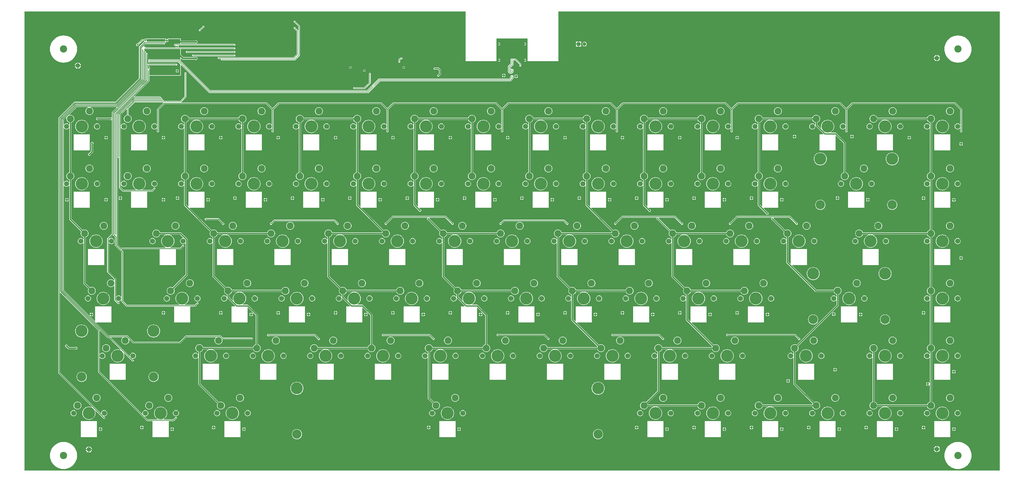
<source format=gtl>
G04*
G04 #@! TF.GenerationSoftware,Altium Limited,Altium Designer,19.0.15 (446)*
G04*
G04 Layer_Physical_Order=1*
G04 Layer_Color=255*
%FSLAX44Y44*%
%MOMM*%
G71*
G01*
G75*
%ADD11C,0.2540*%
%ADD12C,0.2500*%
%ADD13C,2.4000*%
%ADD14C,4.0640*%
%ADD15C,1.7018*%
%ADD17C,3.9878*%
%ADD18C,3.0480*%
%ADD22C,0.3048*%
%ADD23C,0.7000*%
%ADD24C,1.5000*%
%ADD25C,0.5588*%
%ADD26C,0.5842*%
%ADD28C,0.4318*%
%ADD29C,0.4300*%
%ADD30C,0.2032*%
%ADD31C,0.3810*%
%ADD32C,0.5000*%
%ADD33C,0.3000*%
%ADD34C,2.2860*%
%ADD35R,1.2080X1.2080*%
%ADD36C,1.2080*%
%ADD37C,0.6000*%
G36*
X1465000Y1360000D02*
X1567500D01*
Y1435000D01*
X1671000D01*
Y1360000D01*
X1773500D01*
Y1525000D01*
X3238500D01*
X3238500Y0D01*
X0D01*
Y1525000D01*
X1465000D01*
Y1360000D01*
D02*
G37*
%LPC*%
G36*
X897500Y1494083D02*
X896320Y1493849D01*
X895320Y1493180D01*
X894651Y1492180D01*
X894417Y1491000D01*
X894651Y1489820D01*
X895320Y1488820D01*
X896320Y1488152D01*
X896820Y1488052D01*
X909935Y1474938D01*
Y1462989D01*
X908665Y1462463D01*
X900448Y1470680D01*
X900349Y1471180D01*
X899680Y1472180D01*
X898680Y1472849D01*
X897500Y1473083D01*
X896320Y1472849D01*
X895320Y1472180D01*
X894651Y1471180D01*
X894417Y1470000D01*
X894651Y1468820D01*
X895320Y1467820D01*
X896320Y1467151D01*
X896820Y1467052D01*
X904935Y1458937D01*
Y1383563D01*
X893937Y1372565D01*
X646604D01*
X646180Y1372849D01*
X645000Y1373083D01*
X643820Y1372849D01*
X642820Y1372180D01*
X642151Y1371180D01*
X641917Y1370000D01*
X642151Y1368820D01*
X642820Y1367820D01*
X643820Y1367151D01*
X645000Y1366917D01*
X646180Y1367151D01*
X646604Y1367435D01*
X652172D01*
X652861Y1366180D01*
X652627Y1365000D01*
X652861Y1363820D01*
X653530Y1362820D01*
X654530Y1362151D01*
X655710Y1361917D01*
X656890Y1362151D01*
X657314Y1362435D01*
X897500D01*
X898482Y1362630D01*
X899314Y1363186D01*
X914314Y1378186D01*
X914870Y1379018D01*
X915065Y1380000D01*
Y1476000D01*
X914870Y1476982D01*
X914314Y1477814D01*
X900448Y1491680D01*
X900349Y1492180D01*
X899680Y1493180D01*
X898680Y1493849D01*
X897500Y1494083D01*
D02*
G37*
G36*
X594500Y1477583D02*
X593320Y1477348D01*
X592320Y1476680D01*
X591651Y1475680D01*
X591552Y1475180D01*
X581820Y1465448D01*
X581320Y1465349D01*
X580320Y1464680D01*
X579651Y1463680D01*
X579417Y1462500D01*
X579651Y1461320D01*
X580320Y1460320D01*
X581320Y1459651D01*
X582500Y1459417D01*
X583680Y1459651D01*
X584680Y1460320D01*
X585349Y1461320D01*
X585448Y1461820D01*
X595180Y1471552D01*
X595680Y1471651D01*
X596680Y1472320D01*
X597348Y1473320D01*
X597583Y1474500D01*
X597348Y1475680D01*
X596680Y1476680D01*
X595680Y1477348D01*
X594500Y1477583D01*
D02*
G37*
G36*
X518000Y1435124D02*
X477264D01*
X476895Y1434971D01*
X476498Y1434932D01*
X476343Y1434742D01*
X476116Y1434648D01*
X475963Y1434280D01*
X475710Y1433971D01*
X475538Y1433403D01*
X475009Y1432654D01*
X474067Y1432511D01*
X473080Y1432708D01*
X472093Y1432511D01*
X471151Y1432654D01*
X470622Y1433403D01*
X470450Y1433971D01*
X470197Y1434280D01*
X470044Y1434648D01*
X469818Y1434742D01*
X469662Y1434932D01*
X469265Y1434971D01*
X468896Y1435124D01*
X407211D01*
X406984Y1435030D01*
X406740Y1435054D01*
X406432Y1434801D01*
X406063Y1434648D01*
X405969Y1434421D01*
X405779Y1434265D01*
X405661Y1434044D01*
X404056Y1433699D01*
X403360Y1434164D01*
X401635Y1434508D01*
X399910Y1434164D01*
X398448Y1433187D01*
X398032Y1432565D01*
X391000D01*
X390018Y1432370D01*
X389186Y1431814D01*
X375626Y1418254D01*
X375000Y1418378D01*
X373325Y1418045D01*
X371904Y1417096D01*
X370955Y1415676D01*
X370622Y1414000D01*
X370955Y1412325D01*
X371904Y1410904D01*
X373325Y1409955D01*
X375000Y1409622D01*
X376675Y1409955D01*
X378096Y1410904D01*
X379045Y1412325D01*
X379378Y1414000D01*
X379254Y1414626D01*
X392062Y1427435D01*
X398032D01*
X398448Y1426813D01*
X398863Y1426535D01*
X398595Y1425187D01*
X398206Y1425109D01*
X397290Y1424497D01*
X397290Y1424497D01*
X381463Y1408671D01*
X380851Y1407754D01*
X380636Y1406673D01*
X380636Y1406673D01*
Y1303197D01*
X302383Y1224944D01*
X167480D01*
X166399Y1224729D01*
X165483Y1224117D01*
X165483Y1224117D01*
X113383Y1172017D01*
X112771Y1171101D01*
X112556Y1170020D01*
X112556Y1170020D01*
Y324282D01*
X112556Y324282D01*
X112771Y323201D01*
X113383Y322285D01*
X224352Y211315D01*
X223588Y210284D01*
X222703Y210757D01*
X218590Y212004D01*
X214312Y212426D01*
X210035Y212004D01*
X205922Y210757D01*
X202131Y208731D01*
X198809Y206004D01*
X196082Y202681D01*
X194056Y198891D01*
X192808Y194778D01*
X192387Y190500D01*
X192808Y186222D01*
X194056Y182109D01*
X196082Y178319D01*
X198809Y174996D01*
X202131Y172269D01*
X205922Y170243D01*
X210035Y168996D01*
X214312Y168574D01*
X218590Y168996D01*
X222703Y170243D01*
X226494Y172269D01*
X229816Y174996D01*
X232543Y178319D01*
X234569Y182109D01*
X235817Y186222D01*
X236238Y190500D01*
X235817Y194778D01*
X234569Y198891D01*
X234096Y199775D01*
X235128Y200540D01*
X262592Y173076D01*
X262930Y172570D01*
X263930Y171901D01*
X265110Y171667D01*
X266290Y171901D01*
X267290Y172570D01*
X267959Y173570D01*
X268193Y174750D01*
X267959Y175930D01*
X267290Y176930D01*
X266290Y177598D01*
X266000Y177656D01*
X264366Y179290D01*
X264928Y180429D01*
X265112Y180405D01*
X267725Y180749D01*
X270160Y181757D01*
X272251Y183361D01*
X273855Y185452D01*
X274864Y187887D01*
X275208Y190500D01*
X274864Y193113D01*
X273855Y195548D01*
X272251Y197638D01*
X270160Y199243D01*
X267725Y200251D01*
X265112Y200595D01*
X262500Y200251D01*
X260065Y199243D01*
X257974Y197638D01*
X256370Y195548D01*
X255361Y193113D01*
X255017Y190500D01*
X255042Y190315D01*
X253902Y189753D01*
X118204Y325452D01*
Y590485D01*
X119378Y590971D01*
X244676Y465673D01*
Y385755D01*
X244659Y385672D01*
X244659Y385672D01*
Y327517D01*
X244659Y327517D01*
X244874Y326436D01*
X245486Y325519D01*
X405593Y165413D01*
X406509Y164801D01*
X407590Y164586D01*
X407590Y164586D01*
X424377D01*
X425560Y164375D01*
X425560Y163316D01*
Y110625D01*
X479310D01*
Y163316D01*
X479310Y164375D01*
X480493Y164586D01*
X495900D01*
X495900Y164586D01*
X496981Y164801D01*
X497897Y165413D01*
X504377Y171893D01*
X504420Y171901D01*
X505420Y172570D01*
X506089Y173570D01*
X506323Y174750D01*
X506089Y175930D01*
X505420Y176930D01*
X504420Y177598D01*
X503240Y177833D01*
X502060Y177598D01*
X501060Y176930D01*
X500392Y175930D01*
X500383Y175887D01*
X494730Y170234D01*
X463503D01*
X463185Y171504D01*
X464616Y172269D01*
X467939Y174996D01*
X470665Y178319D01*
X472692Y182109D01*
X473939Y186222D01*
X474361Y190500D01*
X473939Y194778D01*
X472692Y198891D01*
X470665Y202681D01*
X467939Y206004D01*
X464616Y208731D01*
X460826Y210757D01*
X456712Y212004D01*
X452435Y212426D01*
X448158Y212004D01*
X444044Y210757D01*
X440254Y208731D01*
X436931Y206004D01*
X434204Y202681D01*
X432178Y198891D01*
X430931Y194778D01*
X430509Y190500D01*
X430931Y186222D01*
X432178Y182109D01*
X434204Y178319D01*
X436931Y174996D01*
X440254Y172269D01*
X441685Y171504D01*
X441367Y170234D01*
X408760D01*
X399603Y179391D01*
X400196Y180594D01*
X401635Y180405D01*
X404248Y180749D01*
X406683Y181757D01*
X408773Y183361D01*
X410378Y185452D01*
X411386Y187887D01*
X411730Y190500D01*
X411386Y193113D01*
X410378Y195548D01*
X408773Y197638D01*
X406683Y199243D01*
X404248Y200251D01*
X401635Y200595D01*
X399022Y200251D01*
X396587Y199243D01*
X394496Y197638D01*
X392892Y195548D01*
X391884Y193113D01*
X391540Y190500D01*
X391729Y189061D01*
X390526Y188468D01*
X250308Y328686D01*
Y373601D01*
X251510Y374010D01*
X251624Y373862D01*
X253715Y372257D01*
X256150Y371249D01*
X258762Y370905D01*
X261375Y371249D01*
X263810Y372257D01*
X265901Y373862D01*
X267505Y375952D01*
X268514Y378387D01*
X268858Y381000D01*
X268514Y383613D01*
X267505Y386048D01*
X265901Y388139D01*
X263810Y389743D01*
X261375Y390751D01*
X258762Y391095D01*
X256150Y390751D01*
X253715Y389743D01*
X251624Y388139D01*
X251527Y388012D01*
X250324Y388420D01*
Y464079D01*
X251498Y464565D01*
X276099Y439963D01*
X276100Y439963D01*
X277016Y439351D01*
X278097Y439136D01*
X278097Y439136D01*
X282282D01*
X319603Y401815D01*
X318838Y400784D01*
X317953Y401257D01*
X313840Y402504D01*
X309562Y402926D01*
X305285Y402504D01*
X301172Y401257D01*
X297381Y399230D01*
X294059Y396504D01*
X291332Y393181D01*
X289306Y389391D01*
X288058Y385277D01*
X287637Y381000D01*
X288058Y376722D01*
X289306Y372609D01*
X291332Y368819D01*
X294059Y365496D01*
X297381Y362770D01*
X301172Y360743D01*
X305285Y359496D01*
X309562Y359074D01*
X313840Y359496D01*
X317953Y360743D01*
X321744Y362770D01*
X325066Y365496D01*
X327793Y368819D01*
X329819Y372609D01*
X331067Y376722D01*
X331488Y381000D01*
X331067Y385277D01*
X329819Y389391D01*
X329346Y390275D01*
X330378Y391040D01*
X357842Y363576D01*
X358180Y363070D01*
X359180Y362401D01*
X360360Y362167D01*
X361540Y362401D01*
X362540Y363070D01*
X363209Y364070D01*
X363443Y365250D01*
X363209Y366430D01*
X362540Y367430D01*
X361540Y368098D01*
X361250Y368156D01*
X359616Y369790D01*
X360177Y370929D01*
X360363Y370905D01*
X362975Y371249D01*
X365410Y372257D01*
X367501Y373862D01*
X369105Y375952D01*
X370114Y378387D01*
X370458Y381000D01*
X370114Y383613D01*
X369105Y386048D01*
X367501Y388139D01*
X365410Y389743D01*
X362975Y390751D01*
X360363Y391095D01*
X357750Y390751D01*
X355315Y389743D01*
X353224Y388139D01*
X351620Y386048D01*
X350611Y383613D01*
X350267Y381000D01*
X350291Y380815D01*
X349152Y380253D01*
X287403Y442002D01*
X287889Y443176D01*
X326461D01*
X326893Y441906D01*
X325741Y441022D01*
X323668Y438321D01*
X322365Y435175D01*
X321921Y431800D01*
X322365Y428425D01*
X323668Y425279D01*
X325741Y422578D01*
X328442Y420506D01*
X331587Y419203D01*
X334963Y418758D01*
X338338Y419203D01*
X341483Y420506D01*
X344184Y422578D01*
X346257Y425279D01*
X347560Y428425D01*
X348004Y431800D01*
X347815Y433240D01*
X349017Y433833D01*
X359847Y423003D01*
X359847Y423003D01*
X360764Y422391D01*
X361844Y422176D01*
X516550D01*
X516550Y422176D01*
X517631Y422391D01*
X518547Y423003D01*
X538719Y443176D01*
X636021D01*
X636453Y441906D01*
X635301Y441022D01*
X633228Y438321D01*
X631925Y435175D01*
X631481Y431800D01*
X631925Y428425D01*
X633228Y425279D01*
X635301Y422578D01*
X638002Y420506D01*
X641147Y419203D01*
X644522Y418758D01*
X647898Y419203D01*
X651043Y420506D01*
X653744Y422578D01*
X655817Y425279D01*
X657120Y428425D01*
X657564Y431800D01*
X657253Y434165D01*
X658327Y435237D01*
X658391Y435245D01*
X753543D01*
X753579Y435220D01*
X754759Y434986D01*
X755939Y435220D01*
X756939Y435889D01*
X757608Y436889D01*
X757842Y438069D01*
X757608Y439249D01*
X756939Y440249D01*
X755939Y440918D01*
X754759Y441152D01*
X753579Y440918D01*
X753543Y440893D01*
X659505D01*
X652401Y447997D01*
X651485Y448609D01*
X650404Y448824D01*
X650404Y448824D01*
X537550D01*
X536469Y448609D01*
X535553Y447997D01*
X535553Y447997D01*
X515380Y427824D01*
X363014D01*
X342841Y447997D01*
X341925Y448609D01*
X340844Y448824D01*
X340844Y448824D01*
X280940D01*
X239313Y490452D01*
X239799Y491625D01*
X288813D01*
Y545375D01*
X235063D01*
Y496361D01*
X233889Y495875D01*
X130324Y599440D01*
Y946191D01*
X131594Y946622D01*
X132562Y945361D01*
X134652Y943757D01*
X137087Y942749D01*
X139700Y942405D01*
X142313Y942749D01*
X144748Y943757D01*
X146839Y945361D01*
X147658Y946430D01*
X148928Y945999D01*
Y835025D01*
X149193Y833696D01*
X149945Y832570D01*
X188691Y793824D01*
X187428Y790775D01*
X186983Y787400D01*
X187428Y784025D01*
X188731Y780879D01*
X190803Y778178D01*
X193504Y776106D01*
X196553Y774843D01*
Y768501D01*
X195283Y768070D01*
X194464Y769138D01*
X192373Y770743D01*
X189938Y771751D01*
X187325Y772095D01*
X184712Y771751D01*
X182277Y770743D01*
X180187Y769138D01*
X178582Y767048D01*
X177574Y764613D01*
X177230Y762000D01*
X177574Y759387D01*
X178582Y756952D01*
X180187Y754862D01*
X182277Y753257D01*
X184712Y752249D01*
X187325Y751905D01*
X189938Y752249D01*
X192373Y753257D01*
X194464Y754862D01*
X195283Y755930D01*
X196553Y755499D01*
Y620713D01*
X196818Y619384D01*
X197570Y618258D01*
X212503Y603325D01*
X211240Y600275D01*
X210796Y596900D01*
X211240Y593525D01*
X212543Y590379D01*
X214616Y587678D01*
X217317Y585606D01*
X220462Y584303D01*
X223838Y583858D01*
X227213Y584303D01*
X230358Y585606D01*
X233059Y587678D01*
X235132Y590379D01*
X236435Y593525D01*
X236879Y596900D01*
X236435Y600275D01*
X235132Y603421D01*
X233059Y606122D01*
X230358Y608194D01*
X227213Y609497D01*
X223838Y609942D01*
X220462Y609497D01*
X217413Y608234D01*
X203497Y622150D01*
Y774843D01*
X206546Y776106D01*
X209247Y778178D01*
X211319Y780879D01*
X212622Y784025D01*
X213067Y787400D01*
X212622Y790775D01*
X211319Y793921D01*
X209247Y796622D01*
X206546Y798694D01*
X203400Y799997D01*
X200025Y800442D01*
X196650Y799997D01*
X193601Y798734D01*
X155872Y836463D01*
Y965343D01*
X158921Y966606D01*
X161622Y968678D01*
X163694Y971379D01*
X164997Y974525D01*
X165442Y977900D01*
X164997Y981275D01*
X163694Y984421D01*
X161622Y987122D01*
X158921Y989194D01*
X155872Y990457D01*
Y1155843D01*
X158921Y1157106D01*
X161622Y1159178D01*
X163694Y1161879D01*
X164997Y1165025D01*
X165442Y1168400D01*
X164997Y1171775D01*
X163694Y1174921D01*
X161622Y1177622D01*
X158921Y1179694D01*
X155775Y1180997D01*
X152400Y1181442D01*
X149327Y1181037D01*
X148603Y1182108D01*
X173670Y1207176D01*
X211085D01*
X211338Y1205906D01*
X209379Y1205094D01*
X206678Y1203022D01*
X204606Y1200321D01*
X203303Y1197175D01*
X202858Y1193800D01*
X203303Y1190425D01*
X204606Y1187279D01*
X206678Y1184578D01*
X209379Y1182506D01*
X212525Y1181203D01*
X215900Y1180758D01*
X219275Y1181203D01*
X222421Y1182506D01*
X225122Y1184578D01*
X227194Y1187279D01*
X228497Y1190425D01*
X228942Y1193800D01*
X228497Y1197175D01*
X227194Y1200321D01*
X225122Y1203022D01*
X222421Y1205094D01*
X220462Y1205906D01*
X220715Y1207176D01*
X305809D01*
X306295Y1206002D01*
X291463Y1191171D01*
X290851Y1190254D01*
X290636Y1189173D01*
X290636Y1189173D01*
Y1172888D01*
X289366Y1172209D01*
X289013Y1172445D01*
X287337Y1172778D01*
X285662Y1172445D01*
X284804Y1171872D01*
X245033D01*
X244175Y1172445D01*
X242500Y1172778D01*
X240825Y1172445D01*
X239404Y1171496D01*
X238455Y1170075D01*
X238122Y1168400D01*
X238455Y1166725D01*
X239404Y1165304D01*
X240825Y1164355D01*
X242500Y1164022D01*
X244175Y1164355D01*
X245033Y1164928D01*
X284804D01*
X285662Y1164355D01*
X287337Y1164022D01*
X289013Y1164355D01*
X289366Y1164591D01*
X290636Y1163912D01*
Y787130D01*
X275649Y772143D01*
X275037Y771227D01*
X274822Y770146D01*
X274822Y770146D01*
Y660392D01*
X274822Y660391D01*
X275037Y659311D01*
X275649Y658394D01*
X298713Y635330D01*
Y630801D01*
X297443Y630370D01*
X296559Y631522D01*
X293858Y633594D01*
X290713Y634897D01*
X287337Y635342D01*
X283962Y634897D01*
X280817Y633594D01*
X278116Y631522D01*
X276043Y628821D01*
X274740Y625675D01*
X274296Y622300D01*
X274740Y618925D01*
X276043Y615779D01*
X278116Y613078D01*
X280817Y611006D01*
X283962Y609703D01*
X287337Y609258D01*
X290713Y609703D01*
X293858Y611006D01*
X296559Y613078D01*
X297443Y614230D01*
X298713Y613799D01*
Y602022D01*
X298634Y601625D01*
X298634Y601624D01*
Y566828D01*
X298634Y566828D01*
X298849Y565747D01*
X299461Y564831D01*
X310232Y554061D01*
X310560Y553570D01*
X311560Y552901D01*
X312740Y552667D01*
X313920Y552901D01*
X314920Y553570D01*
X315589Y554570D01*
X315823Y555750D01*
X315589Y556930D01*
X314920Y557930D01*
X313920Y558599D01*
X313623Y558657D01*
X311991Y560290D01*
X312553Y561429D01*
X312738Y561405D01*
X315350Y561749D01*
X317785Y562757D01*
X319876Y564361D01*
X320906Y565704D01*
X322176Y565272D01*
Y562500D01*
X322176Y562500D01*
X322391Y561419D01*
X323003Y560503D01*
X338003Y545503D01*
X338003Y545503D01*
X338919Y544891D01*
X340000Y544676D01*
X497005D01*
Y491625D01*
X550755D01*
Y544676D01*
X566430D01*
X566430Y544676D01*
X567511Y544891D01*
X568427Y545503D01*
X575817Y552893D01*
X575860Y552901D01*
X576860Y553570D01*
X577529Y554570D01*
X577763Y555750D01*
X577529Y556930D01*
X576860Y557930D01*
X575860Y558599D01*
X574680Y558833D01*
X573500Y558599D01*
X572500Y557930D01*
X571832Y556930D01*
X571823Y556887D01*
X565260Y550324D01*
X533245D01*
X532927Y551594D01*
X536061Y553270D01*
X539384Y555996D01*
X542110Y559319D01*
X544137Y563109D01*
X545384Y567223D01*
X545806Y571500D01*
X545384Y575778D01*
X544137Y579891D01*
X542110Y583681D01*
X539384Y587004D01*
X536061Y589730D01*
X532271Y591757D01*
X528158Y593004D01*
X523880Y593426D01*
X519603Y593004D01*
X515490Y591757D01*
X511699Y589730D01*
X508376Y587004D01*
X505650Y583681D01*
X503624Y579891D01*
X502376Y575778D01*
X501954Y571500D01*
X502376Y567223D01*
X503624Y563109D01*
X505650Y559319D01*
X508376Y555996D01*
X511699Y553270D01*
X514833Y551594D01*
X514515Y550324D01*
X341170D01*
X327824Y563670D01*
Y726787D01*
X327609Y727867D01*
X326997Y728784D01*
X326997Y728784D01*
X322278Y733502D01*
X322764Y734676D01*
X449375D01*
Y682125D01*
X503125D01*
Y734676D01*
X518300D01*
X518300Y734676D01*
X519381Y734891D01*
X520297Y735503D01*
X528187Y743393D01*
X528230Y743401D01*
X529230Y744070D01*
X529898Y745070D01*
X530133Y746250D01*
X529898Y747430D01*
X529230Y748430D01*
X528230Y749099D01*
X527050Y749333D01*
X526842Y749292D01*
X526659Y749328D01*
X526658Y749328D01*
X526595D01*
X525514Y749113D01*
X524598Y748501D01*
X523986Y747585D01*
X523885Y747079D01*
X517130Y740324D01*
X484337D01*
X484149Y741594D01*
X484641Y741743D01*
X488431Y743770D01*
X491754Y746496D01*
X494481Y749819D01*
X496507Y753609D01*
X497754Y757722D01*
X498176Y762000D01*
X497754Y766277D01*
X496507Y770391D01*
X494481Y774181D01*
X491754Y777504D01*
X488431Y780230D01*
X484641Y782257D01*
X483316Y782658D01*
X483505Y783928D01*
X517061D01*
X527776Y773213D01*
X527215Y772074D01*
X527050Y772095D01*
X524437Y771751D01*
X522002Y770743D01*
X519911Y769138D01*
X518307Y767048D01*
X517299Y764613D01*
X516955Y762000D01*
X517299Y759387D01*
X518307Y756952D01*
X519911Y754862D01*
X522002Y753257D01*
X524437Y752249D01*
X527050Y751905D01*
X529663Y752249D01*
X532098Y753257D01*
X534188Y754862D01*
X534290Y754993D01*
X535492Y754585D01*
Y651522D01*
X492205Y608234D01*
X489156Y609497D01*
X485780Y609942D01*
X482405Y609497D01*
X479259Y608194D01*
X476558Y606122D01*
X474486Y603421D01*
X473183Y600275D01*
X472738Y596900D01*
X473183Y593525D01*
X474486Y590379D01*
X476558Y587678D01*
X479259Y585606D01*
X482405Y584303D01*
X485780Y583858D01*
X489156Y584303D01*
X492301Y585606D01*
X495002Y587678D01*
X497074Y590379D01*
X498377Y593525D01*
X498822Y596900D01*
X498377Y600275D01*
X497114Y603325D01*
X541419Y647629D01*
X542171Y648755D01*
X542436Y650084D01*
Y766935D01*
X542171Y768263D01*
X541419Y769390D01*
X520954Y789855D01*
X519827Y790607D01*
X518499Y790872D01*
X450707D01*
X449444Y793921D01*
X447372Y796622D01*
X444671Y798694D01*
X441525Y799997D01*
X438150Y800442D01*
X434775Y799997D01*
X431629Y798694D01*
X428928Y796622D01*
X426856Y793921D01*
X425553Y790775D01*
X425108Y787400D01*
X425553Y784025D01*
X426856Y780879D01*
X428928Y778178D01*
X431629Y776106D01*
X434775Y774803D01*
X438150Y774358D01*
X441525Y774803D01*
X444671Y776106D01*
X447372Y778178D01*
X449444Y780879D01*
X450707Y783928D01*
X468995D01*
X469184Y782658D01*
X467859Y782257D01*
X464069Y780230D01*
X460746Y777504D01*
X458019Y774181D01*
X455993Y770391D01*
X454746Y766277D01*
X454324Y762000D01*
X454746Y757722D01*
X455993Y753609D01*
X458019Y749819D01*
X460746Y746496D01*
X464069Y743770D01*
X467859Y741743D01*
X468351Y741594D01*
X468163Y740324D01*
X321170D01*
X310324Y751170D01*
Y1038668D01*
X311594Y1039359D01*
X312500Y1039179D01*
X313406Y1039359D01*
X314676Y1038668D01*
Y940000D01*
X314676Y940000D01*
X314891Y938919D01*
X315503Y938003D01*
X326093Y927413D01*
X326093Y927413D01*
X327009Y926801D01*
X328090Y926586D01*
X328090Y926586D01*
X352942D01*
X354125Y926375D01*
X354125Y925316D01*
Y872625D01*
X407875D01*
Y925316D01*
X407875Y926375D01*
X409058Y926586D01*
X424460D01*
X424460Y926586D01*
X425541Y926801D01*
X426457Y927413D01*
X432937Y933893D01*
X432980Y933901D01*
X433980Y934570D01*
X434649Y935570D01*
X434883Y936750D01*
X434649Y937930D01*
X433980Y938930D01*
X432980Y939598D01*
X431800Y939833D01*
X431592Y939792D01*
X431409Y939828D01*
X431408Y939828D01*
X431345D01*
X430264Y939613D01*
X429348Y939001D01*
X428736Y938085D01*
X428635Y937579D01*
X423290Y932234D01*
X392068D01*
X391749Y933504D01*
X393181Y934269D01*
X396504Y936996D01*
X399230Y940319D01*
X401257Y944109D01*
X402504Y948223D01*
X402926Y952500D01*
X402504Y956777D01*
X401257Y960891D01*
X399230Y964681D01*
X396504Y968004D01*
X393181Y970731D01*
X389391Y972757D01*
X385277Y974004D01*
X381000Y974426D01*
X376722Y974004D01*
X372609Y972757D01*
X368819Y970731D01*
X365496Y968004D01*
X362770Y964681D01*
X360743Y960891D01*
X359496Y956777D01*
X359074Y952500D01*
X359496Y948223D01*
X360743Y944109D01*
X362770Y940319D01*
X365496Y936996D01*
X368819Y934269D01*
X370251Y933504D01*
X369932Y932234D01*
X329260D01*
X320324Y941170D01*
Y946926D01*
X320930Y947207D01*
X321594Y947274D01*
X323061Y945361D01*
X325152Y943757D01*
X327587Y942749D01*
X330200Y942405D01*
X332813Y942749D01*
X335248Y943757D01*
X337338Y945361D01*
X338943Y947452D01*
X339951Y949887D01*
X340295Y952500D01*
X339951Y955113D01*
X338943Y957548D01*
X337338Y959639D01*
X335248Y961243D01*
X332813Y962251D01*
X330200Y962595D01*
X327587Y962251D01*
X325152Y961243D01*
X323061Y959639D01*
X321594Y957726D01*
X320930Y957793D01*
X320324Y958074D01*
Y1137426D01*
X320930Y1137707D01*
X321594Y1137774D01*
X323061Y1135862D01*
X325152Y1134257D01*
X327587Y1133249D01*
X330200Y1132905D01*
X332813Y1133249D01*
X335248Y1134257D01*
X337338Y1135862D01*
X338943Y1137952D01*
X339951Y1140387D01*
X340295Y1143000D01*
X339951Y1145613D01*
X338943Y1148048D01*
X337338Y1150138D01*
X335248Y1151743D01*
X332813Y1152751D01*
X330200Y1153095D01*
X327587Y1152751D01*
X325152Y1151743D01*
X323061Y1150138D01*
X321594Y1148226D01*
X320930Y1148293D01*
X320324Y1148574D01*
Y1181684D01*
X339161Y1200521D01*
X340335Y1200035D01*
Y1181104D01*
X339525Y1180997D01*
X336379Y1179694D01*
X333678Y1177622D01*
X331606Y1174921D01*
X330303Y1171775D01*
X329858Y1168400D01*
X330303Y1165025D01*
X331606Y1161879D01*
X333678Y1159178D01*
X336379Y1157106D01*
X339525Y1155803D01*
X342900Y1155358D01*
X346275Y1155803D01*
X349421Y1157106D01*
X352122Y1159178D01*
X354194Y1161879D01*
X355497Y1165025D01*
X355942Y1168400D01*
X355497Y1171775D01*
X354194Y1174921D01*
X352122Y1177622D01*
X349421Y1179694D01*
X346275Y1180997D01*
X345465Y1181104D01*
Y1201837D01*
X366063Y1222435D01*
X460265D01*
X460791Y1221165D01*
X441313Y1201687D01*
X440701Y1200770D01*
X440486Y1199690D01*
X440486Y1199690D01*
Y1150097D01*
X439283Y1149689D01*
X438938Y1150138D01*
X436848Y1151743D01*
X434413Y1152751D01*
X431800Y1153095D01*
X429187Y1152751D01*
X426752Y1151743D01*
X424661Y1150138D01*
X423057Y1148048D01*
X422049Y1145613D01*
X421705Y1143000D01*
X422049Y1140387D01*
X423057Y1137952D01*
X424661Y1135862D01*
X426752Y1134257D01*
X429187Y1133249D01*
X431800Y1132905D01*
X434413Y1133249D01*
X436848Y1134257D01*
X438938Y1135862D01*
X439283Y1136311D01*
X440486Y1135903D01*
Y1129609D01*
X439864Y1128678D01*
X439580Y1127250D01*
X439864Y1125822D01*
X440672Y1124612D01*
X441883Y1123803D01*
X443310Y1123519D01*
X444738Y1123803D01*
X445948Y1124612D01*
X446757Y1125822D01*
X447041Y1127250D01*
X446757Y1128678D01*
X446134Y1129609D01*
Y1198520D01*
X464790Y1217176D01*
X802830D01*
X821486Y1198520D01*
Y1150097D01*
X820283Y1149689D01*
X819939Y1150138D01*
X817848Y1151743D01*
X815413Y1152751D01*
X812800Y1153095D01*
X810187Y1152751D01*
X807752Y1151743D01*
X805661Y1150138D01*
X804057Y1148048D01*
X803049Y1145613D01*
X802705Y1143000D01*
X803049Y1140387D01*
X804057Y1137952D01*
X805661Y1135862D01*
X807752Y1134257D01*
X810187Y1133249D01*
X812800Y1132905D01*
X815413Y1133249D01*
X817848Y1134257D01*
X819939Y1135862D01*
X820283Y1136311D01*
X821486Y1135903D01*
Y1129609D01*
X820864Y1128678D01*
X820580Y1127250D01*
X820864Y1125822D01*
X821672Y1124612D01*
X822883Y1123803D01*
X824310Y1123519D01*
X825738Y1123803D01*
X826948Y1124612D01*
X827757Y1125822D01*
X828041Y1127250D01*
X827757Y1128678D01*
X827134Y1129609D01*
Y1198520D01*
X845790Y1217176D01*
X1183830D01*
X1202486Y1198520D01*
Y1150097D01*
X1201283Y1149689D01*
X1200938Y1150138D01*
X1198848Y1151743D01*
X1196413Y1152751D01*
X1193800Y1153095D01*
X1191187Y1152751D01*
X1188752Y1151743D01*
X1186662Y1150138D01*
X1185057Y1148048D01*
X1184049Y1145613D01*
X1183705Y1143000D01*
X1184049Y1140387D01*
X1185057Y1137952D01*
X1186662Y1135862D01*
X1188752Y1134257D01*
X1191187Y1133249D01*
X1193800Y1132905D01*
X1196413Y1133249D01*
X1198848Y1134257D01*
X1200938Y1135862D01*
X1201283Y1136311D01*
X1202486Y1135903D01*
Y1129609D01*
X1201864Y1128678D01*
X1201580Y1127250D01*
X1201864Y1125822D01*
X1202672Y1124612D01*
X1203883Y1123803D01*
X1205310Y1123519D01*
X1206738Y1123803D01*
X1207948Y1124612D01*
X1208757Y1125822D01*
X1209041Y1127250D01*
X1208757Y1128678D01*
X1208135Y1129609D01*
Y1198520D01*
X1226790Y1217176D01*
X1564830D01*
X1583486Y1198520D01*
Y1150097D01*
X1582283Y1149689D01*
X1581938Y1150138D01*
X1579848Y1151743D01*
X1577413Y1152751D01*
X1574800Y1153095D01*
X1572187Y1152751D01*
X1569752Y1151743D01*
X1567661Y1150138D01*
X1566057Y1148048D01*
X1565049Y1145613D01*
X1564705Y1143000D01*
X1565049Y1140387D01*
X1566057Y1137952D01*
X1567661Y1135862D01*
X1569752Y1134257D01*
X1572187Y1133249D01*
X1574800Y1132905D01*
X1577413Y1133249D01*
X1579848Y1134257D01*
X1581938Y1135862D01*
X1582283Y1136311D01*
X1583486Y1135903D01*
Y1129609D01*
X1582864Y1128678D01*
X1582580Y1127250D01*
X1582864Y1125822D01*
X1583672Y1124612D01*
X1584883Y1123803D01*
X1586310Y1123519D01*
X1587738Y1123803D01*
X1588948Y1124612D01*
X1589757Y1125822D01*
X1590041Y1127250D01*
X1589757Y1128678D01*
X1589135Y1129609D01*
Y1198520D01*
X1607790Y1217176D01*
X1945830D01*
X1964486Y1198520D01*
Y1150097D01*
X1963283Y1149689D01*
X1962939Y1150138D01*
X1960848Y1151743D01*
X1958413Y1152751D01*
X1955800Y1153095D01*
X1953187Y1152751D01*
X1950752Y1151743D01*
X1948661Y1150138D01*
X1947057Y1148048D01*
X1946049Y1145613D01*
X1945705Y1143000D01*
X1946049Y1140387D01*
X1947057Y1137952D01*
X1948661Y1135862D01*
X1950752Y1134257D01*
X1953187Y1133249D01*
X1955800Y1132905D01*
X1958413Y1133249D01*
X1960848Y1134257D01*
X1962939Y1135862D01*
X1963283Y1136311D01*
X1964486Y1135903D01*
Y1129609D01*
X1963864Y1128678D01*
X1963580Y1127250D01*
X1963864Y1125822D01*
X1964672Y1124612D01*
X1965883Y1123803D01*
X1967310Y1123519D01*
X1968738Y1123803D01*
X1969948Y1124612D01*
X1970757Y1125822D01*
X1971041Y1127250D01*
X1970757Y1128678D01*
X1970134Y1129609D01*
Y1198520D01*
X1988790Y1217176D01*
X2326830D01*
X2345486Y1198520D01*
Y1150097D01*
X2344283Y1149689D01*
X2343938Y1150138D01*
X2341848Y1151743D01*
X2339413Y1152751D01*
X2336800Y1153095D01*
X2334187Y1152751D01*
X2331752Y1151743D01*
X2329662Y1150138D01*
X2328057Y1148048D01*
X2327049Y1145613D01*
X2326705Y1143000D01*
X2327049Y1140387D01*
X2328057Y1137952D01*
X2329662Y1135862D01*
X2331752Y1134257D01*
X2334187Y1133249D01*
X2336800Y1132905D01*
X2339413Y1133249D01*
X2341848Y1134257D01*
X2343938Y1135862D01*
X2344283Y1136311D01*
X2345486Y1135903D01*
Y1129609D01*
X2344864Y1128678D01*
X2344580Y1127250D01*
X2344864Y1125822D01*
X2345672Y1124612D01*
X2346883Y1123803D01*
X2348310Y1123519D01*
X2349738Y1123803D01*
X2350948Y1124612D01*
X2351757Y1125822D01*
X2352041Y1127250D01*
X2351757Y1128678D01*
X2351134Y1129609D01*
Y1198520D01*
X2369790Y1217176D01*
X2707830D01*
X2726486Y1198520D01*
Y1150097D01*
X2725284Y1149689D01*
X2724938Y1150138D01*
X2722848Y1151743D01*
X2720413Y1152751D01*
X2717800Y1153095D01*
X2715187Y1152751D01*
X2712752Y1151743D01*
X2710662Y1150138D01*
X2709057Y1148048D01*
X2708049Y1145613D01*
X2707704Y1143000D01*
X2708049Y1140387D01*
X2709057Y1137952D01*
X2710662Y1135862D01*
X2712752Y1134257D01*
X2715187Y1133249D01*
X2717800Y1132905D01*
X2720413Y1133249D01*
X2722848Y1134257D01*
X2724938Y1135862D01*
X2725284Y1136311D01*
X2726486Y1135903D01*
Y1129609D01*
X2725864Y1128678D01*
X2725580Y1127250D01*
X2725864Y1125822D01*
X2726672Y1124612D01*
X2727883Y1123803D01*
X2729310Y1123519D01*
X2730738Y1123803D01*
X2731948Y1124612D01*
X2732757Y1125822D01*
X2733041Y1127250D01*
X2732757Y1128678D01*
X2732134Y1129609D01*
Y1198520D01*
X2750790Y1217176D01*
X3088830D01*
X3107486Y1198520D01*
Y1150097D01*
X3106283Y1149689D01*
X3105938Y1150138D01*
X3103848Y1151743D01*
X3101413Y1152751D01*
X3098800Y1153095D01*
X3096187Y1152751D01*
X3093752Y1151743D01*
X3091661Y1150138D01*
X3090057Y1148048D01*
X3089048Y1145613D01*
X3088705Y1143000D01*
X3089048Y1140387D01*
X3090057Y1137952D01*
X3091661Y1135862D01*
X3093752Y1134257D01*
X3096187Y1133249D01*
X3098800Y1132905D01*
X3101413Y1133249D01*
X3103848Y1134257D01*
X3105938Y1135862D01*
X3106283Y1136311D01*
X3107486Y1135903D01*
Y1129609D01*
X3106864Y1128678D01*
X3106580Y1127250D01*
X3106864Y1125822D01*
X3107672Y1124612D01*
X3108883Y1123803D01*
X3110310Y1123519D01*
X3111738Y1123803D01*
X3112948Y1124612D01*
X3113757Y1125822D01*
X3114041Y1127250D01*
X3113757Y1128678D01*
X3113134Y1129609D01*
Y1199690D01*
X3112920Y1200770D01*
X3112307Y1201687D01*
X3112307Y1201687D01*
X3091997Y1221997D01*
X3091081Y1222609D01*
X3090000Y1222824D01*
X3090000Y1222824D01*
X2749620D01*
X2748540Y1222609D01*
X2747624Y1221997D01*
X2747623Y1221997D01*
X2729310Y1203684D01*
X2710997Y1221997D01*
X2710081Y1222609D01*
X2709000Y1222824D01*
X2709000Y1222824D01*
X2368620D01*
X2367540Y1222609D01*
X2366624Y1221997D01*
X2366623Y1221997D01*
X2348310Y1203684D01*
X2329997Y1221997D01*
X2329081Y1222609D01*
X2328000Y1222824D01*
X2328000Y1222824D01*
X1987621D01*
X1986540Y1222609D01*
X1985623Y1221997D01*
X1985623Y1221997D01*
X1967310Y1203684D01*
X1948997Y1221997D01*
X1948081Y1222609D01*
X1947000Y1222824D01*
X1947000Y1222824D01*
X1606620D01*
X1605540Y1222609D01*
X1604624Y1221997D01*
X1604623Y1221997D01*
X1586310Y1203684D01*
X1567997Y1221997D01*
X1567081Y1222609D01*
X1566000Y1222824D01*
X1566000Y1222824D01*
X1225620D01*
X1224540Y1222609D01*
X1223624Y1221997D01*
X1223623Y1221997D01*
X1205310Y1203684D01*
X1186997Y1221997D01*
X1186081Y1222609D01*
X1185000Y1222824D01*
X1185000Y1222824D01*
X844621D01*
X843540Y1222609D01*
X842624Y1221997D01*
X842623Y1221997D01*
X824310Y1203684D01*
X805997Y1221997D01*
X805081Y1222609D01*
X804000Y1222824D01*
X804000Y1222824D01*
X521248D01*
X520722Y1224094D01*
X536814Y1240186D01*
X537370Y1241018D01*
X537565Y1242000D01*
Y1318396D01*
X537849Y1318820D01*
X538083Y1320000D01*
X537849Y1321180D01*
X537180Y1322180D01*
X536180Y1322849D01*
X535000Y1323083D01*
X533820Y1322849D01*
X532820Y1322180D01*
X532151Y1321180D01*
X531917Y1320000D01*
X532151Y1318820D01*
X532435Y1318396D01*
Y1243063D01*
X516937Y1227565D01*
X462623D01*
X461935Y1228820D01*
X462169Y1230000D01*
X461935Y1231180D01*
X461266Y1232180D01*
X460266Y1232849D01*
X459086Y1233083D01*
X458853Y1233037D01*
X458510Y1233304D01*
X457913Y1234145D01*
X458083Y1235000D01*
X457849Y1236180D01*
X457180Y1237180D01*
X456180Y1237849D01*
X455000Y1238083D01*
X454214Y1237927D01*
X453626Y1238491D01*
X453485Y1238675D01*
X453338Y1239094D01*
X453518Y1240000D01*
X453283Y1241180D01*
X452615Y1242180D01*
X451615Y1242849D01*
X450435Y1243083D01*
X449255Y1242849D01*
X449219Y1242824D01*
X365978D01*
X365492Y1243998D01*
X413947Y1292453D01*
X413947Y1292453D01*
X414560Y1293369D01*
X414775Y1294450D01*
X414775Y1294450D01*
Y1311876D01*
X518000D01*
X519148Y1312352D01*
X519624Y1313500D01*
Y1346123D01*
X520797Y1346609D01*
X613059Y1254347D01*
X613892Y1253791D01*
X614873Y1253596D01*
X1141161D01*
X1142143Y1253791D01*
X1142975Y1254347D01*
X1181491Y1292863D01*
X1612898D01*
X1613879Y1293058D01*
X1614712Y1293614D01*
X1623350Y1302252D01*
X1623906Y1303085D01*
X1624101Y1304066D01*
Y1308396D01*
X1624384Y1308820D01*
X1624619Y1310000D01*
X1624384Y1311180D01*
X1623716Y1312180D01*
X1622716Y1312849D01*
X1621536Y1313083D01*
X1620356Y1312849D01*
X1619356Y1312180D01*
X1619144D01*
X1618144Y1312849D01*
X1616964Y1313083D01*
X1615784Y1312849D01*
X1614784Y1312180D01*
X1614115Y1311180D01*
X1613881Y1310000D01*
X1614115Y1308820D01*
X1614399Y1308396D01*
Y1307023D01*
X1609941Y1302565D01*
X1178534D01*
X1177552Y1302370D01*
X1176720Y1301814D01*
X1138205Y1263298D01*
X617830D01*
X518786Y1362342D01*
X519148Y1363639D01*
X519272Y1363938D01*
X519500Y1364166D01*
Y1364489D01*
X519624Y1364787D01*
Y1368145D01*
X520797Y1368631D01*
X523362Y1366066D01*
X523362Y1366066D01*
X524685Y1365182D01*
X526246Y1364871D01*
X567104D01*
X568049Y1364240D01*
X570000Y1363852D01*
X571951Y1364240D01*
X573605Y1365345D01*
X574710Y1366999D01*
X575098Y1368950D01*
X574710Y1370901D01*
X573605Y1372555D01*
X571951Y1373660D01*
X570000Y1374048D01*
X568049Y1373660D01*
X567104Y1373028D01*
X527935D01*
X519624Y1381340D01*
Y1399935D01*
X695896D01*
X696320Y1399651D01*
X697500Y1399417D01*
X698680Y1399651D01*
X699680Y1400320D01*
X700349Y1401320D01*
X700583Y1402500D01*
X700349Y1403680D01*
X699680Y1404680D01*
X698680Y1405349D01*
X697500Y1405583D01*
X696320Y1405349D01*
X695896Y1405065D01*
X512135D01*
X511456Y1406335D01*
X511665Y1406647D01*
X512008Y1408372D01*
X511665Y1410097D01*
X511285Y1410665D01*
X511964Y1411935D01*
X695896D01*
X696320Y1411651D01*
X697500Y1411417D01*
X698680Y1411651D01*
X699680Y1412320D01*
X700349Y1413320D01*
X700583Y1414500D01*
X700349Y1415680D01*
X699680Y1416680D01*
X698680Y1417348D01*
X697500Y1417583D01*
X696320Y1417348D01*
X695896Y1417065D01*
X519624D01*
Y1419602D01*
X567104D01*
X568049Y1418970D01*
X570000Y1418582D01*
X571951Y1418970D01*
X573605Y1420075D01*
X574710Y1421729D01*
X575098Y1423680D01*
X574710Y1425631D01*
X573605Y1427285D01*
X571951Y1428390D01*
X570000Y1428778D01*
X568049Y1428390D01*
X567104Y1427758D01*
X519624D01*
Y1433500D01*
X519148Y1434648D01*
X518000Y1435124D01*
D02*
G37*
G36*
X1848580Y1425080D02*
X1841270D01*
Y1417770D01*
X1848580D01*
Y1425080D01*
D02*
G37*
G36*
X1838730D02*
X1831420D01*
Y1417770D01*
X1838730D01*
Y1425080D01*
D02*
G37*
G36*
X1662450Y1421088D02*
X1660694Y1420739D01*
X1659205Y1419744D01*
X1658211Y1418256D01*
X1657862Y1416500D01*
X1658211Y1414744D01*
X1659205Y1413256D01*
X1660694Y1412261D01*
X1662450Y1411912D01*
X1664206Y1412261D01*
X1665694Y1413256D01*
X1666689Y1414744D01*
X1667038Y1416500D01*
X1666689Y1418256D01*
X1665694Y1419744D01*
X1664206Y1420739D01*
X1662450Y1421088D01*
D02*
G37*
G36*
X1576050D02*
X1574294Y1420739D01*
X1572806Y1419744D01*
X1571811Y1418256D01*
X1571462Y1416500D01*
X1571811Y1414744D01*
X1572806Y1413256D01*
X1574294Y1412261D01*
X1576050Y1411912D01*
X1577806Y1412261D01*
X1579294Y1413256D01*
X1580289Y1414744D01*
X1580638Y1416500D01*
X1580289Y1418256D01*
X1579294Y1419744D01*
X1577806Y1420739D01*
X1576050Y1421088D01*
D02*
G37*
G36*
X1860000Y1424105D02*
X1858032Y1423846D01*
X1856198Y1423086D01*
X1854622Y1421878D01*
X1853414Y1420303D01*
X1852654Y1418468D01*
X1852395Y1416500D01*
X1852654Y1414532D01*
X1853414Y1412698D01*
X1854622Y1411122D01*
X1856198Y1409914D01*
X1858032Y1409154D01*
X1860000Y1408895D01*
X1861968Y1409154D01*
X1863803Y1409914D01*
X1865378Y1411122D01*
X1866586Y1412698D01*
X1867346Y1414532D01*
X1867605Y1416500D01*
X1867346Y1418468D01*
X1866586Y1420303D01*
X1865378Y1421878D01*
X1863803Y1423086D01*
X1861968Y1423846D01*
X1860000Y1424105D01*
D02*
G37*
G36*
X1848580Y1415230D02*
X1841270D01*
Y1407920D01*
X1848580D01*
Y1415230D01*
D02*
G37*
G36*
X1838730D02*
X1831420D01*
Y1407920D01*
X1838730D01*
Y1415230D01*
D02*
G37*
G36*
X697500Y1393583D02*
X696320Y1393349D01*
X695896Y1393065D01*
X541104D01*
X540680Y1393349D01*
X539500Y1393583D01*
X538320Y1393349D01*
X537320Y1392680D01*
X536651Y1391680D01*
X536417Y1390500D01*
X536651Y1389320D01*
X537320Y1388320D01*
X538320Y1387652D01*
X539500Y1387417D01*
X540680Y1387652D01*
X541104Y1387935D01*
X695896D01*
X696320Y1387652D01*
X697500Y1387417D01*
X698680Y1387652D01*
X699680Y1388320D01*
X700349Y1389320D01*
X700583Y1390500D01*
X700349Y1391680D01*
X699680Y1392680D01*
X698680Y1393349D01*
X697500Y1393583D01*
D02*
G37*
G36*
Y1381583D02*
X696320Y1381349D01*
X695896Y1381065D01*
X561604D01*
X561180Y1381349D01*
X560000Y1381583D01*
X558820Y1381349D01*
X557820Y1380680D01*
X557151Y1379680D01*
X556917Y1378500D01*
X557151Y1377320D01*
X557820Y1376320D01*
X558820Y1375652D01*
X560000Y1375417D01*
X561180Y1375652D01*
X561604Y1375935D01*
X695896D01*
X696320Y1375652D01*
X697500Y1375417D01*
X698680Y1375652D01*
X699680Y1376320D01*
X700349Y1377320D01*
X700583Y1378500D01*
X700349Y1379680D01*
X699680Y1380680D01*
X698680Y1381349D01*
X697500Y1381583D01*
D02*
G37*
G36*
X3031270Y1379959D02*
Y1371270D01*
X3039959D01*
X3039781Y1372621D01*
X3038770Y1375063D01*
X3037161Y1377161D01*
X3035063Y1378770D01*
X3032621Y1379782D01*
X3031270Y1379959D01*
D02*
G37*
G36*
X3028730D02*
X3027379Y1379782D01*
X3024937Y1378770D01*
X3022839Y1377161D01*
X3021230Y1375063D01*
X3020219Y1372621D01*
X3020041Y1371270D01*
X3028730D01*
Y1379959D01*
D02*
G37*
G36*
X1621536Y1368383D02*
X1620356Y1368149D01*
X1619356Y1367480D01*
X1619144D01*
X1618144Y1368149D01*
X1616964Y1368383D01*
X1615784Y1368149D01*
X1614784Y1367480D01*
X1614115Y1366480D01*
X1613881Y1365300D01*
X1614115Y1364120D01*
X1614399Y1363696D01*
Y1351626D01*
X1606006Y1343234D01*
X1605450Y1342402D01*
X1605255Y1341420D01*
Y1325574D01*
X1605450Y1324593D01*
X1606006Y1323760D01*
X1610383Y1319384D01*
X1611215Y1318828D01*
X1612197Y1318633D01*
X1617668D01*
X1618649Y1318828D01*
X1619481Y1319384D01*
X1623350Y1323252D01*
X1623906Y1324085D01*
X1624101Y1325066D01*
Y1329396D01*
X1624384Y1329820D01*
X1624619Y1331000D01*
X1624384Y1332180D01*
X1623716Y1333180D01*
X1622716Y1333849D01*
X1621536Y1334083D01*
X1620356Y1333849D01*
X1620266Y1333788D01*
X1619250Y1333238D01*
X1618235Y1333788D01*
X1618144Y1333849D01*
X1616964Y1334083D01*
X1616227Y1333937D01*
X1614957Y1334707D01*
Y1338463D01*
X1623350Y1346856D01*
X1623906Y1347688D01*
X1624101Y1348670D01*
Y1361886D01*
X1625371Y1362565D01*
X1625541Y1362451D01*
X1626721Y1362217D01*
X1627901Y1362451D01*
X1628325Y1362735D01*
X1630388D01*
X1644185Y1348937D01*
Y1346604D01*
X1643902Y1346180D01*
X1643667Y1345000D01*
X1643902Y1343820D01*
X1644570Y1342820D01*
X1645570Y1342152D01*
X1646750Y1341917D01*
X1647930Y1342152D01*
X1648930Y1342820D01*
X1649599Y1343820D01*
X1649833Y1345000D01*
X1649599Y1346180D01*
X1649315Y1346604D01*
Y1350000D01*
X1649120Y1350982D01*
X1648564Y1351814D01*
X1633264Y1367114D01*
X1632432Y1367670D01*
X1631450Y1367865D01*
X1628325D01*
X1627901Y1368148D01*
X1626721Y1368383D01*
X1625541Y1368148D01*
X1625027Y1367805D01*
X1624128Y1367582D01*
X1623230Y1367805D01*
X1622716Y1368149D01*
X1621536Y1368383D01*
D02*
G37*
G36*
X1252500Y1372033D02*
X1251320Y1371798D01*
X1250896Y1371515D01*
X1248700D01*
X1247719Y1371320D01*
X1246886Y1370764D01*
X1243186Y1367063D01*
X1242630Y1366231D01*
X1242435Y1365249D01*
Y1359353D01*
X1242151Y1358929D01*
X1241917Y1357749D01*
X1242151Y1356570D01*
X1242820Y1355569D01*
X1243820Y1354901D01*
X1245000Y1354666D01*
X1246180Y1354901D01*
X1247180Y1355569D01*
X1247849Y1356570D01*
X1248083Y1357749D01*
X1247849Y1358929D01*
X1247565Y1359353D01*
Y1364187D01*
X1249763Y1366384D01*
X1250896D01*
X1251320Y1366101D01*
X1252500Y1365867D01*
X1253680Y1366101D01*
X1254680Y1366770D01*
X1255349Y1367770D01*
X1255583Y1368950D01*
X1255349Y1370130D01*
X1254680Y1371130D01*
X1253680Y1371798D01*
X1252500Y1372033D01*
D02*
G37*
G36*
X3039959Y1368730D02*
X3031270D01*
Y1360041D01*
X3032621Y1360218D01*
X3035063Y1361230D01*
X3037161Y1362839D01*
X3038770Y1364937D01*
X3039781Y1367379D01*
X3039959Y1368730D01*
D02*
G37*
G36*
X3028730D02*
X3020041D01*
X3020219Y1367379D01*
X3021230Y1364937D01*
X3022839Y1362839D01*
X3024937Y1361230D01*
X3027379Y1360218D01*
X3028730Y1360041D01*
Y1368730D01*
D02*
G37*
G36*
X1662450Y1367488D02*
X1660694Y1367139D01*
X1659205Y1366144D01*
X1658211Y1364656D01*
X1657862Y1362900D01*
X1658211Y1361144D01*
X1659205Y1359656D01*
X1660694Y1358661D01*
X1662450Y1358312D01*
X1664206Y1358661D01*
X1665694Y1359656D01*
X1666689Y1361144D01*
X1667038Y1362900D01*
X1666689Y1364656D01*
X1665694Y1366144D01*
X1664206Y1367139D01*
X1662450Y1367488D01*
D02*
G37*
G36*
X1576050D02*
X1574294Y1367139D01*
X1572806Y1366144D01*
X1571811Y1364656D01*
X1571462Y1362900D01*
X1571811Y1361144D01*
X1572806Y1359656D01*
X1574294Y1358661D01*
X1576050Y1358312D01*
X1577806Y1358661D01*
X1579294Y1359656D01*
X1580289Y1361144D01*
X1580638Y1362900D01*
X1580289Y1364656D01*
X1579294Y1366144D01*
X1577806Y1367139D01*
X1576050Y1367488D01*
D02*
G37*
G36*
X3100000Y1445096D02*
X3094114Y1444711D01*
X3088328Y1443560D01*
X3082742Y1441664D01*
X3077452Y1439055D01*
X3072547Y1435777D01*
X3068112Y1431888D01*
X3064222Y1427453D01*
X3060945Y1422548D01*
X3058336Y1417258D01*
X3056440Y1411672D01*
X3055289Y1405886D01*
X3054904Y1400000D01*
X3055289Y1394114D01*
X3056440Y1388328D01*
X3058336Y1382742D01*
X3060945Y1377452D01*
X3064222Y1372547D01*
X3068112Y1368112D01*
X3072547Y1364223D01*
X3077452Y1360945D01*
X3082742Y1358336D01*
X3088328Y1356440D01*
X3094114Y1355289D01*
X3100000Y1354904D01*
X3105886Y1355289D01*
X3111672Y1356440D01*
X3117258Y1358336D01*
X3122548Y1360945D01*
X3127453Y1364223D01*
X3131888Y1368112D01*
X3135778Y1372547D01*
X3139055Y1377452D01*
X3141664Y1382742D01*
X3143560Y1388328D01*
X3144711Y1394114D01*
X3145096Y1400000D01*
X3144711Y1405886D01*
X3143560Y1411672D01*
X3141664Y1417258D01*
X3139055Y1422548D01*
X3135778Y1427453D01*
X3131888Y1431888D01*
X3127453Y1435777D01*
X3122548Y1439055D01*
X3117258Y1441664D01*
X3111672Y1443560D01*
X3105886Y1444711D01*
X3100000Y1445096D01*
D02*
G37*
G36*
X130000D02*
X124114Y1444711D01*
X118328Y1443560D01*
X112742Y1441664D01*
X107452Y1439055D01*
X102547Y1435777D01*
X98112Y1431888D01*
X94222Y1427453D01*
X90945Y1422548D01*
X88336Y1417258D01*
X86440Y1411672D01*
X85289Y1405886D01*
X84903Y1400000D01*
X85289Y1394114D01*
X86440Y1388328D01*
X88336Y1382742D01*
X90945Y1377452D01*
X94222Y1372547D01*
X98112Y1368112D01*
X102547Y1364223D01*
X107452Y1360945D01*
X112742Y1358336D01*
X118328Y1356440D01*
X124114Y1355289D01*
X130000Y1354904D01*
X135886Y1355289D01*
X141672Y1356440D01*
X147258Y1358336D01*
X152548Y1360945D01*
X157453Y1364223D01*
X161888Y1368112D01*
X165777Y1372547D01*
X169055Y1377452D01*
X171664Y1382742D01*
X173560Y1388328D01*
X174711Y1394114D01*
X175096Y1400000D01*
X174711Y1405886D01*
X173560Y1411672D01*
X171664Y1417258D01*
X169055Y1422548D01*
X165777Y1427453D01*
X161888Y1431888D01*
X157453Y1435777D01*
X152548Y1439055D01*
X147258Y1441664D01*
X141672Y1443560D01*
X135886Y1444711D01*
X130000Y1445096D01*
D02*
G37*
G36*
X178770Y1354959D02*
Y1346270D01*
X187459D01*
X187282Y1347621D01*
X186270Y1350063D01*
X184661Y1352161D01*
X182563Y1353770D01*
X180121Y1354782D01*
X178770Y1354959D01*
D02*
G37*
G36*
X176230D02*
X174879Y1354782D01*
X172437Y1353770D01*
X170339Y1352161D01*
X168730Y1350063D01*
X167718Y1347621D01*
X167541Y1346270D01*
X176230D01*
Y1354959D01*
D02*
G37*
G36*
X1261270Y1343231D02*
Y1340610D01*
X1263891D01*
X1263828Y1340925D01*
X1262930Y1342270D01*
X1261586Y1343168D01*
X1261270Y1343231D01*
D02*
G37*
G36*
X1258730D02*
X1258415Y1343168D01*
X1257070Y1342270D01*
X1256172Y1340925D01*
X1256109Y1340610D01*
X1258730D01*
Y1343231D01*
D02*
G37*
G36*
X1083770Y1343078D02*
Y1340457D01*
X1086391D01*
X1086329Y1340773D01*
X1085430Y1342117D01*
X1084086Y1343015D01*
X1083770Y1343078D01*
D02*
G37*
G36*
X1081230D02*
X1080915Y1343015D01*
X1079570Y1342117D01*
X1078672Y1340773D01*
X1078609Y1340457D01*
X1081230D01*
Y1343078D01*
D02*
G37*
G36*
X1263891Y1338070D02*
X1261270D01*
Y1335449D01*
X1261586Y1335511D01*
X1262930Y1336410D01*
X1263828Y1337754D01*
X1263891Y1338070D01*
D02*
G37*
G36*
X1258730D02*
X1256109D01*
X1256172Y1337754D01*
X1257070Y1336410D01*
X1258415Y1335511D01*
X1258730Y1335449D01*
Y1338070D01*
D02*
G37*
G36*
X1086391Y1337917D02*
X1083770D01*
Y1335296D01*
X1084086Y1335359D01*
X1085430Y1336257D01*
X1086329Y1337601D01*
X1086391Y1337917D01*
D02*
G37*
G36*
X1081230D02*
X1078609D01*
X1078672Y1337601D01*
X1079570Y1336257D01*
X1080915Y1335359D01*
X1081230Y1335296D01*
Y1337917D01*
D02*
G37*
G36*
X187459Y1343730D02*
X178770D01*
Y1335041D01*
X180121Y1335218D01*
X182563Y1336230D01*
X184661Y1337839D01*
X186270Y1339937D01*
X187282Y1342379D01*
X187459Y1343730D01*
D02*
G37*
G36*
X176230D02*
X167541D01*
X167718Y1342379D01*
X168730Y1339937D01*
X170339Y1337839D01*
X172437Y1336230D01*
X174879Y1335218D01*
X176230Y1335041D01*
Y1343730D01*
D02*
G37*
G36*
X1129980Y1333141D02*
Y1330520D01*
X1132601D01*
X1132538Y1330835D01*
X1131640Y1332180D01*
X1130296Y1333078D01*
X1129980Y1333141D01*
D02*
G37*
G36*
X1127440D02*
X1127124Y1333078D01*
X1125780Y1332180D01*
X1124882Y1330835D01*
X1124819Y1330520D01*
X1127440D01*
Y1333141D01*
D02*
G37*
G36*
X1132601Y1327980D02*
X1129980D01*
Y1325359D01*
X1130296Y1325421D01*
X1131640Y1326320D01*
X1132538Y1327664D01*
X1132601Y1327980D01*
D02*
G37*
G36*
X1127440D02*
X1124819D01*
X1124882Y1327664D01*
X1125780Y1326320D01*
X1127124Y1325421D01*
X1127440Y1325359D01*
Y1327980D01*
D02*
G37*
G36*
X1593056Y1318135D02*
Y1313500D01*
X1597692D01*
X1597476Y1314586D01*
X1596141Y1316584D01*
X1594143Y1317919D01*
X1593056Y1318135D01*
D02*
G37*
G36*
X1590517D02*
X1589430Y1317919D01*
X1587432Y1316584D01*
X1586097Y1314586D01*
X1585881Y1313500D01*
X1590517D01*
Y1318135D01*
D02*
G37*
G36*
X1633770Y1315721D02*
Y1311085D01*
X1638406D01*
X1638190Y1312172D01*
X1636855Y1314169D01*
X1634857Y1315504D01*
X1633770Y1315721D01*
D02*
G37*
G36*
X1631230D02*
X1630143Y1315504D01*
X1628145Y1314169D01*
X1626810Y1312172D01*
X1626594Y1311085D01*
X1631230D01*
Y1315721D01*
D02*
G37*
G36*
X1362500Y1338971D02*
X1361076Y1338688D01*
X1359868Y1337881D01*
X1359062Y1336674D01*
X1358779Y1335250D01*
X1359062Y1333825D01*
X1359868Y1332618D01*
X1361076Y1331811D01*
X1362500Y1331528D01*
X1363924Y1331811D01*
X1364492Y1332191D01*
X1373483D01*
X1376941Y1328733D01*
Y1318867D01*
X1373696Y1315621D01*
X1373026Y1315488D01*
X1371819Y1314681D01*
X1371012Y1313474D01*
X1370729Y1312050D01*
X1371012Y1310625D01*
X1371819Y1309418D01*
X1373026Y1308611D01*
X1374450Y1308328D01*
X1375874Y1308611D01*
X1377082Y1309418D01*
X1377888Y1310625D01*
X1378022Y1311295D01*
X1382163Y1315437D01*
X1382163Y1315437D01*
X1382826Y1316429D01*
X1383059Y1317600D01*
X1383059Y1317600D01*
Y1330000D01*
X1383059Y1330000D01*
X1382826Y1331171D01*
X1382163Y1332163D01*
X1382163Y1332163D01*
X1376913Y1337412D01*
X1375921Y1338076D01*
X1374751Y1338308D01*
X1374750Y1338308D01*
X1364492D01*
X1363924Y1338688D01*
X1362500Y1338971D01*
D02*
G37*
G36*
X1597692Y1310960D02*
X1593056D01*
Y1306324D01*
X1594143Y1306540D01*
X1596141Y1307875D01*
X1597476Y1309873D01*
X1597692Y1310960D01*
D02*
G37*
G36*
X1590517D02*
X1585881D01*
X1586097Y1309873D01*
X1587432Y1307875D01*
X1589430Y1306540D01*
X1590517Y1306324D01*
Y1310960D01*
D02*
G37*
G36*
X1638406Y1308545D02*
X1633770D01*
Y1303909D01*
X1634857Y1304125D01*
X1636855Y1305460D01*
X1638190Y1307458D01*
X1638406Y1308545D01*
D02*
G37*
G36*
X1631230D02*
X1626594D01*
X1626810Y1307458D01*
X1628145Y1305460D01*
X1630143Y1304125D01*
X1631230Y1303909D01*
Y1308545D01*
D02*
G37*
G36*
X1147098Y1321235D02*
X1145918Y1321000D01*
X1144918Y1320332D01*
X1144250Y1319332D01*
X1144015Y1318152D01*
X1144250Y1316972D01*
X1144533Y1316548D01*
Y1288410D01*
X1128938Y1272815D01*
X1096604D01*
X1096180Y1273098D01*
X1095000Y1273333D01*
X1093820Y1273098D01*
X1092820Y1272430D01*
X1092152Y1271430D01*
X1091917Y1270250D01*
X1092152Y1269070D01*
X1092820Y1268070D01*
X1093820Y1267401D01*
X1095000Y1267167D01*
X1096180Y1267401D01*
X1096604Y1267684D01*
X1130000D01*
X1130982Y1267880D01*
X1131814Y1268436D01*
X1148912Y1285534D01*
X1149468Y1286366D01*
X1149663Y1287348D01*
Y1316548D01*
X1149947Y1316972D01*
X1150181Y1318152D01*
X1149947Y1319332D01*
X1149278Y1320332D01*
X1148278Y1321000D01*
X1147098Y1321235D01*
D02*
G37*
G36*
X3073400Y1206842D02*
X3070025Y1206397D01*
X3066879Y1205094D01*
X3064178Y1203022D01*
X3062106Y1200321D01*
X3060803Y1197175D01*
X3060358Y1193800D01*
X3060803Y1190425D01*
X3062106Y1187279D01*
X3064178Y1184578D01*
X3066879Y1182506D01*
X3070025Y1181203D01*
X3073400Y1180758D01*
X3076776Y1181203D01*
X3079921Y1182506D01*
X3082622Y1184578D01*
X3084694Y1187279D01*
X3085997Y1190425D01*
X3086442Y1193800D01*
X3085997Y1197175D01*
X3084694Y1200321D01*
X3082622Y1203022D01*
X3079921Y1205094D01*
X3076776Y1206397D01*
X3073400Y1206842D01*
D02*
G37*
G36*
X2882900D02*
X2879525Y1206397D01*
X2876379Y1205094D01*
X2873678Y1203022D01*
X2871606Y1200321D01*
X2870303Y1197175D01*
X2869858Y1193800D01*
X2870303Y1190425D01*
X2871606Y1187279D01*
X2873678Y1184578D01*
X2876379Y1182506D01*
X2879525Y1181203D01*
X2882900Y1180758D01*
X2886275Y1181203D01*
X2889421Y1182506D01*
X2892122Y1184578D01*
X2894194Y1187279D01*
X2895497Y1190425D01*
X2895941Y1193800D01*
X2895497Y1197175D01*
X2894194Y1200321D01*
X2892122Y1203022D01*
X2889421Y1205094D01*
X2886275Y1206397D01*
X2882900Y1206842D01*
D02*
G37*
G36*
X2692400D02*
X2689025Y1206397D01*
X2685879Y1205094D01*
X2683178Y1203022D01*
X2681106Y1200321D01*
X2679803Y1197175D01*
X2679359Y1193800D01*
X2679803Y1190425D01*
X2681106Y1187279D01*
X2683178Y1184578D01*
X2685879Y1182506D01*
X2689025Y1181203D01*
X2692400Y1180758D01*
X2695775Y1181203D01*
X2698921Y1182506D01*
X2701622Y1184578D01*
X2703694Y1187279D01*
X2704997Y1190425D01*
X2705442Y1193800D01*
X2704997Y1197175D01*
X2703694Y1200321D01*
X2701622Y1203022D01*
X2698921Y1205094D01*
X2695775Y1206397D01*
X2692400Y1206842D01*
D02*
G37*
G36*
X2501900D02*
X2498525Y1206397D01*
X2495379Y1205094D01*
X2492678Y1203022D01*
X2490606Y1200321D01*
X2489303Y1197175D01*
X2488858Y1193800D01*
X2489303Y1190425D01*
X2490606Y1187279D01*
X2492678Y1184578D01*
X2495379Y1182506D01*
X2498525Y1181203D01*
X2501900Y1180758D01*
X2505275Y1181203D01*
X2508421Y1182506D01*
X2511122Y1184578D01*
X2513194Y1187279D01*
X2514497Y1190425D01*
X2514942Y1193800D01*
X2514497Y1197175D01*
X2513194Y1200321D01*
X2511122Y1203022D01*
X2508421Y1205094D01*
X2505275Y1206397D01*
X2501900Y1206842D01*
D02*
G37*
G36*
X2311400D02*
X2308025Y1206397D01*
X2304879Y1205094D01*
X2302178Y1203022D01*
X2300106Y1200321D01*
X2298803Y1197175D01*
X2298358Y1193800D01*
X2298803Y1190425D01*
X2300106Y1187279D01*
X2302178Y1184578D01*
X2304879Y1182506D01*
X2308025Y1181203D01*
X2311400Y1180758D01*
X2314775Y1181203D01*
X2317921Y1182506D01*
X2320622Y1184578D01*
X2322694Y1187279D01*
X2323997Y1190425D01*
X2324442Y1193800D01*
X2323997Y1197175D01*
X2322694Y1200321D01*
X2320622Y1203022D01*
X2317921Y1205094D01*
X2314775Y1206397D01*
X2311400Y1206842D01*
D02*
G37*
G36*
X2120900D02*
X2117525Y1206397D01*
X2114379Y1205094D01*
X2111678Y1203022D01*
X2109606Y1200321D01*
X2108303Y1197175D01*
X2107858Y1193800D01*
X2108303Y1190425D01*
X2109606Y1187279D01*
X2111678Y1184578D01*
X2114379Y1182506D01*
X2117525Y1181203D01*
X2120900Y1180758D01*
X2124275Y1181203D01*
X2127421Y1182506D01*
X2130122Y1184578D01*
X2132194Y1187279D01*
X2133497Y1190425D01*
X2133942Y1193800D01*
X2133497Y1197175D01*
X2132194Y1200321D01*
X2130122Y1203022D01*
X2127421Y1205094D01*
X2124275Y1206397D01*
X2120900Y1206842D01*
D02*
G37*
G36*
X1930400D02*
X1927025Y1206397D01*
X1923879Y1205094D01*
X1921178Y1203022D01*
X1919106Y1200321D01*
X1917803Y1197175D01*
X1917358Y1193800D01*
X1917803Y1190425D01*
X1919106Y1187279D01*
X1921178Y1184578D01*
X1923879Y1182506D01*
X1927025Y1181203D01*
X1930400Y1180758D01*
X1933775Y1181203D01*
X1936921Y1182506D01*
X1939622Y1184578D01*
X1941694Y1187279D01*
X1942997Y1190425D01*
X1943442Y1193800D01*
X1942997Y1197175D01*
X1941694Y1200321D01*
X1939622Y1203022D01*
X1936921Y1205094D01*
X1933775Y1206397D01*
X1930400Y1206842D01*
D02*
G37*
G36*
X1739900D02*
X1736525Y1206397D01*
X1733379Y1205094D01*
X1730678Y1203022D01*
X1728606Y1200321D01*
X1727303Y1197175D01*
X1726858Y1193800D01*
X1727303Y1190425D01*
X1728606Y1187279D01*
X1730678Y1184578D01*
X1733379Y1182506D01*
X1736525Y1181203D01*
X1739900Y1180758D01*
X1743275Y1181203D01*
X1746421Y1182506D01*
X1749122Y1184578D01*
X1751194Y1187279D01*
X1752497Y1190425D01*
X1752942Y1193800D01*
X1752497Y1197175D01*
X1751194Y1200321D01*
X1749122Y1203022D01*
X1746421Y1205094D01*
X1743275Y1206397D01*
X1739900Y1206842D01*
D02*
G37*
G36*
X1549400D02*
X1546025Y1206397D01*
X1542879Y1205094D01*
X1540178Y1203022D01*
X1538106Y1200321D01*
X1536803Y1197175D01*
X1536358Y1193800D01*
X1536803Y1190425D01*
X1538106Y1187279D01*
X1540178Y1184578D01*
X1542879Y1182506D01*
X1546025Y1181203D01*
X1549400Y1180758D01*
X1552775Y1181203D01*
X1555921Y1182506D01*
X1558622Y1184578D01*
X1560694Y1187279D01*
X1561997Y1190425D01*
X1562442Y1193800D01*
X1561997Y1197175D01*
X1560694Y1200321D01*
X1558622Y1203022D01*
X1555921Y1205094D01*
X1552775Y1206397D01*
X1549400Y1206842D01*
D02*
G37*
G36*
X1358900D02*
X1355525Y1206397D01*
X1352379Y1205094D01*
X1349678Y1203022D01*
X1347606Y1200321D01*
X1346303Y1197175D01*
X1345858Y1193800D01*
X1346303Y1190425D01*
X1347606Y1187279D01*
X1349678Y1184578D01*
X1352379Y1182506D01*
X1355525Y1181203D01*
X1358900Y1180758D01*
X1362275Y1181203D01*
X1365421Y1182506D01*
X1368122Y1184578D01*
X1370194Y1187279D01*
X1371497Y1190425D01*
X1371942Y1193800D01*
X1371497Y1197175D01*
X1370194Y1200321D01*
X1368122Y1203022D01*
X1365421Y1205094D01*
X1362275Y1206397D01*
X1358900Y1206842D01*
D02*
G37*
G36*
X1168400D02*
X1165025Y1206397D01*
X1161879Y1205094D01*
X1159178Y1203022D01*
X1157106Y1200321D01*
X1155803Y1197175D01*
X1155358Y1193800D01*
X1155803Y1190425D01*
X1157106Y1187279D01*
X1159178Y1184578D01*
X1161879Y1182506D01*
X1165025Y1181203D01*
X1168400Y1180758D01*
X1171775Y1181203D01*
X1174921Y1182506D01*
X1177622Y1184578D01*
X1179694Y1187279D01*
X1180997Y1190425D01*
X1181442Y1193800D01*
X1180997Y1197175D01*
X1179694Y1200321D01*
X1177622Y1203022D01*
X1174921Y1205094D01*
X1171775Y1206397D01*
X1168400Y1206842D01*
D02*
G37*
G36*
X977900D02*
X974525Y1206397D01*
X971379Y1205094D01*
X968678Y1203022D01*
X966606Y1200321D01*
X965303Y1197175D01*
X964858Y1193800D01*
X965303Y1190425D01*
X966606Y1187279D01*
X968678Y1184578D01*
X971379Y1182506D01*
X974525Y1181203D01*
X977900Y1180758D01*
X981275Y1181203D01*
X984421Y1182506D01*
X987122Y1184578D01*
X989194Y1187279D01*
X990497Y1190425D01*
X990942Y1193800D01*
X990497Y1197175D01*
X989194Y1200321D01*
X987122Y1203022D01*
X984421Y1205094D01*
X981275Y1206397D01*
X977900Y1206842D01*
D02*
G37*
G36*
X787400D02*
X784025Y1206397D01*
X780879Y1205094D01*
X778178Y1203022D01*
X776106Y1200321D01*
X774803Y1197175D01*
X774358Y1193800D01*
X774803Y1190425D01*
X776106Y1187279D01*
X778178Y1184578D01*
X780879Y1182506D01*
X784025Y1181203D01*
X787400Y1180758D01*
X790775Y1181203D01*
X793921Y1182506D01*
X796622Y1184578D01*
X798694Y1187279D01*
X799997Y1190425D01*
X800442Y1193800D01*
X799997Y1197175D01*
X798694Y1200321D01*
X796622Y1203022D01*
X793921Y1205094D01*
X790775Y1206397D01*
X787400Y1206842D01*
D02*
G37*
G36*
X596900D02*
X593525Y1206397D01*
X590379Y1205094D01*
X587678Y1203022D01*
X585606Y1200321D01*
X584303Y1197175D01*
X583858Y1193800D01*
X584303Y1190425D01*
X585606Y1187279D01*
X587678Y1184578D01*
X590379Y1182506D01*
X593525Y1181203D01*
X596900Y1180758D01*
X600275Y1181203D01*
X603421Y1182506D01*
X606122Y1184578D01*
X608194Y1187279D01*
X609497Y1190425D01*
X609942Y1193800D01*
X609497Y1197175D01*
X608194Y1200321D01*
X606122Y1203022D01*
X603421Y1205094D01*
X600275Y1206397D01*
X596900Y1206842D01*
D02*
G37*
G36*
X406400D02*
X403025Y1206397D01*
X399879Y1205094D01*
X397178Y1203022D01*
X395106Y1200321D01*
X393803Y1197175D01*
X393358Y1193800D01*
X393803Y1190425D01*
X395106Y1187279D01*
X397178Y1184578D01*
X399879Y1182506D01*
X403025Y1181203D01*
X406400Y1180758D01*
X409775Y1181203D01*
X412921Y1182506D01*
X415622Y1184578D01*
X417694Y1187279D01*
X418997Y1190425D01*
X419442Y1193800D01*
X418997Y1197175D01*
X417694Y1200321D01*
X415622Y1203022D01*
X412921Y1205094D01*
X409775Y1206397D01*
X406400Y1206842D01*
D02*
G37*
G36*
X3009900Y1181442D02*
X3006525Y1180997D01*
X3003379Y1179694D01*
X3000678Y1177622D01*
X2998606Y1174921D01*
X2997343Y1171872D01*
X2831957D01*
X2830694Y1174921D01*
X2828622Y1177622D01*
X2825921Y1179694D01*
X2822775Y1180997D01*
X2819400Y1181442D01*
X2816024Y1180997D01*
X2812879Y1179694D01*
X2810178Y1177622D01*
X2808106Y1174921D01*
X2806803Y1171775D01*
X2806358Y1168400D01*
X2806803Y1165025D01*
X2808106Y1161879D01*
X2810178Y1159178D01*
X2812879Y1157106D01*
X2816024Y1155803D01*
X2819400Y1155358D01*
X2822775Y1155803D01*
X2825921Y1157106D01*
X2828622Y1159178D01*
X2830694Y1161879D01*
X2831957Y1164928D01*
X2850245D01*
X2850434Y1163658D01*
X2849109Y1163257D01*
X2845319Y1161230D01*
X2841996Y1158504D01*
X2839269Y1155181D01*
X2837243Y1151391D01*
X2835996Y1147278D01*
X2835574Y1143000D01*
X2835996Y1138723D01*
X2837243Y1134609D01*
X2839269Y1130819D01*
X2841996Y1127496D01*
X2845319Y1124770D01*
X2849109Y1122743D01*
X2853222Y1121496D01*
X2857500Y1121074D01*
X2861778Y1121496D01*
X2865891Y1122743D01*
X2869681Y1124770D01*
X2873004Y1127496D01*
X2875731Y1130819D01*
X2877757Y1134609D01*
X2879004Y1138723D01*
X2879426Y1143000D01*
X2879004Y1147278D01*
X2877757Y1151391D01*
X2875731Y1155181D01*
X2873004Y1158504D01*
X2869681Y1161230D01*
X2865891Y1163257D01*
X2864566Y1163658D01*
X2864755Y1164928D01*
X2997343D01*
X2998606Y1161879D01*
X3000678Y1159178D01*
X3003379Y1157106D01*
X3006428Y1155843D01*
Y1149501D01*
X3005158Y1149070D01*
X3004338Y1150138D01*
X3002248Y1151743D01*
X2999813Y1152751D01*
X2997200Y1153095D01*
X2994587Y1152751D01*
X2992152Y1151743D01*
X2990062Y1150138D01*
X2988457Y1148048D01*
X2987449Y1145613D01*
X2987104Y1143000D01*
X2987449Y1140387D01*
X2988457Y1137952D01*
X2990062Y1135862D01*
X2992152Y1134257D01*
X2994587Y1133249D01*
X2997200Y1132905D01*
X2999813Y1133249D01*
X3002248Y1134257D01*
X3004338Y1135862D01*
X3005158Y1136930D01*
X3006428Y1136499D01*
Y990457D01*
X3003379Y989194D01*
X3000678Y987122D01*
X2998606Y984421D01*
X2997303Y981275D01*
X2996859Y977900D01*
X2997303Y974525D01*
X2998606Y971379D01*
X3000678Y968678D01*
X3003379Y966606D01*
X3006428Y965343D01*
Y959001D01*
X3005158Y958570D01*
X3004338Y959639D01*
X3002248Y961243D01*
X2999813Y962251D01*
X2997200Y962595D01*
X2994587Y962251D01*
X2992152Y961243D01*
X2990062Y959639D01*
X2988457Y957548D01*
X2987449Y955113D01*
X2987104Y952500D01*
X2987449Y949887D01*
X2988457Y947452D01*
X2990062Y945361D01*
X2992152Y943757D01*
X2994587Y942749D01*
X2997200Y942405D01*
X2999813Y942749D01*
X3002248Y943757D01*
X3004338Y945361D01*
X3005158Y946430D01*
X3006428Y945999D01*
Y799957D01*
X3003379Y798694D01*
X3000678Y796622D01*
X2998606Y793921D01*
X2997343Y790872D01*
X2784332D01*
X2783069Y793921D01*
X2780997Y796622D01*
X2778296Y798694D01*
X2775150Y799997D01*
X2771775Y800442D01*
X2768400Y799997D01*
X2765254Y798694D01*
X2762553Y796622D01*
X2760481Y793921D01*
X2759178Y790775D01*
X2758734Y787400D01*
X2759178Y784025D01*
X2760481Y780879D01*
X2762553Y778178D01*
X2765254Y776106D01*
X2768400Y774803D01*
X2771775Y774358D01*
X2775150Y774803D01*
X2778296Y776106D01*
X2780997Y778178D01*
X2783069Y780879D01*
X2784332Y783928D01*
X2802620D01*
X2802809Y782658D01*
X2801484Y782257D01*
X2797694Y780230D01*
X2794371Y777504D01*
X2791645Y774181D01*
X2789619Y770391D01*
X2788371Y766277D01*
X2787950Y762000D01*
X2788371Y757722D01*
X2789619Y753609D01*
X2791645Y749819D01*
X2794371Y746496D01*
X2797694Y743770D01*
X2801484Y741743D01*
X2805598Y740496D01*
X2809875Y740074D01*
X2814153Y740496D01*
X2818266Y741743D01*
X2822056Y743770D01*
X2825379Y746496D01*
X2828105Y749819D01*
X2830132Y753609D01*
X2831379Y757722D01*
X2831801Y762000D01*
X2831379Y766277D01*
X2830132Y770391D01*
X2828105Y774181D01*
X2825379Y777504D01*
X2822056Y780230D01*
X2818266Y782257D01*
X2816942Y782658D01*
X2817130Y783928D01*
X2997343D01*
X2998606Y780879D01*
X3000678Y778178D01*
X3003379Y776106D01*
X3006428Y774843D01*
Y768501D01*
X3005158Y768070D01*
X3004338Y769138D01*
X3002248Y770743D01*
X2999813Y771751D01*
X2997200Y772095D01*
X2994587Y771751D01*
X2992152Y770743D01*
X2990062Y769138D01*
X2988457Y767048D01*
X2987449Y764613D01*
X2987104Y762000D01*
X2987449Y759387D01*
X2988457Y756952D01*
X2990062Y754862D01*
X2992152Y753257D01*
X2994587Y752249D01*
X2997200Y751905D01*
X2999813Y752249D01*
X3002248Y753257D01*
X3004338Y754862D01*
X3005158Y755930D01*
X3006428Y755499D01*
Y609457D01*
X3003379Y608194D01*
X3000678Y606122D01*
X2998606Y603421D01*
X2997303Y600275D01*
X2996859Y596900D01*
X2997303Y593525D01*
X2998606Y590379D01*
X3000678Y587678D01*
X3003379Y585606D01*
X3006428Y584343D01*
Y578001D01*
X3005158Y577570D01*
X3004338Y578638D01*
X3002248Y580243D01*
X2999813Y581251D01*
X2997200Y581595D01*
X2994587Y581251D01*
X2992152Y580243D01*
X2990062Y578638D01*
X2988457Y576548D01*
X2987449Y574113D01*
X2987104Y571500D01*
X2987449Y568887D01*
X2988457Y566452D01*
X2990062Y564361D01*
X2992152Y562757D01*
X2994587Y561749D01*
X2997200Y561405D01*
X2999813Y561749D01*
X3002248Y562757D01*
X3004338Y564361D01*
X3005158Y565430D01*
X3006428Y564999D01*
Y418957D01*
X3003379Y417694D01*
X3000678Y415622D01*
X2998606Y412921D01*
X2997303Y409775D01*
X2996859Y406400D01*
X2997303Y403025D01*
X2998606Y399879D01*
X3000678Y397178D01*
X3003379Y395106D01*
X3006428Y393843D01*
Y387501D01*
X3005158Y387070D01*
X3004338Y388139D01*
X3002248Y389743D01*
X2999813Y390751D01*
X2997200Y391095D01*
X2994587Y390751D01*
X2992152Y389743D01*
X2990062Y388139D01*
X2988457Y386048D01*
X2987449Y383613D01*
X2987104Y381000D01*
X2987449Y378387D01*
X2988457Y375952D01*
X2990062Y373862D01*
X2992152Y372257D01*
X2994587Y371249D01*
X2997200Y370905D01*
X2999813Y371249D01*
X3002248Y372257D01*
X3004338Y373862D01*
X3005158Y374930D01*
X3006428Y374499D01*
Y290757D01*
X3005158Y290372D01*
X3004167Y291855D01*
X3002169Y293190D01*
X3001083Y293406D01*
Y287500D01*
Y281594D01*
X3002169Y281810D01*
X3004167Y283145D01*
X3005158Y284628D01*
X3006428Y284243D01*
Y228457D01*
X3003379Y227194D01*
X3000678Y225122D01*
X2998606Y222421D01*
X2997343Y219372D01*
X2831957D01*
X2830694Y222421D01*
X2828622Y225122D01*
X2825921Y227194D01*
X2822872Y228457D01*
Y393843D01*
X2825921Y395106D01*
X2828622Y397178D01*
X2830694Y399879D01*
X2831997Y403025D01*
X2832442Y406400D01*
X2831997Y409775D01*
X2830694Y412921D01*
X2828622Y415622D01*
X2825921Y417694D01*
X2822775Y418997D01*
X2819400Y419442D01*
X2816024Y418997D01*
X2812879Y417694D01*
X2810178Y415622D01*
X2808106Y412921D01*
X2806803Y409775D01*
X2806358Y406400D01*
X2806803Y403025D01*
X2808106Y399879D01*
X2810178Y397178D01*
X2812879Y395106D01*
X2815928Y393843D01*
Y387501D01*
X2814658Y387070D01*
X2813839Y388139D01*
X2811748Y389743D01*
X2809313Y390751D01*
X2806700Y391095D01*
X2804087Y390751D01*
X2801652Y389743D01*
X2799561Y388139D01*
X2797957Y386048D01*
X2796949Y383613D01*
X2796605Y381000D01*
X2796949Y378387D01*
X2797957Y375952D01*
X2799561Y373862D01*
X2801652Y372257D01*
X2804087Y371249D01*
X2806700Y370905D01*
X2809313Y371249D01*
X2811748Y372257D01*
X2813839Y373862D01*
X2814658Y374930D01*
X2815928Y374499D01*
Y228457D01*
X2812879Y227194D01*
X2810178Y225122D01*
X2808106Y222421D01*
X2806803Y219275D01*
X2806358Y215900D01*
X2806803Y212525D01*
X2808106Y209379D01*
X2810178Y206678D01*
X2812879Y204606D01*
X2816024Y203303D01*
X2819400Y202858D01*
X2822775Y203303D01*
X2825921Y204606D01*
X2828622Y206678D01*
X2830694Y209379D01*
X2831957Y212428D01*
X2850245D01*
X2850434Y211158D01*
X2849109Y210757D01*
X2845319Y208731D01*
X2841996Y206004D01*
X2839269Y202681D01*
X2837243Y198891D01*
X2835996Y194778D01*
X2835574Y190500D01*
X2835996Y186222D01*
X2837243Y182109D01*
X2839269Y178319D01*
X2841996Y174996D01*
X2845319Y172269D01*
X2849109Y170243D01*
X2853222Y168996D01*
X2857500Y168574D01*
X2861778Y168996D01*
X2865891Y170243D01*
X2869681Y172269D01*
X2873004Y174996D01*
X2875731Y178319D01*
X2877757Y182109D01*
X2879004Y186222D01*
X2879426Y190500D01*
X2879004Y194778D01*
X2877757Y198891D01*
X2875731Y202681D01*
X2873004Y206004D01*
X2869681Y208731D01*
X2865891Y210757D01*
X2864566Y211158D01*
X2864755Y212428D01*
X2997343D01*
X2998606Y209379D01*
X3000678Y206678D01*
X3003379Y204606D01*
X3006525Y203303D01*
X3009900Y202858D01*
X3013275Y203303D01*
X3016421Y204606D01*
X3019122Y206678D01*
X3021194Y209379D01*
X3022497Y212525D01*
X3022942Y215900D01*
X3022497Y219275D01*
X3021194Y222421D01*
X3019122Y225122D01*
X3016421Y227194D01*
X3013372Y228457D01*
Y393843D01*
X3016421Y395106D01*
X3019122Y397178D01*
X3021194Y399879D01*
X3022497Y403025D01*
X3022942Y406400D01*
X3022497Y409775D01*
X3021194Y412921D01*
X3019122Y415622D01*
X3016421Y417694D01*
X3013372Y418957D01*
Y584343D01*
X3016421Y585606D01*
X3019122Y587678D01*
X3021194Y590379D01*
X3022497Y593525D01*
X3022942Y596900D01*
X3022497Y600275D01*
X3021194Y603421D01*
X3019122Y606122D01*
X3016421Y608194D01*
X3013372Y609457D01*
Y774843D01*
X3016421Y776106D01*
X3019122Y778178D01*
X3021194Y780879D01*
X3022497Y784025D01*
X3022942Y787400D01*
X3022497Y790775D01*
X3021194Y793921D01*
X3019122Y796622D01*
X3016421Y798694D01*
X3013372Y799957D01*
Y965343D01*
X3016421Y966606D01*
X3019122Y968678D01*
X3021194Y971379D01*
X3022497Y974525D01*
X3022942Y977900D01*
X3022497Y981275D01*
X3021194Y984421D01*
X3019122Y987122D01*
X3016421Y989194D01*
X3013372Y990457D01*
Y1155843D01*
X3016421Y1157106D01*
X3019122Y1159178D01*
X3021194Y1161879D01*
X3022497Y1165025D01*
X3022942Y1168400D01*
X3022497Y1171775D01*
X3021194Y1174921D01*
X3019122Y1177622D01*
X3016421Y1179694D01*
X3013275Y1180997D01*
X3009900Y1181442D01*
D02*
G37*
G36*
X2628900D02*
X2625525Y1180997D01*
X2622379Y1179694D01*
X2619678Y1177622D01*
X2617606Y1174921D01*
X2616343Y1171872D01*
X2450957D01*
X2449694Y1174921D01*
X2447622Y1177622D01*
X2444921Y1179694D01*
X2441775Y1180997D01*
X2438400Y1181442D01*
X2435025Y1180997D01*
X2431879Y1179694D01*
X2429178Y1177622D01*
X2427106Y1174921D01*
X2425803Y1171775D01*
X2425358Y1168400D01*
X2425803Y1165025D01*
X2427106Y1161879D01*
X2429178Y1159178D01*
X2431879Y1157106D01*
X2434928Y1155843D01*
Y1149501D01*
X2433658Y1149070D01*
X2432838Y1150138D01*
X2430748Y1151743D01*
X2428313Y1152751D01*
X2425700Y1153095D01*
X2423087Y1152751D01*
X2420652Y1151743D01*
X2418562Y1150138D01*
X2416957Y1148048D01*
X2415949Y1145613D01*
X2415605Y1143000D01*
X2415949Y1140387D01*
X2416957Y1137952D01*
X2418562Y1135862D01*
X2420652Y1134257D01*
X2423087Y1133249D01*
X2425700Y1132905D01*
X2428313Y1133249D01*
X2430748Y1134257D01*
X2432838Y1135862D01*
X2433658Y1136930D01*
X2434928Y1136499D01*
Y990457D01*
X2431879Y989194D01*
X2429178Y987122D01*
X2427106Y984421D01*
X2425803Y981275D01*
X2425358Y977900D01*
X2425803Y974525D01*
X2427106Y971379D01*
X2429178Y968678D01*
X2431879Y966606D01*
X2434928Y965343D01*
Y959001D01*
X2433658Y958570D01*
X2432838Y959639D01*
X2430748Y961243D01*
X2428313Y962251D01*
X2425700Y962595D01*
X2423087Y962251D01*
X2420652Y961243D01*
X2418562Y959639D01*
X2416957Y957548D01*
X2415949Y955113D01*
X2415605Y952500D01*
X2415949Y949887D01*
X2416957Y947452D01*
X2418562Y945361D01*
X2420652Y943757D01*
X2423087Y942749D01*
X2425700Y942405D01*
X2428313Y942749D01*
X2430748Y943757D01*
X2432838Y945361D01*
X2433658Y946430D01*
X2434928Y945999D01*
Y882034D01*
X2435193Y880706D01*
X2435945Y879579D01*
X2462188Y853336D01*
X2462390Y852325D01*
X2463338Y850904D01*
X2464759Y849955D01*
X2466434Y849622D01*
X2468110Y849955D01*
X2469530Y850904D01*
X2470479Y852325D01*
X2470812Y854000D01*
X2470479Y855675D01*
X2469530Y857096D01*
X2468110Y858045D01*
X2467098Y858246D01*
X2453893Y871451D01*
X2454379Y872625D01*
X2503375D01*
Y926375D01*
X2449625D01*
Y877378D01*
X2448452Y876892D01*
X2441872Y883472D01*
Y965343D01*
X2444921Y966606D01*
X2447622Y968678D01*
X2449694Y971379D01*
X2450997Y974525D01*
X2451442Y977900D01*
X2450997Y981275D01*
X2449694Y984421D01*
X2447622Y987122D01*
X2444921Y989194D01*
X2441872Y990457D01*
Y1155843D01*
X2444921Y1157106D01*
X2447622Y1159178D01*
X2449694Y1161879D01*
X2450957Y1164928D01*
X2469245D01*
X2469434Y1163658D01*
X2468109Y1163257D01*
X2464319Y1161230D01*
X2460996Y1158504D01*
X2458270Y1155181D01*
X2456243Y1151391D01*
X2454996Y1147278D01*
X2454574Y1143000D01*
X2454996Y1138723D01*
X2456243Y1134609D01*
X2458270Y1130819D01*
X2460996Y1127496D01*
X2464319Y1124770D01*
X2468109Y1122743D01*
X2472222Y1121496D01*
X2476500Y1121074D01*
X2480777Y1121496D01*
X2484891Y1122743D01*
X2488681Y1124770D01*
X2492004Y1127496D01*
X2494731Y1130819D01*
X2496757Y1134609D01*
X2498004Y1138723D01*
X2498426Y1143000D01*
X2498004Y1147278D01*
X2496757Y1151391D01*
X2494731Y1155181D01*
X2492004Y1158504D01*
X2488681Y1161230D01*
X2484891Y1163257D01*
X2483566Y1163658D01*
X2483755Y1164928D01*
X2616343D01*
X2617606Y1161879D01*
X2619678Y1159178D01*
X2622379Y1157106D01*
X2625428Y1155843D01*
Y1149501D01*
X2624158Y1149070D01*
X2623339Y1150138D01*
X2621248Y1151743D01*
X2618813Y1152751D01*
X2616200Y1153095D01*
X2613587Y1152751D01*
X2611152Y1151743D01*
X2609062Y1150138D01*
X2607457Y1148048D01*
X2606449Y1145613D01*
X2606105Y1143000D01*
X2606449Y1140387D01*
X2607457Y1137952D01*
X2609062Y1135862D01*
X2611152Y1134257D01*
X2613587Y1133249D01*
X2616200Y1132905D01*
X2618813Y1133249D01*
X2621248Y1134257D01*
X2623339Y1135862D01*
X2624943Y1137952D01*
X2625952Y1140387D01*
X2626295Y1143000D01*
X2626228Y1143514D01*
X2627430Y1144107D01*
X2653490Y1118048D01*
X2653004Y1116875D01*
X2640125D01*
Y1063125D01*
X2693875D01*
Y1112121D01*
X2695049Y1112607D01*
X2720678Y1086977D01*
Y990457D01*
X2717629Y989194D01*
X2714928Y987122D01*
X2712856Y984421D01*
X2711553Y981275D01*
X2711108Y977900D01*
X2711553Y974525D01*
X2712856Y971379D01*
X2714928Y968678D01*
X2717629Y966606D01*
X2720775Y965303D01*
X2724150Y964858D01*
X2727525Y965303D01*
X2730671Y966606D01*
X2733372Y968678D01*
X2735444Y971379D01*
X2736747Y974525D01*
X2737191Y977900D01*
X2736747Y981275D01*
X2735444Y984421D01*
X2733372Y987122D01*
X2730671Y989194D01*
X2727622Y990457D01*
Y1088415D01*
X2727357Y1089744D01*
X2726605Y1090870D01*
X2696241Y1121235D01*
X2695114Y1121988D01*
X2693786Y1122252D01*
X2677165D01*
X2676847Y1123522D01*
X2679181Y1124770D01*
X2682504Y1127496D01*
X2685230Y1130819D01*
X2687256Y1134609D01*
X2688504Y1138723D01*
X2688925Y1143000D01*
X2688504Y1147278D01*
X2687256Y1151391D01*
X2685230Y1155181D01*
X2682504Y1158504D01*
X2679181Y1161230D01*
X2675391Y1163257D01*
X2671277Y1164504D01*
X2667000Y1164926D01*
X2662722Y1164504D01*
X2658609Y1163257D01*
X2654819Y1161230D01*
X2651496Y1158504D01*
X2648770Y1155181D01*
X2646743Y1151391D01*
X2645496Y1147278D01*
X2645074Y1143000D01*
X2645496Y1138723D01*
X2645983Y1137117D01*
X2644893Y1136464D01*
X2632372Y1148986D01*
Y1155843D01*
X2635421Y1157106D01*
X2638122Y1159178D01*
X2640194Y1161879D01*
X2641497Y1165025D01*
X2641942Y1168400D01*
X2641497Y1171775D01*
X2640194Y1174921D01*
X2638122Y1177622D01*
X2635421Y1179694D01*
X2632275Y1180997D01*
X2628900Y1181442D01*
D02*
G37*
G36*
X2247900D02*
X2244525Y1180997D01*
X2241379Y1179694D01*
X2238678Y1177622D01*
X2236606Y1174921D01*
X2235343Y1171872D01*
X2069957D01*
X2068694Y1174921D01*
X2066622Y1177622D01*
X2063921Y1179694D01*
X2060775Y1180997D01*
X2057400Y1181442D01*
X2054025Y1180997D01*
X2050879Y1179694D01*
X2048178Y1177622D01*
X2046106Y1174921D01*
X2044803Y1171775D01*
X2044358Y1168400D01*
X2044803Y1165025D01*
X2046106Y1161879D01*
X2048178Y1159178D01*
X2050879Y1157106D01*
X2053928Y1155843D01*
Y1149501D01*
X2052658Y1149070D01*
X2051839Y1150138D01*
X2049748Y1151743D01*
X2047313Y1152751D01*
X2044700Y1153095D01*
X2042087Y1152751D01*
X2039652Y1151743D01*
X2037561Y1150138D01*
X2035957Y1148048D01*
X2034949Y1145613D01*
X2034605Y1143000D01*
X2034949Y1140387D01*
X2035957Y1137952D01*
X2037561Y1135862D01*
X2039652Y1134257D01*
X2042087Y1133249D01*
X2044700Y1132905D01*
X2047313Y1133249D01*
X2049748Y1134257D01*
X2051839Y1135862D01*
X2052658Y1136930D01*
X2053928Y1136499D01*
Y990457D01*
X2050879Y989194D01*
X2048178Y987122D01*
X2046106Y984421D01*
X2044803Y981275D01*
X2044358Y977900D01*
X2044803Y974525D01*
X2046106Y971379D01*
X2048178Y968678D01*
X2050879Y966606D01*
X2053928Y965343D01*
Y959001D01*
X2052658Y958570D01*
X2051839Y959639D01*
X2049748Y961243D01*
X2047313Y962251D01*
X2044700Y962595D01*
X2042087Y962251D01*
X2039652Y961243D01*
X2037561Y959639D01*
X2035957Y957548D01*
X2034949Y955113D01*
X2034605Y952500D01*
X2034949Y949887D01*
X2035957Y947452D01*
X2037561Y945361D01*
X2039652Y943757D01*
X2042087Y942749D01*
X2044700Y942405D01*
X2047313Y942749D01*
X2049748Y943757D01*
X2051839Y945361D01*
X2052658Y946430D01*
X2053928Y945999D01*
Y882037D01*
X2054193Y880708D01*
X2054945Y879582D01*
X2071754Y862773D01*
X2071955Y861761D01*
X2072904Y860341D01*
X2074325Y859392D01*
X2076000Y859059D01*
X2077675Y859392D01*
X2079096Y860341D01*
X2080045Y861761D01*
X2080378Y863437D01*
X2080045Y865112D01*
X2079096Y866533D01*
X2077675Y867482D01*
X2076664Y867683D01*
X2072895Y871451D01*
X2073381Y872625D01*
X2122377D01*
Y926375D01*
X2068628D01*
Y877378D01*
X2067454Y876892D01*
X2060872Y883475D01*
Y965343D01*
X2063921Y966606D01*
X2066622Y968678D01*
X2068694Y971379D01*
X2069997Y974525D01*
X2070442Y977900D01*
X2069997Y981275D01*
X2068694Y984421D01*
X2066622Y987122D01*
X2063921Y989194D01*
X2060872Y990457D01*
Y1155843D01*
X2063921Y1157106D01*
X2066622Y1159178D01*
X2068694Y1161879D01*
X2069957Y1164928D01*
X2088245D01*
X2088434Y1163658D01*
X2087109Y1163257D01*
X2083319Y1161230D01*
X2079996Y1158504D01*
X2077269Y1155181D01*
X2075243Y1151391D01*
X2073996Y1147278D01*
X2073574Y1143000D01*
X2073996Y1138723D01*
X2075243Y1134609D01*
X2077269Y1130819D01*
X2079996Y1127496D01*
X2083319Y1124770D01*
X2087109Y1122743D01*
X2091223Y1121496D01*
X2095500Y1121074D01*
X2099778Y1121496D01*
X2103891Y1122743D01*
X2107681Y1124770D01*
X2111004Y1127496D01*
X2113730Y1130819D01*
X2115757Y1134609D01*
X2117004Y1138723D01*
X2117426Y1143000D01*
X2117004Y1147278D01*
X2115757Y1151391D01*
X2113730Y1155181D01*
X2111004Y1158504D01*
X2107681Y1161230D01*
X2103891Y1163257D01*
X2102566Y1163658D01*
X2102755Y1164928D01*
X2235343D01*
X2236606Y1161879D01*
X2238678Y1159178D01*
X2241379Y1157106D01*
X2244428Y1155843D01*
Y1149501D01*
X2243158Y1149070D01*
X2242339Y1150138D01*
X2240248Y1151743D01*
X2237813Y1152751D01*
X2235200Y1153095D01*
X2232587Y1152751D01*
X2230152Y1151743D01*
X2228062Y1150138D01*
X2226457Y1148048D01*
X2225449Y1145613D01*
X2225105Y1143000D01*
X2225449Y1140387D01*
X2226457Y1137952D01*
X2228062Y1135862D01*
X2230152Y1134257D01*
X2232587Y1133249D01*
X2235200Y1132905D01*
X2237813Y1133249D01*
X2240248Y1134257D01*
X2242339Y1135862D01*
X2243158Y1136930D01*
X2244428Y1136499D01*
Y990457D01*
X2241379Y989194D01*
X2238678Y987122D01*
X2236606Y984421D01*
X2235303Y981275D01*
X2234858Y977900D01*
X2235303Y974525D01*
X2236606Y971379D01*
X2238678Y968678D01*
X2241379Y966606D01*
X2244525Y965303D01*
X2247900Y964858D01*
X2251275Y965303D01*
X2254421Y966606D01*
X2257122Y968678D01*
X2259194Y971379D01*
X2260497Y974525D01*
X2260942Y977900D01*
X2260497Y981275D01*
X2259194Y984421D01*
X2257122Y987122D01*
X2254421Y989194D01*
X2251372Y990457D01*
Y1155843D01*
X2254421Y1157106D01*
X2257122Y1159178D01*
X2259194Y1161879D01*
X2260497Y1165025D01*
X2260942Y1168400D01*
X2260497Y1171775D01*
X2259194Y1174921D01*
X2257122Y1177622D01*
X2254421Y1179694D01*
X2251275Y1180997D01*
X2247900Y1181442D01*
D02*
G37*
G36*
X1866900D02*
X1863525Y1180997D01*
X1860379Y1179694D01*
X1857678Y1177622D01*
X1855606Y1174921D01*
X1854343Y1171872D01*
X1688957D01*
X1687694Y1174921D01*
X1685622Y1177622D01*
X1682921Y1179694D01*
X1679775Y1180997D01*
X1676400Y1181442D01*
X1673025Y1180997D01*
X1669879Y1179694D01*
X1667178Y1177622D01*
X1665106Y1174921D01*
X1663803Y1171775D01*
X1663358Y1168400D01*
X1663803Y1165025D01*
X1665106Y1161879D01*
X1667178Y1159178D01*
X1669879Y1157106D01*
X1672928Y1155843D01*
Y1149501D01*
X1671658Y1149070D01*
X1670838Y1150138D01*
X1668748Y1151743D01*
X1666313Y1152751D01*
X1663700Y1153095D01*
X1661087Y1152751D01*
X1658652Y1151743D01*
X1656561Y1150138D01*
X1654957Y1148048D01*
X1653949Y1145613D01*
X1653605Y1143000D01*
X1653949Y1140387D01*
X1654957Y1137952D01*
X1656561Y1135862D01*
X1658652Y1134257D01*
X1661087Y1133249D01*
X1663700Y1132905D01*
X1666313Y1133249D01*
X1668748Y1134257D01*
X1670838Y1135862D01*
X1671658Y1136930D01*
X1672928Y1136499D01*
Y990457D01*
X1669879Y989194D01*
X1667178Y987122D01*
X1665106Y984421D01*
X1663803Y981275D01*
X1663358Y977900D01*
X1663803Y974525D01*
X1665106Y971379D01*
X1667178Y968678D01*
X1669879Y966606D01*
X1673025Y965303D01*
X1676400Y964858D01*
X1679775Y965303D01*
X1682921Y966606D01*
X1685622Y968678D01*
X1687694Y971379D01*
X1688997Y974525D01*
X1689442Y977900D01*
X1688997Y981275D01*
X1687694Y984421D01*
X1685622Y987122D01*
X1682921Y989194D01*
X1679872Y990457D01*
Y1155843D01*
X1682921Y1157106D01*
X1685622Y1159178D01*
X1687694Y1161879D01*
X1688957Y1164928D01*
X1707245D01*
X1707434Y1163658D01*
X1706109Y1163257D01*
X1702319Y1161230D01*
X1698996Y1158504D01*
X1696270Y1155181D01*
X1694243Y1151391D01*
X1692996Y1147278D01*
X1692574Y1143000D01*
X1692996Y1138723D01*
X1694243Y1134609D01*
X1696270Y1130819D01*
X1698996Y1127496D01*
X1702319Y1124770D01*
X1706109Y1122743D01*
X1710222Y1121496D01*
X1714500Y1121074D01*
X1718777Y1121496D01*
X1722891Y1122743D01*
X1726681Y1124770D01*
X1730004Y1127496D01*
X1732731Y1130819D01*
X1734757Y1134609D01*
X1736004Y1138723D01*
X1736426Y1143000D01*
X1736004Y1147278D01*
X1734757Y1151391D01*
X1732731Y1155181D01*
X1730004Y1158504D01*
X1726681Y1161230D01*
X1722891Y1163257D01*
X1721566Y1163658D01*
X1721755Y1164928D01*
X1854343D01*
X1855606Y1161879D01*
X1857678Y1159178D01*
X1860379Y1157106D01*
X1863428Y1155843D01*
Y1149501D01*
X1862158Y1149070D01*
X1861339Y1150138D01*
X1859248Y1151743D01*
X1856813Y1152751D01*
X1854200Y1153095D01*
X1851587Y1152751D01*
X1849152Y1151743D01*
X1847061Y1150138D01*
X1845457Y1148048D01*
X1844449Y1145613D01*
X1844105Y1143000D01*
X1844449Y1140387D01*
X1845457Y1137952D01*
X1847061Y1135862D01*
X1849152Y1134257D01*
X1851587Y1133249D01*
X1854200Y1132905D01*
X1856813Y1133249D01*
X1859248Y1134257D01*
X1861339Y1135862D01*
X1862158Y1136930D01*
X1863428Y1136499D01*
Y990457D01*
X1860379Y989194D01*
X1857678Y987122D01*
X1855606Y984421D01*
X1854303Y981275D01*
X1853858Y977900D01*
X1854303Y974525D01*
X1855606Y971379D01*
X1857678Y968678D01*
X1860379Y966606D01*
X1863428Y965343D01*
Y959001D01*
X1862158Y958570D01*
X1861339Y959639D01*
X1859248Y961243D01*
X1856813Y962251D01*
X1854200Y962595D01*
X1851587Y962251D01*
X1849152Y961243D01*
X1847061Y959639D01*
X1845457Y957548D01*
X1844449Y955113D01*
X1844105Y952500D01*
X1844449Y949887D01*
X1845457Y947452D01*
X1847061Y945361D01*
X1849152Y943757D01*
X1851587Y942749D01*
X1854200Y942405D01*
X1856813Y942749D01*
X1859248Y943757D01*
X1861339Y945361D01*
X1862158Y946430D01*
X1863428Y945999D01*
Y882034D01*
X1863693Y880706D01*
X1864445Y879579D01*
X1950635Y793389D01*
X1949593Y790872D01*
X1784207D01*
X1782944Y793921D01*
X1780872Y796622D01*
X1778171Y798694D01*
X1775025Y799997D01*
X1771650Y800442D01*
X1768275Y799997D01*
X1765129Y798694D01*
X1762428Y796622D01*
X1760356Y793921D01*
X1759053Y790775D01*
X1758608Y787400D01*
X1759053Y784025D01*
X1760356Y780879D01*
X1762428Y778178D01*
X1765129Y776106D01*
X1768178Y774843D01*
Y768501D01*
X1766908Y768070D01*
X1766089Y769138D01*
X1763998Y770743D01*
X1761563Y771751D01*
X1758950Y772095D01*
X1756337Y771751D01*
X1753902Y770743D01*
X1751812Y769138D01*
X1750207Y767048D01*
X1749199Y764613D01*
X1748855Y762000D01*
X1749199Y759387D01*
X1750207Y756952D01*
X1751812Y754862D01*
X1753902Y753257D01*
X1756337Y752249D01*
X1758950Y751905D01*
X1761563Y752249D01*
X1763998Y753257D01*
X1766089Y754862D01*
X1766908Y755930D01*
X1768178Y755499D01*
Y644530D01*
X1768443Y643202D01*
X1769195Y642075D01*
X1807946Y603325D01*
X1806683Y600275D01*
X1806239Y596900D01*
X1806683Y593525D01*
X1807986Y590379D01*
X1810058Y587678D01*
X1812759Y585606D01*
X1815808Y584343D01*
Y578001D01*
X1814538Y577570D01*
X1813719Y578638D01*
X1811628Y580243D01*
X1809193Y581251D01*
X1806580Y581595D01*
X1803967Y581251D01*
X1801532Y580243D01*
X1799442Y578638D01*
X1797837Y576548D01*
X1796829Y574113D01*
X1796485Y571500D01*
X1796829Y568887D01*
X1797837Y566452D01*
X1799442Y564361D01*
X1801532Y562757D01*
X1803967Y561749D01*
X1806580Y561405D01*
X1809193Y561749D01*
X1811628Y562757D01*
X1813719Y564361D01*
X1814538Y565430D01*
X1815808Y564999D01*
Y501034D01*
X1816073Y499706D01*
X1816825Y498579D01*
X1903008Y412396D01*
X1901963Y409872D01*
X1736577D01*
X1735314Y412921D01*
X1733242Y415622D01*
X1730541Y417694D01*
X1727395Y418997D01*
X1724020Y419442D01*
X1720645Y418997D01*
X1717499Y417694D01*
X1714798Y415622D01*
X1712726Y412921D01*
X1711423Y409775D01*
X1710978Y406400D01*
X1711423Y403025D01*
X1712726Y399879D01*
X1714798Y397178D01*
X1717499Y395106D01*
X1720645Y393803D01*
X1724020Y393358D01*
X1727395Y393803D01*
X1730541Y395106D01*
X1733242Y397178D01*
X1735314Y399879D01*
X1736577Y402928D01*
X1754865D01*
X1755054Y401658D01*
X1753729Y401257D01*
X1749939Y399230D01*
X1746616Y396504D01*
X1743889Y393181D01*
X1741863Y389391D01*
X1740616Y385277D01*
X1740194Y381000D01*
X1740616Y376722D01*
X1741863Y372609D01*
X1743889Y368819D01*
X1746616Y365496D01*
X1749939Y362770D01*
X1753729Y360743D01*
X1757843Y359496D01*
X1762120Y359074D01*
X1766397Y359496D01*
X1770511Y360743D01*
X1774301Y362770D01*
X1777624Y365496D01*
X1780350Y368819D01*
X1782377Y372609D01*
X1783624Y376722D01*
X1784046Y381000D01*
X1783624Y385277D01*
X1782377Y389391D01*
X1780350Y393181D01*
X1777624Y396504D01*
X1774301Y399230D01*
X1770511Y401257D01*
X1769186Y401658D01*
X1769375Y402928D01*
X1901963D01*
X1903226Y399879D01*
X1905298Y397178D01*
X1907999Y395106D01*
X1911145Y393803D01*
X1914520Y393358D01*
X1917895Y393803D01*
X1921041Y395106D01*
X1923742Y397178D01*
X1925814Y399879D01*
X1927117Y403025D01*
X1927561Y406400D01*
X1927117Y409775D01*
X1925814Y412921D01*
X1923742Y415622D01*
X1921041Y417694D01*
X1917895Y418997D01*
X1914520Y419442D01*
X1911145Y418997D01*
X1907999Y417694D01*
X1907733Y417491D01*
X1834773Y490452D01*
X1835259Y491625D01*
X1884255D01*
Y545375D01*
X1830505D01*
Y496378D01*
X1829332Y495892D01*
X1822752Y502472D01*
Y584343D01*
X1825801Y585606D01*
X1828502Y587678D01*
X1830574Y590379D01*
X1831837Y593428D01*
X1850125D01*
X1850314Y592158D01*
X1848990Y591757D01*
X1845199Y589730D01*
X1841876Y587004D01*
X1839150Y583681D01*
X1837124Y579891D01*
X1835876Y575778D01*
X1835455Y571500D01*
X1835876Y567223D01*
X1837124Y563109D01*
X1839150Y559319D01*
X1841876Y555996D01*
X1845199Y553270D01*
X1848990Y551243D01*
X1853103Y549996D01*
X1857380Y549574D01*
X1861658Y549996D01*
X1865771Y551243D01*
X1869561Y553270D01*
X1872884Y555996D01*
X1875611Y559319D01*
X1877637Y563109D01*
X1878884Y567223D01*
X1879306Y571500D01*
X1878884Y575778D01*
X1877637Y579891D01*
X1875611Y583681D01*
X1872884Y587004D01*
X1869561Y589730D01*
X1865771Y591757D01*
X1864446Y592158D01*
X1864635Y593428D01*
X1997223D01*
X1998486Y590379D01*
X2000558Y587678D01*
X2003259Y585606D01*
X2006405Y584303D01*
X2009780Y583858D01*
X2013156Y584303D01*
X2016301Y585606D01*
X2019002Y587678D01*
X2021074Y590379D01*
X2022377Y593525D01*
X2022822Y596900D01*
X2022377Y600275D01*
X2021074Y603421D01*
X2019002Y606122D01*
X2016301Y608194D01*
X2013156Y609497D01*
X2009780Y609942D01*
X2006405Y609497D01*
X2003259Y608194D01*
X2000558Y606122D01*
X1998486Y603421D01*
X1997223Y600372D01*
X1831837D01*
X1830574Y603421D01*
X1828502Y606122D01*
X1825801Y608194D01*
X1822655Y609497D01*
X1819280Y609942D01*
X1815905Y609497D01*
X1812856Y608234D01*
X1775122Y645968D01*
Y774843D01*
X1778171Y776106D01*
X1780872Y778178D01*
X1782944Y780879D01*
X1784207Y783928D01*
X1802495D01*
X1802684Y782658D01*
X1801359Y782257D01*
X1797569Y780230D01*
X1794246Y777504D01*
X1791519Y774181D01*
X1789493Y770391D01*
X1788246Y766277D01*
X1787824Y762000D01*
X1788246Y757722D01*
X1789493Y753609D01*
X1791519Y749819D01*
X1794246Y746496D01*
X1797569Y743770D01*
X1801359Y741743D01*
X1805473Y740496D01*
X1809750Y740074D01*
X1814028Y740496D01*
X1818141Y741743D01*
X1821931Y743770D01*
X1825254Y746496D01*
X1827980Y749819D01*
X1830007Y753609D01*
X1831254Y757722D01*
X1831676Y762000D01*
X1831254Y766277D01*
X1830007Y770391D01*
X1827980Y774181D01*
X1825254Y777504D01*
X1821931Y780230D01*
X1818141Y782257D01*
X1816816Y782658D01*
X1817005Y783928D01*
X1949593D01*
X1950856Y780879D01*
X1952928Y778178D01*
X1955629Y776106D01*
X1958775Y774803D01*
X1962150Y774358D01*
X1965525Y774803D01*
X1968671Y776106D01*
X1971372Y778178D01*
X1973444Y780879D01*
X1974747Y784025D01*
X1975192Y787400D01*
X1974747Y790775D01*
X1973444Y793921D01*
X1971372Y796622D01*
X1968671Y798694D01*
X1965525Y799997D01*
X1962150Y800442D01*
X1958775Y799997D01*
X1955629Y798694D01*
X1955358Y798486D01*
X1882392Y871451D01*
X1882879Y872625D01*
X1931875D01*
Y926375D01*
X1878125D01*
Y877378D01*
X1876952Y876892D01*
X1870372Y883472D01*
Y965343D01*
X1873421Y966606D01*
X1876122Y968678D01*
X1878194Y971379D01*
X1879497Y974525D01*
X1879942Y977900D01*
X1879497Y981275D01*
X1878194Y984421D01*
X1876122Y987122D01*
X1873421Y989194D01*
X1870372Y990457D01*
Y1155843D01*
X1873421Y1157106D01*
X1876122Y1159178D01*
X1878194Y1161879D01*
X1879497Y1165025D01*
X1879942Y1168400D01*
X1879497Y1171775D01*
X1878194Y1174921D01*
X1876122Y1177622D01*
X1873421Y1179694D01*
X1870275Y1180997D01*
X1866900Y1181442D01*
D02*
G37*
G36*
X1485900D02*
X1482525Y1180997D01*
X1479379Y1179694D01*
X1476678Y1177622D01*
X1474606Y1174921D01*
X1473343Y1171872D01*
X1307957D01*
X1306694Y1174921D01*
X1304622Y1177622D01*
X1301921Y1179694D01*
X1298775Y1180997D01*
X1295400Y1181442D01*
X1292025Y1180997D01*
X1288879Y1179694D01*
X1286178Y1177622D01*
X1284106Y1174921D01*
X1282803Y1171775D01*
X1282358Y1168400D01*
X1282803Y1165025D01*
X1284106Y1161879D01*
X1286178Y1159178D01*
X1288879Y1157106D01*
X1291928Y1155843D01*
Y1149501D01*
X1290658Y1149070D01*
X1289839Y1150138D01*
X1287748Y1151743D01*
X1285313Y1152751D01*
X1282700Y1153095D01*
X1280087Y1152751D01*
X1277652Y1151743D01*
X1275562Y1150138D01*
X1273957Y1148048D01*
X1272949Y1145613D01*
X1272605Y1143000D01*
X1272949Y1140387D01*
X1273957Y1137952D01*
X1275562Y1135862D01*
X1277652Y1134257D01*
X1280087Y1133249D01*
X1282700Y1132905D01*
X1285313Y1133249D01*
X1287748Y1134257D01*
X1289839Y1135862D01*
X1290658Y1136930D01*
X1291928Y1136499D01*
Y990457D01*
X1288879Y989194D01*
X1286178Y987122D01*
X1284106Y984421D01*
X1282803Y981275D01*
X1282358Y977900D01*
X1282803Y974525D01*
X1284106Y971379D01*
X1286178Y968678D01*
X1288879Y966606D01*
X1291928Y965343D01*
Y959001D01*
X1290658Y958570D01*
X1289839Y959639D01*
X1287748Y961243D01*
X1285313Y962251D01*
X1282700Y962595D01*
X1280087Y962251D01*
X1277652Y961243D01*
X1275562Y959639D01*
X1273957Y957548D01*
X1272949Y955113D01*
X1272605Y952500D01*
X1272949Y949887D01*
X1273957Y947452D01*
X1275562Y945361D01*
X1277652Y943757D01*
X1280087Y942749D01*
X1282700Y942405D01*
X1285313Y942749D01*
X1287748Y943757D01*
X1289839Y945361D01*
X1290658Y946430D01*
X1291928Y945999D01*
Y882034D01*
X1292193Y880706D01*
X1292945Y879579D01*
X1309188Y863336D01*
X1309389Y862325D01*
X1310338Y860904D01*
X1311759Y859955D01*
X1313434Y859622D01*
X1315110Y859955D01*
X1316530Y860904D01*
X1317479Y862325D01*
X1317812Y864000D01*
X1317479Y865675D01*
X1316530Y867096D01*
X1315110Y868045D01*
X1314098Y868246D01*
X1310892Y871451D01*
X1311378Y872625D01*
X1360375D01*
Y926375D01*
X1306625D01*
Y877378D01*
X1305452Y876892D01*
X1298872Y883472D01*
Y965343D01*
X1301921Y966606D01*
X1304622Y968678D01*
X1306694Y971379D01*
X1307997Y974525D01*
X1308442Y977900D01*
X1307997Y981275D01*
X1306694Y984421D01*
X1304622Y987122D01*
X1301921Y989194D01*
X1298872Y990457D01*
Y1155843D01*
X1301921Y1157106D01*
X1304622Y1159178D01*
X1306694Y1161879D01*
X1307957Y1164928D01*
X1326245D01*
X1326434Y1163658D01*
X1325109Y1163257D01*
X1321319Y1161230D01*
X1317996Y1158504D01*
X1315269Y1155181D01*
X1313243Y1151391D01*
X1311996Y1147278D01*
X1311574Y1143000D01*
X1311996Y1138723D01*
X1313243Y1134609D01*
X1315269Y1130819D01*
X1317996Y1127496D01*
X1321319Y1124770D01*
X1325109Y1122743D01*
X1329223Y1121496D01*
X1333500Y1121074D01*
X1337778Y1121496D01*
X1341891Y1122743D01*
X1345681Y1124770D01*
X1349004Y1127496D01*
X1351730Y1130819D01*
X1353757Y1134609D01*
X1355004Y1138723D01*
X1355426Y1143000D01*
X1355004Y1147278D01*
X1353757Y1151391D01*
X1351730Y1155181D01*
X1349004Y1158504D01*
X1345681Y1161230D01*
X1341891Y1163257D01*
X1340566Y1163658D01*
X1340755Y1164928D01*
X1473343D01*
X1474606Y1161879D01*
X1476678Y1159178D01*
X1479379Y1157106D01*
X1482428Y1155843D01*
Y1149501D01*
X1481158Y1149070D01*
X1480338Y1150138D01*
X1478248Y1151743D01*
X1475813Y1152751D01*
X1473200Y1153095D01*
X1470587Y1152751D01*
X1468152Y1151743D01*
X1466062Y1150138D01*
X1464457Y1148048D01*
X1463449Y1145613D01*
X1463105Y1143000D01*
X1463449Y1140387D01*
X1464457Y1137952D01*
X1466062Y1135862D01*
X1468152Y1134257D01*
X1470587Y1133249D01*
X1473200Y1132905D01*
X1475813Y1133249D01*
X1478248Y1134257D01*
X1480338Y1135862D01*
X1481158Y1136930D01*
X1482428Y1136499D01*
Y990457D01*
X1479379Y989194D01*
X1476678Y987122D01*
X1474606Y984421D01*
X1473303Y981275D01*
X1472858Y977900D01*
X1473303Y974525D01*
X1474606Y971379D01*
X1476678Y968678D01*
X1479379Y966606D01*
X1482525Y965303D01*
X1485900Y964858D01*
X1489275Y965303D01*
X1492421Y966606D01*
X1495122Y968678D01*
X1497194Y971379D01*
X1498497Y974525D01*
X1498942Y977900D01*
X1498497Y981275D01*
X1497194Y984421D01*
X1495122Y987122D01*
X1492421Y989194D01*
X1489372Y990457D01*
Y1155843D01*
X1492421Y1157106D01*
X1495122Y1159178D01*
X1497194Y1161879D01*
X1498497Y1165025D01*
X1498942Y1168400D01*
X1498497Y1171775D01*
X1497194Y1174921D01*
X1495122Y1177622D01*
X1492421Y1179694D01*
X1489275Y1180997D01*
X1485900Y1181442D01*
D02*
G37*
G36*
X1104900D02*
X1101525Y1180997D01*
X1098379Y1179694D01*
X1095678Y1177622D01*
X1093606Y1174921D01*
X1092343Y1171872D01*
X926957D01*
X925694Y1174921D01*
X923622Y1177622D01*
X920921Y1179694D01*
X917775Y1180997D01*
X914400Y1181442D01*
X911025Y1180997D01*
X907879Y1179694D01*
X905178Y1177622D01*
X903106Y1174921D01*
X901803Y1171775D01*
X901358Y1168400D01*
X901803Y1165025D01*
X903106Y1161879D01*
X905178Y1159178D01*
X907879Y1157106D01*
X910928Y1155843D01*
Y1149501D01*
X909658Y1149070D01*
X908839Y1150138D01*
X906748Y1151743D01*
X904313Y1152751D01*
X901700Y1153095D01*
X899087Y1152751D01*
X896652Y1151743D01*
X894561Y1150138D01*
X892957Y1148048D01*
X891949Y1145613D01*
X891605Y1143000D01*
X891949Y1140387D01*
X892957Y1137952D01*
X894561Y1135862D01*
X896652Y1134257D01*
X899087Y1133249D01*
X901700Y1132905D01*
X904313Y1133249D01*
X906748Y1134257D01*
X908839Y1135862D01*
X909658Y1136930D01*
X910928Y1136499D01*
Y990457D01*
X907879Y989194D01*
X905178Y987122D01*
X903106Y984421D01*
X901803Y981275D01*
X901358Y977900D01*
X901803Y974525D01*
X903106Y971379D01*
X905178Y968678D01*
X907879Y966606D01*
X911025Y965303D01*
X914400Y964858D01*
X917775Y965303D01*
X920921Y966606D01*
X923622Y968678D01*
X925694Y971379D01*
X926997Y974525D01*
X927442Y977900D01*
X926997Y981275D01*
X925694Y984421D01*
X923622Y987122D01*
X920921Y989194D01*
X917872Y990457D01*
Y1155843D01*
X920921Y1157106D01*
X923622Y1159178D01*
X925694Y1161879D01*
X926957Y1164928D01*
X945245D01*
X945434Y1163658D01*
X944109Y1163257D01*
X940319Y1161230D01*
X936996Y1158504D01*
X934269Y1155181D01*
X932243Y1151391D01*
X930996Y1147278D01*
X930574Y1143000D01*
X930996Y1138723D01*
X932243Y1134609D01*
X934269Y1130819D01*
X936996Y1127496D01*
X940319Y1124770D01*
X944109Y1122743D01*
X948223Y1121496D01*
X952500Y1121074D01*
X956777Y1121496D01*
X960891Y1122743D01*
X964681Y1124770D01*
X968004Y1127496D01*
X970731Y1130819D01*
X972757Y1134609D01*
X974004Y1138723D01*
X974426Y1143000D01*
X974004Y1147278D01*
X972757Y1151391D01*
X970731Y1155181D01*
X968004Y1158504D01*
X964681Y1161230D01*
X960891Y1163257D01*
X959566Y1163658D01*
X959755Y1164928D01*
X1092343D01*
X1093606Y1161879D01*
X1095678Y1159178D01*
X1098379Y1157106D01*
X1101428Y1155843D01*
Y1149501D01*
X1100158Y1149070D01*
X1099339Y1150138D01*
X1097248Y1151743D01*
X1094813Y1152751D01*
X1092200Y1153095D01*
X1089587Y1152751D01*
X1087152Y1151743D01*
X1085061Y1150138D01*
X1083457Y1148048D01*
X1082449Y1145613D01*
X1082105Y1143000D01*
X1082449Y1140387D01*
X1083457Y1137952D01*
X1085061Y1135862D01*
X1087152Y1134257D01*
X1089587Y1133249D01*
X1092200Y1132905D01*
X1094813Y1133249D01*
X1097248Y1134257D01*
X1099339Y1135862D01*
X1100158Y1136930D01*
X1101428Y1136499D01*
Y990457D01*
X1098379Y989194D01*
X1095678Y987122D01*
X1093606Y984421D01*
X1092303Y981275D01*
X1091858Y977900D01*
X1092303Y974525D01*
X1093606Y971379D01*
X1095678Y968678D01*
X1098379Y966606D01*
X1101428Y965343D01*
Y959001D01*
X1100158Y958570D01*
X1099339Y959639D01*
X1097248Y961243D01*
X1094813Y962251D01*
X1092200Y962595D01*
X1089587Y962251D01*
X1087152Y961243D01*
X1085061Y959639D01*
X1083457Y957548D01*
X1082449Y955113D01*
X1082105Y952500D01*
X1082449Y949887D01*
X1083457Y947452D01*
X1085061Y945361D01*
X1087152Y943757D01*
X1089587Y942749D01*
X1092200Y942405D01*
X1094813Y942749D01*
X1097248Y943757D01*
X1099339Y945361D01*
X1100158Y946430D01*
X1101428Y945999D01*
Y882034D01*
X1101693Y880706D01*
X1102445Y879579D01*
X1188635Y793389D01*
X1187593Y790872D01*
X1022207D01*
X1020944Y793921D01*
X1018872Y796622D01*
X1016171Y798694D01*
X1013025Y799997D01*
X1009650Y800442D01*
X1006275Y799997D01*
X1003129Y798694D01*
X1000428Y796622D01*
X998356Y793921D01*
X997053Y790775D01*
X996608Y787400D01*
X997053Y784025D01*
X998356Y780879D01*
X1000428Y778178D01*
X1003129Y776106D01*
X1006178Y774843D01*
Y768501D01*
X1004908Y768070D01*
X1004089Y769138D01*
X1001998Y770743D01*
X999563Y771751D01*
X996950Y772095D01*
X994337Y771751D01*
X991902Y770743D01*
X989811Y769138D01*
X988207Y767048D01*
X987199Y764613D01*
X986855Y762000D01*
X987199Y759387D01*
X988207Y756952D01*
X989811Y754862D01*
X991902Y753257D01*
X994337Y752249D01*
X996950Y751905D01*
X999563Y752249D01*
X1001998Y753257D01*
X1004089Y754862D01*
X1004908Y755930D01*
X1006178Y755499D01*
Y644530D01*
X1006443Y643202D01*
X1007195Y642075D01*
X1045946Y603325D01*
X1044683Y600275D01*
X1044239Y596900D01*
X1044683Y593525D01*
X1045986Y590379D01*
X1048058Y587678D01*
X1050759Y585606D01*
X1053808Y584343D01*
Y578001D01*
X1052538Y577570D01*
X1051719Y578638D01*
X1049628Y580243D01*
X1047193Y581251D01*
X1044580Y581595D01*
X1041967Y581251D01*
X1039532Y580243D01*
X1037442Y578638D01*
X1035837Y576548D01*
X1034829Y574113D01*
X1034485Y571500D01*
X1034829Y568887D01*
X1035837Y566452D01*
X1037442Y564361D01*
X1039532Y562757D01*
X1041967Y561749D01*
X1044580Y561405D01*
X1047193Y561749D01*
X1049628Y562757D01*
X1051719Y564361D01*
X1053323Y566452D01*
X1054331Y568887D01*
X1054675Y571500D01*
X1054608Y572014D01*
X1055811Y572607D01*
X1081870Y546548D01*
X1081384Y545375D01*
X1068505D01*
Y491625D01*
X1122255D01*
Y540621D01*
X1123428Y541107D01*
X1149048Y515488D01*
Y418957D01*
X1145999Y417694D01*
X1143298Y415622D01*
X1141226Y412921D01*
X1139963Y409872D01*
X974577D01*
X973314Y412921D01*
X971242Y415622D01*
X968541Y417694D01*
X965395Y418997D01*
X962020Y419442D01*
X958644Y418997D01*
X955499Y417694D01*
X952798Y415622D01*
X950726Y412921D01*
X949423Y409775D01*
X948978Y406400D01*
X949423Y403025D01*
X950726Y399879D01*
X952798Y397178D01*
X955499Y395106D01*
X958644Y393803D01*
X962020Y393358D01*
X965395Y393803D01*
X968541Y395106D01*
X971242Y397178D01*
X973314Y399879D01*
X974577Y402928D01*
X992865D01*
X993054Y401658D01*
X991729Y401257D01*
X987939Y399230D01*
X984616Y396504D01*
X981889Y393181D01*
X979863Y389391D01*
X978616Y385277D01*
X978194Y381000D01*
X978616Y376722D01*
X979863Y372609D01*
X981889Y368819D01*
X984616Y365496D01*
X987939Y362770D01*
X991729Y360743D01*
X995843Y359496D01*
X1000120Y359074D01*
X1004397Y359496D01*
X1008511Y360743D01*
X1012301Y362770D01*
X1015624Y365496D01*
X1018350Y368819D01*
X1020377Y372609D01*
X1021624Y376722D01*
X1022046Y381000D01*
X1021624Y385277D01*
X1020377Y389391D01*
X1018350Y393181D01*
X1015624Y396504D01*
X1012301Y399230D01*
X1008511Y401257D01*
X1007186Y401658D01*
X1007375Y402928D01*
X1139963D01*
X1141226Y399879D01*
X1143298Y397178D01*
X1145999Y395106D01*
X1149145Y393803D01*
X1152520Y393358D01*
X1155895Y393803D01*
X1159041Y395106D01*
X1161742Y397178D01*
X1163814Y399879D01*
X1165117Y403025D01*
X1165562Y406400D01*
X1165117Y409775D01*
X1163814Y412921D01*
X1161742Y415622D01*
X1159041Y417694D01*
X1155992Y418957D01*
Y516926D01*
X1155727Y518254D01*
X1154975Y519380D01*
X1124620Y549735D01*
X1123494Y550488D01*
X1122165Y550752D01*
X1105545D01*
X1105227Y552022D01*
X1107561Y553270D01*
X1110884Y555996D01*
X1113611Y559319D01*
X1115637Y563109D01*
X1116884Y567223D01*
X1117306Y571500D01*
X1116884Y575778D01*
X1115637Y579891D01*
X1113611Y583681D01*
X1110884Y587004D01*
X1107561Y589730D01*
X1103771Y591757D01*
X1102446Y592158D01*
X1102635Y593428D01*
X1235223D01*
X1236486Y590379D01*
X1238558Y587678D01*
X1241259Y585606D01*
X1244405Y584303D01*
X1247780Y583858D01*
X1251155Y584303D01*
X1254301Y585606D01*
X1257002Y587678D01*
X1259074Y590379D01*
X1260377Y593525D01*
X1260822Y596900D01*
X1260377Y600275D01*
X1259074Y603421D01*
X1257002Y606122D01*
X1254301Y608194D01*
X1251155Y609497D01*
X1247780Y609942D01*
X1244405Y609497D01*
X1241259Y608194D01*
X1238558Y606122D01*
X1236486Y603421D01*
X1235223Y600372D01*
X1069837D01*
X1068574Y603421D01*
X1066502Y606122D01*
X1063801Y608194D01*
X1060656Y609497D01*
X1057280Y609942D01*
X1053905Y609497D01*
X1050856Y608234D01*
X1013122Y645968D01*
Y774843D01*
X1016171Y776106D01*
X1018872Y778178D01*
X1020944Y780879D01*
X1022207Y783928D01*
X1040495D01*
X1040684Y782658D01*
X1039359Y782257D01*
X1035569Y780230D01*
X1032246Y777504D01*
X1029520Y774181D01*
X1027493Y770391D01*
X1026246Y766277D01*
X1025824Y762000D01*
X1026246Y757722D01*
X1027493Y753609D01*
X1029520Y749819D01*
X1032246Y746496D01*
X1035569Y743770D01*
X1039359Y741743D01*
X1043473Y740496D01*
X1047750Y740074D01*
X1052028Y740496D01*
X1056141Y741743D01*
X1059931Y743770D01*
X1063254Y746496D01*
X1065981Y749819D01*
X1068007Y753609D01*
X1069254Y757722D01*
X1069676Y762000D01*
X1069254Y766277D01*
X1068007Y770391D01*
X1065981Y774181D01*
X1063254Y777504D01*
X1059931Y780230D01*
X1056141Y782257D01*
X1054816Y782658D01*
X1055005Y783928D01*
X1187593D01*
X1188856Y780879D01*
X1190928Y778178D01*
X1193629Y776106D01*
X1196775Y774803D01*
X1200150Y774358D01*
X1203525Y774803D01*
X1206671Y776106D01*
X1209372Y778178D01*
X1211444Y780879D01*
X1212747Y784025D01*
X1213192Y787400D01*
X1212747Y790775D01*
X1211444Y793921D01*
X1209372Y796622D01*
X1206671Y798694D01*
X1203525Y799997D01*
X1200150Y800442D01*
X1196775Y799997D01*
X1193629Y798694D01*
X1193358Y798486D01*
X1120393Y871451D01*
X1120879Y872625D01*
X1169875D01*
Y926375D01*
X1116125D01*
Y877378D01*
X1114952Y876892D01*
X1108372Y883472D01*
Y965343D01*
X1111421Y966606D01*
X1114122Y968678D01*
X1116194Y971379D01*
X1117497Y974525D01*
X1117942Y977900D01*
X1117497Y981275D01*
X1116194Y984421D01*
X1114122Y987122D01*
X1111421Y989194D01*
X1108372Y990457D01*
Y1155843D01*
X1111421Y1157106D01*
X1114122Y1159178D01*
X1116194Y1161879D01*
X1117497Y1165025D01*
X1117942Y1168400D01*
X1117497Y1171775D01*
X1116194Y1174921D01*
X1114122Y1177622D01*
X1111421Y1179694D01*
X1108275Y1180997D01*
X1104900Y1181442D01*
D02*
G37*
G36*
X723900D02*
X720525Y1180997D01*
X717379Y1179694D01*
X714678Y1177622D01*
X712606Y1174921D01*
X711343Y1171872D01*
X545957D01*
X544694Y1174921D01*
X542622Y1177622D01*
X539921Y1179694D01*
X536775Y1180997D01*
X533400Y1181442D01*
X530025Y1180997D01*
X526879Y1179694D01*
X524178Y1177622D01*
X522106Y1174921D01*
X520803Y1171775D01*
X520358Y1168400D01*
X520803Y1165025D01*
X522106Y1161879D01*
X524178Y1159178D01*
X526879Y1157106D01*
X529928Y1155843D01*
Y1149501D01*
X528658Y1149070D01*
X527839Y1150138D01*
X525748Y1151743D01*
X523313Y1152751D01*
X520700Y1153095D01*
X518087Y1152751D01*
X515652Y1151743D01*
X513562Y1150138D01*
X511957Y1148048D01*
X510949Y1145613D01*
X510605Y1143000D01*
X510949Y1140387D01*
X511957Y1137952D01*
X513562Y1135862D01*
X515652Y1134257D01*
X518087Y1133249D01*
X520700Y1132905D01*
X523313Y1133249D01*
X525748Y1134257D01*
X527839Y1135862D01*
X528658Y1136930D01*
X529928Y1136499D01*
Y990457D01*
X526879Y989194D01*
X524178Y987122D01*
X522106Y984421D01*
X520803Y981275D01*
X520358Y977900D01*
X520803Y974525D01*
X522106Y971379D01*
X524178Y968678D01*
X526879Y966606D01*
X529928Y965343D01*
Y959001D01*
X528658Y958570D01*
X527839Y959639D01*
X525748Y961243D01*
X523313Y962251D01*
X520700Y962595D01*
X518087Y962251D01*
X515652Y961243D01*
X513562Y959639D01*
X511957Y957548D01*
X510949Y955113D01*
X510605Y952500D01*
X510949Y949887D01*
X511957Y947452D01*
X513562Y945361D01*
X515652Y943757D01*
X518087Y942749D01*
X520700Y942405D01*
X523313Y942749D01*
X525748Y943757D01*
X527839Y945361D01*
X528658Y946430D01*
X529928Y945999D01*
Y882034D01*
X530193Y880706D01*
X530945Y879579D01*
X617135Y793389D01*
X616053Y790775D01*
X615608Y787400D01*
X616053Y784025D01*
X617356Y780879D01*
X619428Y778178D01*
X622129Y776106D01*
X625178Y774843D01*
Y768501D01*
X623908Y768070D01*
X623088Y769138D01*
X620998Y770743D01*
X618563Y771751D01*
X615950Y772095D01*
X613337Y771751D01*
X610902Y770743D01*
X608811Y769138D01*
X607207Y767048D01*
X606199Y764613D01*
X605855Y762000D01*
X606199Y759387D01*
X607207Y756952D01*
X608811Y754862D01*
X610902Y753257D01*
X613337Y752249D01*
X615950Y751905D01*
X618563Y752249D01*
X620998Y753257D01*
X623088Y754862D01*
X623908Y755930D01*
X625178Y755499D01*
Y644530D01*
X625443Y643202D01*
X626195Y642075D01*
X664946Y603325D01*
X663683Y600275D01*
X663239Y596900D01*
X663683Y593525D01*
X664986Y590379D01*
X667058Y587678D01*
X669759Y585606D01*
X672808Y584343D01*
Y578001D01*
X671538Y577570D01*
X670719Y578638D01*
X668628Y580243D01*
X666193Y581251D01*
X663580Y581595D01*
X660967Y581251D01*
X658532Y580243D01*
X656442Y578638D01*
X654837Y576548D01*
X653829Y574113D01*
X653485Y571500D01*
X653829Y568887D01*
X654837Y566452D01*
X656442Y564361D01*
X658532Y562757D01*
X660967Y561749D01*
X663580Y561405D01*
X666193Y561749D01*
X668628Y562757D01*
X670719Y564361D01*
X672323Y566452D01*
X673331Y568887D01*
X673675Y571500D01*
X673608Y572014D01*
X674811Y572607D01*
X700870Y546548D01*
X700384Y545375D01*
X687505D01*
Y491625D01*
X741255D01*
Y540621D01*
X742428Y541107D01*
X768048Y515488D01*
Y418957D01*
X764999Y417694D01*
X762298Y415622D01*
X760226Y412921D01*
X758963Y409872D01*
X593580D01*
X592317Y412921D01*
X590244Y415622D01*
X587543Y417694D01*
X584398Y418997D01*
X581022Y419442D01*
X577647Y418997D01*
X574502Y417694D01*
X571801Y415622D01*
X569728Y412921D01*
X568425Y409775D01*
X567981Y406400D01*
X568425Y403025D01*
X569728Y399879D01*
X571801Y397178D01*
X574502Y395106D01*
X577551Y393843D01*
Y387501D01*
X576281Y387070D01*
X575461Y388139D01*
X573370Y389743D01*
X570935Y390751D01*
X568322Y391095D01*
X565710Y390751D01*
X563275Y389743D01*
X561184Y388139D01*
X559580Y386048D01*
X558571Y383613D01*
X558227Y381000D01*
X558571Y378387D01*
X559580Y375952D01*
X561184Y373862D01*
X563275Y372257D01*
X565710Y371249D01*
X568322Y370905D01*
X570935Y371249D01*
X573370Y372257D01*
X575461Y373862D01*
X576281Y374930D01*
X577551Y374499D01*
Y287343D01*
X577815Y286014D01*
X578568Y284888D01*
X641131Y222325D01*
X639868Y219275D01*
X639423Y215900D01*
X639868Y212525D01*
X641171Y209379D01*
X643243Y206678D01*
X645944Y204606D01*
X649090Y203303D01*
X652465Y202858D01*
X655840Y203303D01*
X658986Y204606D01*
X661687Y206678D01*
X663759Y209379D01*
X665062Y212525D01*
X665507Y215900D01*
X665062Y219275D01*
X663759Y222421D01*
X661687Y225122D01*
X658986Y227194D01*
X655840Y228497D01*
X652465Y228942D01*
X649090Y228497D01*
X646040Y227234D01*
X584494Y288781D01*
Y393843D01*
X587543Y395106D01*
X590244Y397178D01*
X592317Y399879D01*
X593580Y402928D01*
X611868D01*
X612056Y401658D01*
X610732Y401257D01*
X606941Y399230D01*
X603619Y396504D01*
X600892Y393181D01*
X598866Y389391D01*
X597618Y385277D01*
X597197Y381000D01*
X597618Y376722D01*
X598866Y372609D01*
X600892Y368819D01*
X603619Y365496D01*
X606941Y362770D01*
X610732Y360743D01*
X614845Y359496D01*
X619123Y359074D01*
X623400Y359496D01*
X627513Y360743D01*
X631304Y362770D01*
X634626Y365496D01*
X637353Y368819D01*
X639379Y372609D01*
X640627Y376722D01*
X641048Y381000D01*
X640627Y385277D01*
X639379Y389391D01*
X637353Y393181D01*
X634626Y396504D01*
X631304Y399230D01*
X627513Y401257D01*
X626189Y401658D01*
X626377Y402928D01*
X758963D01*
X760226Y399879D01*
X762298Y397178D01*
X764999Y395106D01*
X768145Y393803D01*
X771520Y393358D01*
X774895Y393803D01*
X778041Y395106D01*
X780742Y397178D01*
X782814Y399879D01*
X784117Y403025D01*
X784561Y406400D01*
X784117Y409775D01*
X782814Y412921D01*
X780742Y415622D01*
X778041Y417694D01*
X774992Y418957D01*
Y516926D01*
X774727Y518254D01*
X773975Y519380D01*
X743620Y549735D01*
X742494Y550488D01*
X741165Y550752D01*
X724545D01*
X724227Y552022D01*
X726561Y553270D01*
X729884Y555996D01*
X732610Y559319D01*
X734637Y563109D01*
X735884Y567223D01*
X736306Y571500D01*
X735884Y575778D01*
X734637Y579891D01*
X732610Y583681D01*
X729884Y587004D01*
X726561Y589730D01*
X722771Y591757D01*
X721446Y592158D01*
X721635Y593428D01*
X854223D01*
X855486Y590379D01*
X857558Y587678D01*
X860259Y585606D01*
X863405Y584303D01*
X866780Y583858D01*
X870155Y584303D01*
X873301Y585606D01*
X876002Y587678D01*
X878074Y590379D01*
X879377Y593525D01*
X879822Y596900D01*
X879377Y600275D01*
X878074Y603421D01*
X876002Y606122D01*
X873301Y608194D01*
X870155Y609497D01*
X866780Y609942D01*
X863405Y609497D01*
X860259Y608194D01*
X857558Y606122D01*
X855486Y603421D01*
X854223Y600372D01*
X688837D01*
X687574Y603421D01*
X685502Y606122D01*
X682801Y608194D01*
X679656Y609497D01*
X676280Y609942D01*
X672905Y609497D01*
X669856Y608234D01*
X632122Y645968D01*
Y774843D01*
X635171Y776106D01*
X637872Y778178D01*
X639944Y780879D01*
X641207Y783928D01*
X659495D01*
X659684Y782658D01*
X658359Y782257D01*
X654569Y780230D01*
X651246Y777504D01*
X648520Y774181D01*
X646493Y770391D01*
X645246Y766277D01*
X644824Y762000D01*
X645246Y757722D01*
X646493Y753609D01*
X648520Y749819D01*
X651246Y746496D01*
X654569Y743770D01*
X658359Y741743D01*
X662473Y740496D01*
X666750Y740074D01*
X671028Y740496D01*
X675141Y741743D01*
X678931Y743770D01*
X682254Y746496D01*
X684980Y749819D01*
X687007Y753609D01*
X688254Y757722D01*
X688676Y762000D01*
X688254Y766277D01*
X687007Y770391D01*
X684980Y774181D01*
X682254Y777504D01*
X678931Y780230D01*
X675141Y782257D01*
X673816Y782658D01*
X674005Y783928D01*
X806593D01*
X807856Y780879D01*
X809928Y778178D01*
X812629Y776106D01*
X815775Y774803D01*
X819150Y774358D01*
X822525Y774803D01*
X825671Y776106D01*
X828372Y778178D01*
X830444Y780879D01*
X831747Y784025D01*
X832192Y787400D01*
X831747Y790775D01*
X830444Y793921D01*
X828372Y796622D01*
X825671Y798694D01*
X822525Y799997D01*
X819150Y800442D01*
X815775Y799997D01*
X812629Y798694D01*
X809928Y796622D01*
X807856Y793921D01*
X806593Y790872D01*
X641207D01*
X639944Y793921D01*
X637872Y796622D01*
X635171Y798694D01*
X632025Y799997D01*
X628650Y800442D01*
X625275Y799997D01*
X622129Y798694D01*
X621858Y798486D01*
X548893Y871451D01*
X549379Y872625D01*
X598375D01*
Y926375D01*
X544625D01*
Y877378D01*
X543452Y876892D01*
X536872Y883472D01*
Y965343D01*
X539921Y966606D01*
X542622Y968678D01*
X544694Y971379D01*
X545997Y974525D01*
X546442Y977900D01*
X545997Y981275D01*
X544694Y984421D01*
X542622Y987122D01*
X539921Y989194D01*
X536872Y990457D01*
Y1155843D01*
X539921Y1157106D01*
X542622Y1159178D01*
X544694Y1161879D01*
X545957Y1164928D01*
X564245D01*
X564434Y1163658D01*
X563109Y1163257D01*
X559319Y1161230D01*
X555996Y1158504D01*
X553270Y1155181D01*
X551243Y1151391D01*
X549996Y1147278D01*
X549574Y1143000D01*
X549996Y1138723D01*
X551243Y1134609D01*
X553270Y1130819D01*
X555996Y1127496D01*
X559319Y1124770D01*
X563109Y1122743D01*
X567223Y1121496D01*
X571500Y1121074D01*
X575778Y1121496D01*
X579891Y1122743D01*
X583681Y1124770D01*
X587004Y1127496D01*
X589730Y1130819D01*
X591757Y1134609D01*
X593004Y1138723D01*
X593426Y1143000D01*
X593004Y1147278D01*
X591757Y1151391D01*
X589730Y1155181D01*
X587004Y1158504D01*
X583681Y1161230D01*
X579891Y1163257D01*
X578566Y1163658D01*
X578755Y1164928D01*
X711343D01*
X712606Y1161879D01*
X714678Y1159178D01*
X717379Y1157106D01*
X720428Y1155843D01*
Y1149501D01*
X719158Y1149070D01*
X718338Y1150138D01*
X716248Y1151743D01*
X713813Y1152751D01*
X711200Y1153095D01*
X708587Y1152751D01*
X706152Y1151743D01*
X704062Y1150138D01*
X702457Y1148048D01*
X701449Y1145613D01*
X701105Y1143000D01*
X701449Y1140387D01*
X702457Y1137952D01*
X704062Y1135862D01*
X706152Y1134257D01*
X708587Y1133249D01*
X711200Y1132905D01*
X713813Y1133249D01*
X716248Y1134257D01*
X718338Y1135862D01*
X719158Y1136930D01*
X720428Y1136499D01*
Y990457D01*
X717379Y989194D01*
X714678Y987122D01*
X712606Y984421D01*
X711303Y981275D01*
X710858Y977900D01*
X711303Y974525D01*
X712606Y971379D01*
X714678Y968678D01*
X717379Y966606D01*
X720525Y965303D01*
X723900Y964858D01*
X727275Y965303D01*
X730421Y966606D01*
X733122Y968678D01*
X735194Y971379D01*
X736497Y974525D01*
X736942Y977900D01*
X736497Y981275D01*
X735194Y984421D01*
X733122Y987122D01*
X730421Y989194D01*
X727372Y990457D01*
Y1155843D01*
X730421Y1157106D01*
X733122Y1159178D01*
X735194Y1161879D01*
X736497Y1165025D01*
X736942Y1168400D01*
X736497Y1171775D01*
X735194Y1174921D01*
X733122Y1177622D01*
X730421Y1179694D01*
X727275Y1180997D01*
X723900Y1181442D01*
D02*
G37*
G36*
X2908300Y1153095D02*
X2905687Y1152751D01*
X2903252Y1151743D01*
X2901161Y1150138D01*
X2899557Y1148048D01*
X2898549Y1145613D01*
X2898205Y1143000D01*
X2898549Y1140387D01*
X2899557Y1137952D01*
X2901161Y1135862D01*
X2903252Y1134257D01*
X2905687Y1133249D01*
X2908300Y1132905D01*
X2910913Y1133249D01*
X2913348Y1134257D01*
X2915439Y1135862D01*
X2917043Y1137952D01*
X2918051Y1140387D01*
X2918395Y1143000D01*
X2918051Y1145613D01*
X2917043Y1148048D01*
X2915439Y1150138D01*
X2913348Y1151743D01*
X2910913Y1152751D01*
X2908300Y1153095D01*
D02*
G37*
G36*
X2806700D02*
X2804087Y1152751D01*
X2801652Y1151743D01*
X2799561Y1150138D01*
X2797957Y1148048D01*
X2796949Y1145613D01*
X2796605Y1143000D01*
X2796949Y1140387D01*
X2797957Y1137952D01*
X2799561Y1135862D01*
X2801652Y1134257D01*
X2804087Y1133249D01*
X2806700Y1132905D01*
X2809313Y1133249D01*
X2811748Y1134257D01*
X2813839Y1135862D01*
X2815443Y1137952D01*
X2816451Y1140387D01*
X2816795Y1143000D01*
X2816451Y1145613D01*
X2815443Y1148048D01*
X2813839Y1150138D01*
X2811748Y1151743D01*
X2809313Y1152751D01*
X2806700Y1153095D01*
D02*
G37*
G36*
X2527300D02*
X2524687Y1152751D01*
X2522252Y1151743D01*
X2520161Y1150138D01*
X2518557Y1148048D01*
X2517549Y1145613D01*
X2517205Y1143000D01*
X2517549Y1140387D01*
X2518557Y1137952D01*
X2520161Y1135862D01*
X2522252Y1134257D01*
X2524687Y1133249D01*
X2527300Y1132905D01*
X2529913Y1133249D01*
X2532348Y1134257D01*
X2534438Y1135862D01*
X2536043Y1137952D01*
X2537051Y1140387D01*
X2537395Y1143000D01*
X2537051Y1145613D01*
X2536043Y1148048D01*
X2534438Y1150138D01*
X2532348Y1151743D01*
X2529913Y1152751D01*
X2527300Y1153095D01*
D02*
G37*
G36*
X2146300D02*
X2143687Y1152751D01*
X2141252Y1151743D01*
X2139162Y1150138D01*
X2137557Y1148048D01*
X2136549Y1145613D01*
X2136205Y1143000D01*
X2136549Y1140387D01*
X2137557Y1137952D01*
X2139162Y1135862D01*
X2141252Y1134257D01*
X2143687Y1133249D01*
X2146300Y1132905D01*
X2148913Y1133249D01*
X2151348Y1134257D01*
X2153439Y1135862D01*
X2155043Y1137952D01*
X2156051Y1140387D01*
X2156395Y1143000D01*
X2156051Y1145613D01*
X2155043Y1148048D01*
X2153439Y1150138D01*
X2151348Y1151743D01*
X2148913Y1152751D01*
X2146300Y1153095D01*
D02*
G37*
G36*
X1765300D02*
X1762687Y1152751D01*
X1760252Y1151743D01*
X1758161Y1150138D01*
X1756557Y1148048D01*
X1755549Y1145613D01*
X1755205Y1143000D01*
X1755549Y1140387D01*
X1756557Y1137952D01*
X1758161Y1135862D01*
X1760252Y1134257D01*
X1762687Y1133249D01*
X1765300Y1132905D01*
X1767913Y1133249D01*
X1770348Y1134257D01*
X1772439Y1135862D01*
X1774043Y1137952D01*
X1775051Y1140387D01*
X1775395Y1143000D01*
X1775051Y1145613D01*
X1774043Y1148048D01*
X1772439Y1150138D01*
X1770348Y1151743D01*
X1767913Y1152751D01*
X1765300Y1153095D01*
D02*
G37*
G36*
X1384300D02*
X1381687Y1152751D01*
X1379252Y1151743D01*
X1377162Y1150138D01*
X1375557Y1148048D01*
X1374549Y1145613D01*
X1374205Y1143000D01*
X1374549Y1140387D01*
X1375557Y1137952D01*
X1377162Y1135862D01*
X1379252Y1134257D01*
X1381687Y1133249D01*
X1384300Y1132905D01*
X1386913Y1133249D01*
X1389348Y1134257D01*
X1391438Y1135862D01*
X1393043Y1137952D01*
X1394051Y1140387D01*
X1394395Y1143000D01*
X1394051Y1145613D01*
X1393043Y1148048D01*
X1391438Y1150138D01*
X1389348Y1151743D01*
X1386913Y1152751D01*
X1384300Y1153095D01*
D02*
G37*
G36*
X1003300D02*
X1000687Y1152751D01*
X998252Y1151743D01*
X996161Y1150138D01*
X994557Y1148048D01*
X993549Y1145613D01*
X993205Y1143000D01*
X993549Y1140387D01*
X994557Y1137952D01*
X996161Y1135862D01*
X998252Y1134257D01*
X1000687Y1133249D01*
X1003300Y1132905D01*
X1005913Y1133249D01*
X1008348Y1134257D01*
X1010439Y1135862D01*
X1012043Y1137952D01*
X1013051Y1140387D01*
X1013395Y1143000D01*
X1013051Y1145613D01*
X1012043Y1148048D01*
X1010439Y1150138D01*
X1008348Y1151743D01*
X1005913Y1152751D01*
X1003300Y1153095D01*
D02*
G37*
G36*
X622300D02*
X619687Y1152751D01*
X617252Y1151743D01*
X615162Y1150138D01*
X613557Y1148048D01*
X612549Y1145613D01*
X612205Y1143000D01*
X612549Y1140387D01*
X613557Y1137952D01*
X615162Y1135862D01*
X617252Y1134257D01*
X619687Y1133249D01*
X622300Y1132905D01*
X624913Y1133249D01*
X627348Y1134257D01*
X629439Y1135862D01*
X631043Y1137952D01*
X632051Y1140387D01*
X632395Y1143000D01*
X632051Y1145613D01*
X631043Y1148048D01*
X629439Y1150138D01*
X627348Y1151743D01*
X624913Y1152751D01*
X622300Y1153095D01*
D02*
G37*
G36*
X241300D02*
X238687Y1152751D01*
X236252Y1151743D01*
X234161Y1150138D01*
X232557Y1148048D01*
X231549Y1145613D01*
X231205Y1143000D01*
X231549Y1140387D01*
X232557Y1137952D01*
X234161Y1135862D01*
X236252Y1134257D01*
X238687Y1133249D01*
X241300Y1132905D01*
X243913Y1133249D01*
X246348Y1134257D01*
X248438Y1135862D01*
X250043Y1137952D01*
X251051Y1140387D01*
X251395Y1143000D01*
X251051Y1145613D01*
X250043Y1148048D01*
X248438Y1150138D01*
X246348Y1151743D01*
X243913Y1152751D01*
X241300Y1153095D01*
D02*
G37*
G36*
X3048000Y1164926D02*
X3043723Y1164504D01*
X3039609Y1163257D01*
X3035819Y1161230D01*
X3032496Y1158504D01*
X3029770Y1155181D01*
X3027744Y1151391D01*
X3026496Y1147278D01*
X3026075Y1143000D01*
X3026496Y1138723D01*
X3027744Y1134609D01*
X3029770Y1130819D01*
X3032496Y1127496D01*
X3035819Y1124770D01*
X3039609Y1122743D01*
X3043723Y1121496D01*
X3048000Y1121074D01*
X3052278Y1121496D01*
X3056391Y1122743D01*
X3060181Y1124770D01*
X3063504Y1127496D01*
X3066230Y1130819D01*
X3068257Y1134609D01*
X3069504Y1138723D01*
X3069926Y1143000D01*
X3069504Y1147278D01*
X3068257Y1151391D01*
X3066230Y1155181D01*
X3063504Y1158504D01*
X3060181Y1161230D01*
X3056391Y1163257D01*
X3052278Y1164504D01*
X3048000Y1164926D01*
D02*
G37*
G36*
X2286000D02*
X2281723Y1164504D01*
X2277609Y1163257D01*
X2273819Y1161230D01*
X2270496Y1158504D01*
X2267769Y1155181D01*
X2265743Y1151391D01*
X2264496Y1147278D01*
X2264074Y1143000D01*
X2264496Y1138723D01*
X2265743Y1134609D01*
X2267769Y1130819D01*
X2270496Y1127496D01*
X2273819Y1124770D01*
X2277609Y1122743D01*
X2281723Y1121496D01*
X2286000Y1121074D01*
X2290278Y1121496D01*
X2294391Y1122743D01*
X2298181Y1124770D01*
X2301504Y1127496D01*
X2304230Y1130819D01*
X2306257Y1134609D01*
X2307504Y1138723D01*
X2307926Y1143000D01*
X2307504Y1147278D01*
X2306257Y1151391D01*
X2304230Y1155181D01*
X2301504Y1158504D01*
X2298181Y1161230D01*
X2294391Y1163257D01*
X2290278Y1164504D01*
X2286000Y1164926D01*
D02*
G37*
G36*
X1905000D02*
X1900723Y1164504D01*
X1896609Y1163257D01*
X1892819Y1161230D01*
X1889496Y1158504D01*
X1886770Y1155181D01*
X1884743Y1151391D01*
X1883496Y1147278D01*
X1883074Y1143000D01*
X1883496Y1138723D01*
X1884743Y1134609D01*
X1886770Y1130819D01*
X1889496Y1127496D01*
X1892819Y1124770D01*
X1896609Y1122743D01*
X1900723Y1121496D01*
X1905000Y1121074D01*
X1909277Y1121496D01*
X1913391Y1122743D01*
X1917181Y1124770D01*
X1920504Y1127496D01*
X1923230Y1130819D01*
X1925257Y1134609D01*
X1926504Y1138723D01*
X1926926Y1143000D01*
X1926504Y1147278D01*
X1925257Y1151391D01*
X1923230Y1155181D01*
X1920504Y1158504D01*
X1917181Y1161230D01*
X1913391Y1163257D01*
X1909277Y1164504D01*
X1905000Y1164926D01*
D02*
G37*
G36*
X1524000D02*
X1519722Y1164504D01*
X1515609Y1163257D01*
X1511819Y1161230D01*
X1508496Y1158504D01*
X1505770Y1155181D01*
X1503743Y1151391D01*
X1502496Y1147278D01*
X1502074Y1143000D01*
X1502496Y1138723D01*
X1503743Y1134609D01*
X1505770Y1130819D01*
X1508496Y1127496D01*
X1511819Y1124770D01*
X1515609Y1122743D01*
X1519722Y1121496D01*
X1524000Y1121074D01*
X1528277Y1121496D01*
X1532391Y1122743D01*
X1536181Y1124770D01*
X1539504Y1127496D01*
X1542231Y1130819D01*
X1544257Y1134609D01*
X1545504Y1138723D01*
X1545926Y1143000D01*
X1545504Y1147278D01*
X1544257Y1151391D01*
X1542231Y1155181D01*
X1539504Y1158504D01*
X1536181Y1161230D01*
X1532391Y1163257D01*
X1528277Y1164504D01*
X1524000Y1164926D01*
D02*
G37*
G36*
X1143000D02*
X1138723Y1164504D01*
X1134609Y1163257D01*
X1130819Y1161230D01*
X1127496Y1158504D01*
X1124770Y1155181D01*
X1122743Y1151391D01*
X1121496Y1147278D01*
X1121074Y1143000D01*
X1121496Y1138723D01*
X1122743Y1134609D01*
X1124770Y1130819D01*
X1127496Y1127496D01*
X1130819Y1124770D01*
X1134609Y1122743D01*
X1138723Y1121496D01*
X1143000Y1121074D01*
X1147278Y1121496D01*
X1151391Y1122743D01*
X1155181Y1124770D01*
X1158504Y1127496D01*
X1161230Y1130819D01*
X1163257Y1134609D01*
X1164504Y1138723D01*
X1164926Y1143000D01*
X1164504Y1147278D01*
X1163257Y1151391D01*
X1161230Y1155181D01*
X1158504Y1158504D01*
X1155181Y1161230D01*
X1151391Y1163257D01*
X1147278Y1164504D01*
X1143000Y1164926D01*
D02*
G37*
G36*
X762000D02*
X757722Y1164504D01*
X753609Y1163257D01*
X749819Y1161230D01*
X746496Y1158504D01*
X743770Y1155181D01*
X741743Y1151391D01*
X740496Y1147278D01*
X740074Y1143000D01*
X740496Y1138723D01*
X741743Y1134609D01*
X743770Y1130819D01*
X746496Y1127496D01*
X749819Y1124770D01*
X753609Y1122743D01*
X757722Y1121496D01*
X762000Y1121074D01*
X766277Y1121496D01*
X770391Y1122743D01*
X774181Y1124770D01*
X777504Y1127496D01*
X780230Y1130819D01*
X782257Y1134609D01*
X783504Y1138723D01*
X783926Y1143000D01*
X783504Y1147278D01*
X782257Y1151391D01*
X780230Y1155181D01*
X777504Y1158504D01*
X774181Y1161230D01*
X770391Y1163257D01*
X766277Y1164504D01*
X762000Y1164926D01*
D02*
G37*
G36*
X381000D02*
X376722Y1164504D01*
X372609Y1163257D01*
X368819Y1161230D01*
X365496Y1158504D01*
X362770Y1155181D01*
X360743Y1151391D01*
X359496Y1147278D01*
X359074Y1143000D01*
X359496Y1138723D01*
X360743Y1134609D01*
X362770Y1130819D01*
X365496Y1127496D01*
X368819Y1124770D01*
X372609Y1122743D01*
X376722Y1121496D01*
X381000Y1121074D01*
X385277Y1121496D01*
X389391Y1122743D01*
X393181Y1124770D01*
X396504Y1127496D01*
X399230Y1130819D01*
X401257Y1134609D01*
X402504Y1138723D01*
X402926Y1143000D01*
X402504Y1147278D01*
X401257Y1151391D01*
X399230Y1155181D01*
X396504Y1158504D01*
X393181Y1161230D01*
X389391Y1163257D01*
X385277Y1164504D01*
X381000Y1164926D01*
D02*
G37*
G36*
X190500D02*
X186222Y1164504D01*
X182109Y1163257D01*
X178319Y1161230D01*
X174996Y1158504D01*
X172269Y1155181D01*
X170243Y1151391D01*
X168996Y1147278D01*
X168574Y1143000D01*
X168996Y1138723D01*
X170243Y1134609D01*
X172269Y1130819D01*
X174996Y1127496D01*
X178319Y1124770D01*
X182109Y1122743D01*
X186222Y1121496D01*
X190500Y1121074D01*
X194778Y1121496D01*
X198891Y1122743D01*
X202681Y1124770D01*
X206004Y1127496D01*
X208731Y1130819D01*
X210757Y1134609D01*
X212004Y1138723D01*
X212426Y1143000D01*
X212004Y1147278D01*
X210757Y1151391D01*
X208731Y1155181D01*
X206004Y1158504D01*
X202681Y1161230D01*
X198891Y1163257D01*
X194778Y1164504D01*
X190500Y1164926D01*
D02*
G37*
G36*
X2749230Y1115377D02*
Y1110742D01*
X2753866D01*
X2753650Y1111828D01*
X2752314Y1113826D01*
X2750317Y1115161D01*
X2749230Y1115377D01*
D02*
G37*
G36*
X2746690D02*
X2745603Y1115161D01*
X2743605Y1113826D01*
X2742271Y1111828D01*
X2742054Y1110742D01*
X2746690D01*
Y1115377D01*
D02*
G37*
G36*
X2558730D02*
Y1110742D01*
X2563366D01*
X2563150Y1111828D01*
X2561815Y1113826D01*
X2559817Y1115161D01*
X2558730Y1115377D01*
D02*
G37*
G36*
X2556190D02*
X2555103Y1115161D01*
X2553105Y1113826D01*
X2551770Y1111828D01*
X2551554Y1110742D01*
X2556190D01*
Y1115377D01*
D02*
G37*
G36*
X2939480Y1111906D02*
Y1107270D01*
X2944116D01*
X2943900Y1108356D01*
X2942565Y1110354D01*
X2940567Y1111689D01*
X2939480Y1111906D01*
D02*
G37*
G36*
X2936940D02*
X2935853Y1111689D01*
X2933855Y1110354D01*
X2932520Y1108356D01*
X2932304Y1107270D01*
X2936940D01*
Y1111906D01*
D02*
G37*
G36*
X2367977D02*
Y1107270D01*
X2372613D01*
X2372397Y1108356D01*
X2371062Y1110354D01*
X2369064Y1111689D01*
X2367977Y1111906D01*
D02*
G37*
G36*
X2365437D02*
X2364351Y1111689D01*
X2362353Y1110354D01*
X2361018Y1108356D01*
X2360802Y1107270D01*
X2365437D01*
Y1111906D01*
D02*
G37*
G36*
X2177480D02*
Y1107270D01*
X2182116D01*
X2181900Y1108356D01*
X2180565Y1110354D01*
X2178567Y1111689D01*
X2177480Y1111906D01*
D02*
G37*
G36*
X2174940D02*
X2173853Y1111689D01*
X2171855Y1110354D01*
X2170520Y1108356D01*
X2170304Y1107270D01*
X2174940D01*
Y1111906D01*
D02*
G37*
G36*
X1987227D02*
Y1107270D01*
X1991863D01*
X1991647Y1108356D01*
X1990312Y1110354D01*
X1988314Y1111689D01*
X1987227Y1111906D01*
D02*
G37*
G36*
X1984687D02*
X1983601Y1111689D01*
X1981603Y1110354D01*
X1980268Y1108356D01*
X1980052Y1107270D01*
X1984687D01*
Y1111906D01*
D02*
G37*
G36*
X1796730D02*
Y1107270D01*
X1801366D01*
X1801149Y1108356D01*
X1799815Y1110354D01*
X1797817Y1111689D01*
X1796730Y1111906D01*
D02*
G37*
G36*
X1794190D02*
X1793103Y1111689D01*
X1791105Y1110354D01*
X1789770Y1108356D01*
X1789554Y1107270D01*
X1794190D01*
Y1111906D01*
D02*
G37*
G36*
X1606227D02*
Y1107270D01*
X1610863D01*
X1610647Y1108356D01*
X1609312Y1110354D01*
X1607314Y1111689D01*
X1606227Y1111906D01*
D02*
G37*
G36*
X1603687D02*
X1602601Y1111689D01*
X1600603Y1110354D01*
X1599268Y1108356D01*
X1599052Y1107270D01*
X1603687D01*
Y1111906D01*
D02*
G37*
G36*
X1415730D02*
Y1107270D01*
X1420366D01*
X1420150Y1108356D01*
X1418815Y1110354D01*
X1416817Y1111689D01*
X1415730Y1111906D01*
D02*
G37*
G36*
X1413190D02*
X1412103Y1111689D01*
X1410105Y1110354D01*
X1408770Y1108356D01*
X1408554Y1107270D01*
X1413190D01*
Y1111906D01*
D02*
G37*
G36*
X1225227D02*
Y1107270D01*
X1229863D01*
X1229647Y1108356D01*
X1228312Y1110354D01*
X1226314Y1111689D01*
X1225227Y1111906D01*
D02*
G37*
G36*
X1222687D02*
X1221601Y1111689D01*
X1219603Y1110354D01*
X1218268Y1108356D01*
X1218052Y1107270D01*
X1222687D01*
Y1111906D01*
D02*
G37*
G36*
X1034730D02*
Y1107270D01*
X1039366D01*
X1039149Y1108356D01*
X1037815Y1110354D01*
X1035817Y1111689D01*
X1034730Y1111906D01*
D02*
G37*
G36*
X1032190D02*
X1031103Y1111689D01*
X1029105Y1110354D01*
X1027770Y1108356D01*
X1027554Y1107270D01*
X1032190D01*
Y1111906D01*
D02*
G37*
G36*
X843977D02*
Y1107270D01*
X848613D01*
X848397Y1108356D01*
X847062Y1110354D01*
X845064Y1111689D01*
X843977Y1111906D01*
D02*
G37*
G36*
X841437D02*
X840351Y1111689D01*
X838353Y1110354D01*
X837018Y1108356D01*
X836802Y1107270D01*
X841437D01*
Y1111906D01*
D02*
G37*
G36*
X653480D02*
Y1107270D01*
X658116D01*
X657899Y1108356D01*
X656565Y1110354D01*
X654567Y1111689D01*
X653480Y1111906D01*
D02*
G37*
G36*
X650940D02*
X649853Y1111689D01*
X647855Y1110354D01*
X646520Y1108356D01*
X646304Y1107270D01*
X650940D01*
Y1111906D01*
D02*
G37*
G36*
X463230D02*
Y1107270D01*
X467866D01*
X467649Y1108356D01*
X466315Y1110354D01*
X464317Y1111689D01*
X463230Y1111906D01*
D02*
G37*
G36*
X460690D02*
X459603Y1111689D01*
X457605Y1110354D01*
X456270Y1108356D01*
X456054Y1107270D01*
X460690D01*
Y1111906D01*
D02*
G37*
G36*
X272733D02*
Y1107270D01*
X277368D01*
X277152Y1108356D01*
X275817Y1110354D01*
X273819Y1111689D01*
X272733Y1111906D01*
D02*
G37*
G36*
X270193D02*
X269106Y1111689D01*
X267108Y1110354D01*
X265773Y1108356D01*
X265557Y1107270D01*
X270193D01*
Y1111906D01*
D02*
G37*
G36*
X2753866Y1108202D02*
X2749230D01*
Y1103566D01*
X2750317Y1103782D01*
X2752314Y1105117D01*
X2753650Y1107115D01*
X2753866Y1108202D01*
D02*
G37*
G36*
X2746690D02*
X2742054D01*
X2742271Y1107115D01*
X2743605Y1105117D01*
X2745603Y1103782D01*
X2746690Y1103566D01*
Y1108202D01*
D02*
G37*
G36*
X2563366D02*
X2558730D01*
Y1103566D01*
X2559817Y1103782D01*
X2561815Y1105117D01*
X2563150Y1107115D01*
X2563366Y1108202D01*
D02*
G37*
G36*
X2556190D02*
X2551554D01*
X2551770Y1107115D01*
X2553105Y1105117D01*
X2555103Y1103782D01*
X2556190Y1103566D01*
Y1108202D01*
D02*
G37*
G36*
X2944116Y1104730D02*
X2939480D01*
Y1100094D01*
X2940567Y1100310D01*
X2942565Y1101645D01*
X2943900Y1103643D01*
X2944116Y1104730D01*
D02*
G37*
G36*
X2936940D02*
X2932304D01*
X2932520Y1103643D01*
X2933855Y1101645D01*
X2935853Y1100310D01*
X2936940Y1100094D01*
Y1104730D01*
D02*
G37*
G36*
X2372613D02*
X2367977D01*
Y1100094D01*
X2369064Y1100310D01*
X2371062Y1101645D01*
X2372397Y1103643D01*
X2372613Y1104730D01*
D02*
G37*
G36*
X2365437D02*
X2360802D01*
X2361018Y1103643D01*
X2362353Y1101645D01*
X2364351Y1100310D01*
X2365437Y1100094D01*
Y1104730D01*
D02*
G37*
G36*
X2182116D02*
X2177480D01*
Y1100094D01*
X2178567Y1100310D01*
X2180565Y1101645D01*
X2181900Y1103643D01*
X2182116Y1104730D01*
D02*
G37*
G36*
X2174940D02*
X2170304D01*
X2170520Y1103643D01*
X2171855Y1101645D01*
X2173853Y1100310D01*
X2174940Y1100094D01*
Y1104730D01*
D02*
G37*
G36*
X1991863D02*
X1987227D01*
Y1100094D01*
X1988314Y1100310D01*
X1990312Y1101645D01*
X1991647Y1103643D01*
X1991863Y1104730D01*
D02*
G37*
G36*
X1984687D02*
X1980052D01*
X1980268Y1103643D01*
X1981603Y1101645D01*
X1983601Y1100310D01*
X1984687Y1100094D01*
Y1104730D01*
D02*
G37*
G36*
X1801366D02*
X1796730D01*
Y1100094D01*
X1797817Y1100310D01*
X1799815Y1101645D01*
X1801149Y1103643D01*
X1801366Y1104730D01*
D02*
G37*
G36*
X1794190D02*
X1789554D01*
X1789770Y1103643D01*
X1791105Y1101645D01*
X1793103Y1100310D01*
X1794190Y1100094D01*
Y1104730D01*
D02*
G37*
G36*
X1610863D02*
X1606227D01*
Y1100094D01*
X1607314Y1100310D01*
X1609312Y1101645D01*
X1610647Y1103643D01*
X1610863Y1104730D01*
D02*
G37*
G36*
X1603687D02*
X1599052D01*
X1599268Y1103643D01*
X1600603Y1101645D01*
X1602601Y1100310D01*
X1603687Y1100094D01*
Y1104730D01*
D02*
G37*
G36*
X1420366D02*
X1415730D01*
Y1100094D01*
X1416817Y1100310D01*
X1418815Y1101645D01*
X1420150Y1103643D01*
X1420366Y1104730D01*
D02*
G37*
G36*
X1413190D02*
X1408554D01*
X1408770Y1103643D01*
X1410105Y1101645D01*
X1412103Y1100310D01*
X1413190Y1100094D01*
Y1104730D01*
D02*
G37*
G36*
X1229863D02*
X1225227D01*
Y1100094D01*
X1226314Y1100310D01*
X1228312Y1101645D01*
X1229647Y1103643D01*
X1229863Y1104730D01*
D02*
G37*
G36*
X1222687D02*
X1218052D01*
X1218268Y1103643D01*
X1219603Y1101645D01*
X1221601Y1100310D01*
X1222687Y1100094D01*
Y1104730D01*
D02*
G37*
G36*
X1039366D02*
X1034730D01*
Y1100094D01*
X1035817Y1100310D01*
X1037815Y1101645D01*
X1039149Y1103643D01*
X1039366Y1104730D01*
D02*
G37*
G36*
X1032190D02*
X1027554D01*
X1027770Y1103643D01*
X1029105Y1101645D01*
X1031103Y1100310D01*
X1032190Y1100094D01*
Y1104730D01*
D02*
G37*
G36*
X848613D02*
X843977D01*
Y1100094D01*
X845064Y1100310D01*
X847062Y1101645D01*
X848397Y1103643D01*
X848613Y1104730D01*
D02*
G37*
G36*
X841437D02*
X836802D01*
X837018Y1103643D01*
X838353Y1101645D01*
X840351Y1100310D01*
X841437Y1100094D01*
Y1104730D01*
D02*
G37*
G36*
X658116D02*
X653480D01*
Y1100094D01*
X654567Y1100310D01*
X656565Y1101645D01*
X657899Y1103643D01*
X658116Y1104730D01*
D02*
G37*
G36*
X650940D02*
X646304D01*
X646520Y1103643D01*
X647855Y1101645D01*
X649853Y1100310D01*
X650940Y1100094D01*
Y1104730D01*
D02*
G37*
G36*
X467866D02*
X463230D01*
Y1100094D01*
X464317Y1100310D01*
X466315Y1101645D01*
X467649Y1103643D01*
X467866Y1104730D01*
D02*
G37*
G36*
X460690D02*
X456054D01*
X456270Y1103643D01*
X457605Y1101645D01*
X459603Y1100310D01*
X460690Y1100094D01*
Y1104730D01*
D02*
G37*
G36*
X277368D02*
X272733D01*
Y1100094D01*
X273819Y1100310D01*
X275817Y1101645D01*
X277152Y1103643D01*
X277368Y1104730D01*
D02*
G37*
G36*
X270193D02*
X265557D01*
X265773Y1103643D01*
X267108Y1101645D01*
X269106Y1100310D01*
X270193Y1100094D01*
Y1104730D01*
D02*
G37*
G36*
X3111580Y1090906D02*
Y1086270D01*
X3116216D01*
X3116000Y1087357D01*
X3114665Y1089355D01*
X3112667Y1090689D01*
X3111580Y1090906D01*
D02*
G37*
G36*
X3109040D02*
X3107953Y1090689D01*
X3105956Y1089355D01*
X3104621Y1087357D01*
X3104405Y1086270D01*
X3109040D01*
Y1090906D01*
D02*
G37*
G36*
X3116216Y1083730D02*
X3111580D01*
Y1079094D01*
X3112667Y1079310D01*
X3114665Y1080645D01*
X3116000Y1082643D01*
X3116216Y1083730D01*
D02*
G37*
G36*
X3109040D02*
X3104405D01*
X3104621Y1082643D01*
X3105956Y1080645D01*
X3107953Y1079310D01*
X3109040Y1079094D01*
Y1083730D01*
D02*
G37*
G36*
X3074875Y1116875D02*
X3021125D01*
Y1063125D01*
X3074875D01*
Y1116875D01*
D02*
G37*
G36*
X2884375D02*
X2830625D01*
Y1063125D01*
X2884375D01*
Y1116875D01*
D02*
G37*
G36*
X2503375D02*
X2449625D01*
Y1063125D01*
X2503375D01*
Y1116875D01*
D02*
G37*
G36*
X2312875D02*
X2259125D01*
Y1063125D01*
X2312875D01*
Y1116875D01*
D02*
G37*
G36*
X2122375D02*
X2068625D01*
Y1063125D01*
X2122375D01*
Y1116875D01*
D02*
G37*
G36*
X1931875D02*
X1878125D01*
Y1063125D01*
X1931875D01*
Y1116875D01*
D02*
G37*
G36*
X1741375D02*
X1687625D01*
Y1063125D01*
X1741375D01*
Y1116875D01*
D02*
G37*
G36*
X1550875D02*
X1497125D01*
Y1063125D01*
X1550875D01*
Y1116875D01*
D02*
G37*
G36*
X1360375D02*
X1306625D01*
Y1063125D01*
X1360375D01*
Y1116875D01*
D02*
G37*
G36*
X1169875D02*
X1116125D01*
Y1063125D01*
X1169875D01*
Y1116875D01*
D02*
G37*
G36*
X979375D02*
X925625D01*
Y1063125D01*
X979375D01*
Y1116875D01*
D02*
G37*
G36*
X788875D02*
X735125D01*
Y1063125D01*
X788875D01*
Y1116875D01*
D02*
G37*
G36*
X598375D02*
X544625D01*
Y1063125D01*
X598375D01*
Y1116875D01*
D02*
G37*
G36*
X407875D02*
X354125D01*
Y1063125D01*
X407875D01*
Y1116875D01*
D02*
G37*
G36*
X217375D02*
X163625D01*
Y1063125D01*
X217375D01*
Y1116875D01*
D02*
G37*
G36*
X225000Y1091378D02*
X223325Y1091045D01*
X221904Y1090096D01*
X220955Y1088676D01*
X220622Y1087000D01*
X220955Y1085325D01*
X221528Y1084467D01*
Y1060538D01*
X215236Y1054246D01*
X214225Y1054045D01*
X212804Y1053096D01*
X211855Y1051675D01*
X211522Y1050000D01*
X211855Y1048325D01*
X212804Y1046904D01*
X214225Y1045955D01*
X215900Y1045622D01*
X217575Y1045955D01*
X218996Y1046904D01*
X219945Y1048325D01*
X220146Y1049336D01*
X227455Y1056645D01*
X228207Y1057771D01*
X228472Y1059100D01*
Y1084467D01*
X229045Y1085325D01*
X229378Y1087000D01*
X229045Y1088676D01*
X228096Y1090096D01*
X226675Y1091045D01*
X225000Y1091378D01*
D02*
G37*
G36*
X2881630Y1056593D02*
X2877427Y1056179D01*
X2873386Y1054953D01*
X2869662Y1052962D01*
X2866397Y1050283D01*
X2863718Y1047019D01*
X2861727Y1043294D01*
X2860501Y1039253D01*
X2860087Y1035050D01*
X2860501Y1030847D01*
X2861727Y1026806D01*
X2863718Y1023082D01*
X2866397Y1019817D01*
X2869662Y1017138D01*
X2873386Y1015147D01*
X2877427Y1013921D01*
X2881630Y1013507D01*
X2885833Y1013921D01*
X2889874Y1015147D01*
X2893599Y1017138D01*
X2896863Y1019817D01*
X2899542Y1023082D01*
X2901533Y1026806D01*
X2902759Y1030847D01*
X2903173Y1035050D01*
X2902759Y1039253D01*
X2901533Y1043294D01*
X2899542Y1047019D01*
X2896863Y1050283D01*
X2893599Y1052962D01*
X2889874Y1054953D01*
X2885833Y1056179D01*
X2881630Y1056593D01*
D02*
G37*
G36*
X2642870D02*
X2638667Y1056179D01*
X2634626Y1054953D01*
X2630901Y1052962D01*
X2627637Y1050283D01*
X2624958Y1047019D01*
X2622967Y1043294D01*
X2621741Y1039253D01*
X2621327Y1035050D01*
X2621741Y1030847D01*
X2622967Y1026806D01*
X2624958Y1023082D01*
X2627637Y1019817D01*
X2630901Y1017138D01*
X2634626Y1015147D01*
X2638667Y1013921D01*
X2642870Y1013507D01*
X2647073Y1013921D01*
X2651114Y1015147D01*
X2654839Y1017138D01*
X2658103Y1019817D01*
X2660782Y1023082D01*
X2662773Y1026806D01*
X2663999Y1030847D01*
X2664413Y1035050D01*
X2663999Y1039253D01*
X2662773Y1043294D01*
X2660782Y1047019D01*
X2658103Y1050283D01*
X2654839Y1052962D01*
X2651114Y1054953D01*
X2647073Y1056179D01*
X2642870Y1056593D01*
D02*
G37*
G36*
X3073400Y1016342D02*
X3070025Y1015897D01*
X3066879Y1014594D01*
X3064178Y1012522D01*
X3062106Y1009821D01*
X3060803Y1006675D01*
X3060358Y1003300D01*
X3060803Y999925D01*
X3062106Y996779D01*
X3064178Y994078D01*
X3066879Y992006D01*
X3070025Y990703D01*
X3073400Y990258D01*
X3076776Y990703D01*
X3079921Y992006D01*
X3082622Y994078D01*
X3084694Y996779D01*
X3085997Y999925D01*
X3086442Y1003300D01*
X3085997Y1006675D01*
X3084694Y1009821D01*
X3082622Y1012522D01*
X3079921Y1014594D01*
X3076776Y1015897D01*
X3073400Y1016342D01*
D02*
G37*
G36*
X2787650D02*
X2784275Y1015897D01*
X2781129Y1014594D01*
X2778428Y1012522D01*
X2776356Y1009821D01*
X2775053Y1006675D01*
X2774608Y1003300D01*
X2775053Y999925D01*
X2776356Y996779D01*
X2778428Y994078D01*
X2781129Y992006D01*
X2784275Y990703D01*
X2787650Y990258D01*
X2791025Y990703D01*
X2794171Y992006D01*
X2796872Y994078D01*
X2798944Y996779D01*
X2800247Y999925D01*
X2800692Y1003300D01*
X2800247Y1006675D01*
X2798944Y1009821D01*
X2796872Y1012522D01*
X2794171Y1014594D01*
X2791025Y1015897D01*
X2787650Y1016342D01*
D02*
G37*
G36*
X2501900D02*
X2498525Y1015897D01*
X2495379Y1014594D01*
X2492678Y1012522D01*
X2490606Y1009821D01*
X2489303Y1006675D01*
X2488858Y1003300D01*
X2489303Y999925D01*
X2490606Y996779D01*
X2492678Y994078D01*
X2495379Y992006D01*
X2498525Y990703D01*
X2501900Y990258D01*
X2505275Y990703D01*
X2508421Y992006D01*
X2511122Y994078D01*
X2513194Y996779D01*
X2514497Y999925D01*
X2514942Y1003300D01*
X2514497Y1006675D01*
X2513194Y1009821D01*
X2511122Y1012522D01*
X2508421Y1014594D01*
X2505275Y1015897D01*
X2501900Y1016342D01*
D02*
G37*
G36*
X2311400D02*
X2308025Y1015897D01*
X2304879Y1014594D01*
X2302178Y1012522D01*
X2300106Y1009821D01*
X2298803Y1006675D01*
X2298358Y1003300D01*
X2298803Y999925D01*
X2300106Y996779D01*
X2302178Y994078D01*
X2304879Y992006D01*
X2308025Y990703D01*
X2311400Y990258D01*
X2314775Y990703D01*
X2317921Y992006D01*
X2320622Y994078D01*
X2322694Y996779D01*
X2323997Y999925D01*
X2324442Y1003300D01*
X2323997Y1006675D01*
X2322694Y1009821D01*
X2320622Y1012522D01*
X2317921Y1014594D01*
X2314775Y1015897D01*
X2311400Y1016342D01*
D02*
G37*
G36*
X2120900D02*
X2117525Y1015897D01*
X2114379Y1014594D01*
X2111678Y1012522D01*
X2109606Y1009821D01*
X2108303Y1006675D01*
X2107858Y1003300D01*
X2108303Y999925D01*
X2109606Y996779D01*
X2111678Y994078D01*
X2114379Y992006D01*
X2117525Y990703D01*
X2120900Y990258D01*
X2124275Y990703D01*
X2127421Y992006D01*
X2130122Y994078D01*
X2132194Y996779D01*
X2133497Y999925D01*
X2133942Y1003300D01*
X2133497Y1006675D01*
X2132194Y1009821D01*
X2130122Y1012522D01*
X2127421Y1014594D01*
X2124275Y1015897D01*
X2120900Y1016342D01*
D02*
G37*
G36*
X1930400D02*
X1927025Y1015897D01*
X1923879Y1014594D01*
X1921178Y1012522D01*
X1919106Y1009821D01*
X1917803Y1006675D01*
X1917358Y1003300D01*
X1917803Y999925D01*
X1919106Y996779D01*
X1921178Y994078D01*
X1923879Y992006D01*
X1927025Y990703D01*
X1930400Y990258D01*
X1933775Y990703D01*
X1936921Y992006D01*
X1939622Y994078D01*
X1941694Y996779D01*
X1942997Y999925D01*
X1943442Y1003300D01*
X1942997Y1006675D01*
X1941694Y1009821D01*
X1939622Y1012522D01*
X1936921Y1014594D01*
X1933775Y1015897D01*
X1930400Y1016342D01*
D02*
G37*
G36*
X1739900D02*
X1736525Y1015897D01*
X1733379Y1014594D01*
X1730678Y1012522D01*
X1728606Y1009821D01*
X1727303Y1006675D01*
X1726858Y1003300D01*
X1727303Y999925D01*
X1728606Y996779D01*
X1730678Y994078D01*
X1733379Y992006D01*
X1736525Y990703D01*
X1739900Y990258D01*
X1743275Y990703D01*
X1746421Y992006D01*
X1749122Y994078D01*
X1751194Y996779D01*
X1752497Y999925D01*
X1752942Y1003300D01*
X1752497Y1006675D01*
X1751194Y1009821D01*
X1749122Y1012522D01*
X1746421Y1014594D01*
X1743275Y1015897D01*
X1739900Y1016342D01*
D02*
G37*
G36*
X1549400D02*
X1546025Y1015897D01*
X1542879Y1014594D01*
X1540178Y1012522D01*
X1538106Y1009821D01*
X1536803Y1006675D01*
X1536358Y1003300D01*
X1536803Y999925D01*
X1538106Y996779D01*
X1540178Y994078D01*
X1542879Y992006D01*
X1546025Y990703D01*
X1549400Y990258D01*
X1552775Y990703D01*
X1555921Y992006D01*
X1558622Y994078D01*
X1560694Y996779D01*
X1561997Y999925D01*
X1562442Y1003300D01*
X1561997Y1006675D01*
X1560694Y1009821D01*
X1558622Y1012522D01*
X1555921Y1014594D01*
X1552775Y1015897D01*
X1549400Y1016342D01*
D02*
G37*
G36*
X1358900D02*
X1355525Y1015897D01*
X1352379Y1014594D01*
X1349678Y1012522D01*
X1347606Y1009821D01*
X1346303Y1006675D01*
X1345858Y1003300D01*
X1346303Y999925D01*
X1347606Y996779D01*
X1349678Y994078D01*
X1352379Y992006D01*
X1355525Y990703D01*
X1358900Y990258D01*
X1362275Y990703D01*
X1365421Y992006D01*
X1368122Y994078D01*
X1370194Y996779D01*
X1371497Y999925D01*
X1371942Y1003300D01*
X1371497Y1006675D01*
X1370194Y1009821D01*
X1368122Y1012522D01*
X1365421Y1014594D01*
X1362275Y1015897D01*
X1358900Y1016342D01*
D02*
G37*
G36*
X1168400D02*
X1165025Y1015897D01*
X1161879Y1014594D01*
X1159178Y1012522D01*
X1157106Y1009821D01*
X1155803Y1006675D01*
X1155358Y1003300D01*
X1155803Y999925D01*
X1157106Y996779D01*
X1159178Y994078D01*
X1161879Y992006D01*
X1165025Y990703D01*
X1168400Y990258D01*
X1171775Y990703D01*
X1174921Y992006D01*
X1177622Y994078D01*
X1179694Y996779D01*
X1180997Y999925D01*
X1181442Y1003300D01*
X1180997Y1006675D01*
X1179694Y1009821D01*
X1177622Y1012522D01*
X1174921Y1014594D01*
X1171775Y1015897D01*
X1168400Y1016342D01*
D02*
G37*
G36*
X977900D02*
X974525Y1015897D01*
X971379Y1014594D01*
X968678Y1012522D01*
X966606Y1009821D01*
X965303Y1006675D01*
X964858Y1003300D01*
X965303Y999925D01*
X966606Y996779D01*
X968678Y994078D01*
X971379Y992006D01*
X974525Y990703D01*
X977900Y990258D01*
X981275Y990703D01*
X984421Y992006D01*
X987122Y994078D01*
X989194Y996779D01*
X990497Y999925D01*
X990942Y1003300D01*
X990497Y1006675D01*
X989194Y1009821D01*
X987122Y1012522D01*
X984421Y1014594D01*
X981275Y1015897D01*
X977900Y1016342D01*
D02*
G37*
G36*
X787400D02*
X784025Y1015897D01*
X780879Y1014594D01*
X778178Y1012522D01*
X776106Y1009821D01*
X774803Y1006675D01*
X774358Y1003300D01*
X774803Y999925D01*
X776106Y996779D01*
X778178Y994078D01*
X780879Y992006D01*
X784025Y990703D01*
X787400Y990258D01*
X790775Y990703D01*
X793921Y992006D01*
X796622Y994078D01*
X798694Y996779D01*
X799997Y999925D01*
X800442Y1003300D01*
X799997Y1006675D01*
X798694Y1009821D01*
X796622Y1012522D01*
X793921Y1014594D01*
X790775Y1015897D01*
X787400Y1016342D01*
D02*
G37*
G36*
X596900D02*
X593525Y1015897D01*
X590379Y1014594D01*
X587678Y1012522D01*
X585606Y1009821D01*
X584303Y1006675D01*
X583858Y1003300D01*
X584303Y999925D01*
X585606Y996779D01*
X587678Y994078D01*
X590379Y992006D01*
X593525Y990703D01*
X596900Y990258D01*
X600275Y990703D01*
X603421Y992006D01*
X606122Y994078D01*
X608194Y996779D01*
X609497Y999925D01*
X609942Y1003300D01*
X609497Y1006675D01*
X608194Y1009821D01*
X606122Y1012522D01*
X603421Y1014594D01*
X600275Y1015897D01*
X596900Y1016342D01*
D02*
G37*
G36*
X406400D02*
X403025Y1015897D01*
X399879Y1014594D01*
X397178Y1012522D01*
X395106Y1009821D01*
X393803Y1006675D01*
X393358Y1003300D01*
X393803Y999925D01*
X395106Y996779D01*
X397178Y994078D01*
X399879Y992006D01*
X403025Y990703D01*
X406400Y990258D01*
X409775Y990703D01*
X412921Y992006D01*
X415622Y994078D01*
X417694Y996779D01*
X418997Y999925D01*
X419442Y1003300D01*
X418997Y1006675D01*
X417694Y1009821D01*
X415622Y1012522D01*
X412921Y1014594D01*
X409775Y1015897D01*
X406400Y1016342D01*
D02*
G37*
G36*
X215900D02*
X212525Y1015897D01*
X209379Y1014594D01*
X206678Y1012522D01*
X204606Y1009821D01*
X203303Y1006675D01*
X202858Y1003300D01*
X203303Y999925D01*
X204606Y996779D01*
X206678Y994078D01*
X209379Y992006D01*
X212525Y990703D01*
X215900Y990258D01*
X219275Y990703D01*
X222421Y992006D01*
X225122Y994078D01*
X227194Y996779D01*
X228497Y999925D01*
X228942Y1003300D01*
X228497Y1006675D01*
X227194Y1009821D01*
X225122Y1012522D01*
X222421Y1014594D01*
X219275Y1015897D01*
X215900Y1016342D01*
D02*
G37*
G36*
X342900Y990942D02*
X339525Y990497D01*
X336379Y989194D01*
X333678Y987122D01*
X331606Y984421D01*
X330303Y981275D01*
X329858Y977900D01*
X330303Y974525D01*
X331606Y971379D01*
X333678Y968678D01*
X336379Y966606D01*
X339525Y965303D01*
X342900Y964858D01*
X346275Y965303D01*
X349421Y966606D01*
X352122Y968678D01*
X354194Y971379D01*
X355497Y974525D01*
X355942Y977900D01*
X355497Y981275D01*
X354194Y984421D01*
X352122Y987122D01*
X349421Y989194D01*
X346275Y990497D01*
X342900Y990942D01*
D02*
G37*
G36*
X3098800Y962595D02*
X3096187Y962251D01*
X3093752Y961243D01*
X3091661Y959639D01*
X3090057Y957548D01*
X3089048Y955113D01*
X3088705Y952500D01*
X3089048Y949887D01*
X3090057Y947452D01*
X3091661Y945361D01*
X3093752Y943757D01*
X3096187Y942749D01*
X3098800Y942405D01*
X3101413Y942749D01*
X3103848Y943757D01*
X3105938Y945361D01*
X3107543Y947452D01*
X3108551Y949887D01*
X3108895Y952500D01*
X3108551Y955113D01*
X3107543Y957548D01*
X3105938Y959639D01*
X3103848Y961243D01*
X3101413Y962251D01*
X3098800Y962595D01*
D02*
G37*
G36*
X2813050D02*
X2810437Y962251D01*
X2808002Y961243D01*
X2805912Y959639D01*
X2804307Y957548D01*
X2803299Y955113D01*
X2802955Y952500D01*
X2803299Y949887D01*
X2804307Y947452D01*
X2805912Y945361D01*
X2808002Y943757D01*
X2810437Y942749D01*
X2813050Y942405D01*
X2815663Y942749D01*
X2818098Y943757D01*
X2820189Y945361D01*
X2821793Y947452D01*
X2822802Y949887D01*
X2823145Y952500D01*
X2822802Y955113D01*
X2821793Y957548D01*
X2820189Y959639D01*
X2818098Y961243D01*
X2815663Y962251D01*
X2813050Y962595D01*
D02*
G37*
G36*
X2711450D02*
X2708837Y962251D01*
X2706402Y961243D01*
X2704312Y959639D01*
X2702707Y957548D01*
X2701699Y955113D01*
X2701355Y952500D01*
X2701699Y949887D01*
X2702707Y947452D01*
X2704312Y945361D01*
X2706402Y943757D01*
X2708837Y942749D01*
X2711450Y942405D01*
X2714063Y942749D01*
X2716498Y943757D01*
X2718589Y945361D01*
X2720193Y947452D01*
X2721201Y949887D01*
X2721545Y952500D01*
X2721201Y955113D01*
X2720193Y957548D01*
X2718589Y959639D01*
X2716498Y961243D01*
X2714063Y962251D01*
X2711450Y962595D01*
D02*
G37*
G36*
X2527300D02*
X2524687Y962251D01*
X2522252Y961243D01*
X2520161Y959639D01*
X2518557Y957548D01*
X2517549Y955113D01*
X2517205Y952500D01*
X2517549Y949887D01*
X2518557Y947452D01*
X2520161Y945361D01*
X2522252Y943757D01*
X2524687Y942749D01*
X2527300Y942405D01*
X2529913Y942749D01*
X2532348Y943757D01*
X2534438Y945361D01*
X2536043Y947452D01*
X2537051Y949887D01*
X2537395Y952500D01*
X2537051Y955113D01*
X2536043Y957548D01*
X2534438Y959639D01*
X2532348Y961243D01*
X2529913Y962251D01*
X2527300Y962595D01*
D02*
G37*
G36*
X2336800D02*
X2334187Y962251D01*
X2331752Y961243D01*
X2329662Y959639D01*
X2328057Y957548D01*
X2327049Y955113D01*
X2326705Y952500D01*
X2327049Y949887D01*
X2328057Y947452D01*
X2329662Y945361D01*
X2331752Y943757D01*
X2334187Y942749D01*
X2336800Y942405D01*
X2339413Y942749D01*
X2341848Y943757D01*
X2343938Y945361D01*
X2345543Y947452D01*
X2346551Y949887D01*
X2346895Y952500D01*
X2346551Y955113D01*
X2345543Y957548D01*
X2343938Y959639D01*
X2341848Y961243D01*
X2339413Y962251D01*
X2336800Y962595D01*
D02*
G37*
G36*
X2235200D02*
X2232587Y962251D01*
X2230152Y961243D01*
X2228062Y959639D01*
X2226457Y957548D01*
X2225449Y955113D01*
X2225105Y952500D01*
X2225449Y949887D01*
X2226457Y947452D01*
X2228062Y945361D01*
X2230152Y943757D01*
X2232587Y942749D01*
X2235200Y942405D01*
X2237813Y942749D01*
X2240248Y943757D01*
X2242339Y945361D01*
X2243943Y947452D01*
X2244951Y949887D01*
X2245295Y952500D01*
X2244951Y955113D01*
X2243943Y957548D01*
X2242339Y959639D01*
X2240248Y961243D01*
X2237813Y962251D01*
X2235200Y962595D01*
D02*
G37*
G36*
X2146300D02*
X2143687Y962251D01*
X2141252Y961243D01*
X2139162Y959639D01*
X2137557Y957548D01*
X2136549Y955113D01*
X2136205Y952500D01*
X2136549Y949887D01*
X2137557Y947452D01*
X2139162Y945361D01*
X2141252Y943757D01*
X2143687Y942749D01*
X2146300Y942405D01*
X2148913Y942749D01*
X2151348Y943757D01*
X2153439Y945361D01*
X2155043Y947452D01*
X2156051Y949887D01*
X2156395Y952500D01*
X2156051Y955113D01*
X2155043Y957548D01*
X2153439Y959639D01*
X2151348Y961243D01*
X2148913Y962251D01*
X2146300Y962595D01*
D02*
G37*
G36*
X1955800D02*
X1953187Y962251D01*
X1950752Y961243D01*
X1948661Y959639D01*
X1947057Y957548D01*
X1946049Y955113D01*
X1945705Y952500D01*
X1946049Y949887D01*
X1947057Y947452D01*
X1948661Y945361D01*
X1950752Y943757D01*
X1953187Y942749D01*
X1955800Y942405D01*
X1958413Y942749D01*
X1960848Y943757D01*
X1962939Y945361D01*
X1964543Y947452D01*
X1965551Y949887D01*
X1965895Y952500D01*
X1965551Y955113D01*
X1964543Y957548D01*
X1962939Y959639D01*
X1960848Y961243D01*
X1958413Y962251D01*
X1955800Y962595D01*
D02*
G37*
G36*
X1765300D02*
X1762687Y962251D01*
X1760252Y961243D01*
X1758161Y959639D01*
X1756557Y957548D01*
X1755549Y955113D01*
X1755205Y952500D01*
X1755549Y949887D01*
X1756557Y947452D01*
X1758161Y945361D01*
X1760252Y943757D01*
X1762687Y942749D01*
X1765300Y942405D01*
X1767913Y942749D01*
X1770348Y943757D01*
X1772439Y945361D01*
X1774043Y947452D01*
X1775051Y949887D01*
X1775395Y952500D01*
X1775051Y955113D01*
X1774043Y957548D01*
X1772439Y959639D01*
X1770348Y961243D01*
X1767913Y962251D01*
X1765300Y962595D01*
D02*
G37*
G36*
X1663700D02*
X1661087Y962251D01*
X1658652Y961243D01*
X1656561Y959639D01*
X1654957Y957548D01*
X1653949Y955113D01*
X1653605Y952500D01*
X1653949Y949887D01*
X1654957Y947452D01*
X1656561Y945361D01*
X1658652Y943757D01*
X1661087Y942749D01*
X1663700Y942405D01*
X1666313Y942749D01*
X1668748Y943757D01*
X1670838Y945361D01*
X1672443Y947452D01*
X1673451Y949887D01*
X1673795Y952500D01*
X1673451Y955113D01*
X1672443Y957548D01*
X1670838Y959639D01*
X1668748Y961243D01*
X1666313Y962251D01*
X1663700Y962595D01*
D02*
G37*
G36*
X1574800D02*
X1572187Y962251D01*
X1569752Y961243D01*
X1567661Y959639D01*
X1566057Y957548D01*
X1565049Y955113D01*
X1564705Y952500D01*
X1565049Y949887D01*
X1566057Y947452D01*
X1567661Y945361D01*
X1569752Y943757D01*
X1572187Y942749D01*
X1574800Y942405D01*
X1577413Y942749D01*
X1579848Y943757D01*
X1581938Y945361D01*
X1583543Y947452D01*
X1584551Y949887D01*
X1584895Y952500D01*
X1584551Y955113D01*
X1583543Y957548D01*
X1581938Y959639D01*
X1579848Y961243D01*
X1577413Y962251D01*
X1574800Y962595D01*
D02*
G37*
G36*
X1473200D02*
X1470587Y962251D01*
X1468152Y961243D01*
X1466062Y959639D01*
X1464457Y957548D01*
X1463449Y955113D01*
X1463105Y952500D01*
X1463449Y949887D01*
X1464457Y947452D01*
X1466062Y945361D01*
X1468152Y943757D01*
X1470587Y942749D01*
X1473200Y942405D01*
X1475813Y942749D01*
X1478248Y943757D01*
X1480338Y945361D01*
X1481943Y947452D01*
X1482951Y949887D01*
X1483295Y952500D01*
X1482951Y955113D01*
X1481943Y957548D01*
X1480338Y959639D01*
X1478248Y961243D01*
X1475813Y962251D01*
X1473200Y962595D01*
D02*
G37*
G36*
X1384300D02*
X1381687Y962251D01*
X1379252Y961243D01*
X1377162Y959639D01*
X1375557Y957548D01*
X1374549Y955113D01*
X1374205Y952500D01*
X1374549Y949887D01*
X1375557Y947452D01*
X1377162Y945361D01*
X1379252Y943757D01*
X1381687Y942749D01*
X1384300Y942405D01*
X1386913Y942749D01*
X1389348Y943757D01*
X1391438Y945361D01*
X1393043Y947452D01*
X1394051Y949887D01*
X1394395Y952500D01*
X1394051Y955113D01*
X1393043Y957548D01*
X1391438Y959639D01*
X1389348Y961243D01*
X1386913Y962251D01*
X1384300Y962595D01*
D02*
G37*
G36*
X1193800D02*
X1191187Y962251D01*
X1188752Y961243D01*
X1186662Y959639D01*
X1185057Y957548D01*
X1184049Y955113D01*
X1183705Y952500D01*
X1184049Y949887D01*
X1185057Y947452D01*
X1186662Y945361D01*
X1188752Y943757D01*
X1191187Y942749D01*
X1193800Y942405D01*
X1196413Y942749D01*
X1198848Y943757D01*
X1200938Y945361D01*
X1202543Y947452D01*
X1203551Y949887D01*
X1203895Y952500D01*
X1203551Y955113D01*
X1202543Y957548D01*
X1200938Y959639D01*
X1198848Y961243D01*
X1196413Y962251D01*
X1193800Y962595D01*
D02*
G37*
G36*
X1003300D02*
X1000687Y962251D01*
X998252Y961243D01*
X996161Y959639D01*
X994557Y957548D01*
X993549Y955113D01*
X993205Y952500D01*
X993549Y949887D01*
X994557Y947452D01*
X996161Y945361D01*
X998252Y943757D01*
X1000687Y942749D01*
X1003300Y942405D01*
X1005913Y942749D01*
X1008348Y943757D01*
X1010439Y945361D01*
X1012043Y947452D01*
X1013051Y949887D01*
X1013395Y952500D01*
X1013051Y955113D01*
X1012043Y957548D01*
X1010439Y959639D01*
X1008348Y961243D01*
X1005913Y962251D01*
X1003300Y962595D01*
D02*
G37*
G36*
X901700D02*
X899087Y962251D01*
X896652Y961243D01*
X894561Y959639D01*
X892957Y957548D01*
X891949Y955113D01*
X891605Y952500D01*
X891949Y949887D01*
X892957Y947452D01*
X894561Y945361D01*
X896652Y943757D01*
X899087Y942749D01*
X901700Y942405D01*
X904313Y942749D01*
X906748Y943757D01*
X908839Y945361D01*
X910443Y947452D01*
X911451Y949887D01*
X911795Y952500D01*
X911451Y955113D01*
X910443Y957548D01*
X908839Y959639D01*
X906748Y961243D01*
X904313Y962251D01*
X901700Y962595D01*
D02*
G37*
G36*
X812800D02*
X810187Y962251D01*
X807752Y961243D01*
X805661Y959639D01*
X804057Y957548D01*
X803049Y955113D01*
X802705Y952500D01*
X803049Y949887D01*
X804057Y947452D01*
X805661Y945361D01*
X807752Y943757D01*
X810187Y942749D01*
X812800Y942405D01*
X815413Y942749D01*
X817848Y943757D01*
X819939Y945361D01*
X821543Y947452D01*
X822551Y949887D01*
X822895Y952500D01*
X822551Y955113D01*
X821543Y957548D01*
X819939Y959639D01*
X817848Y961243D01*
X815413Y962251D01*
X812800Y962595D01*
D02*
G37*
G36*
X711200D02*
X708587Y962251D01*
X706152Y961243D01*
X704062Y959639D01*
X702457Y957548D01*
X701449Y955113D01*
X701105Y952500D01*
X701449Y949887D01*
X702457Y947452D01*
X704062Y945361D01*
X706152Y943757D01*
X708587Y942749D01*
X711200Y942405D01*
X713813Y942749D01*
X716248Y943757D01*
X718338Y945361D01*
X719943Y947452D01*
X720951Y949887D01*
X721295Y952500D01*
X720951Y955113D01*
X719943Y957548D01*
X718338Y959639D01*
X716248Y961243D01*
X713813Y962251D01*
X711200Y962595D01*
D02*
G37*
G36*
X622300D02*
X619687Y962251D01*
X617252Y961243D01*
X615162Y959639D01*
X613557Y957548D01*
X612549Y955113D01*
X612205Y952500D01*
X612549Y949887D01*
X613557Y947452D01*
X615162Y945361D01*
X617252Y943757D01*
X619687Y942749D01*
X622300Y942405D01*
X624913Y942749D01*
X627348Y943757D01*
X629439Y945361D01*
X631043Y947452D01*
X632051Y949887D01*
X632395Y952500D01*
X632051Y955113D01*
X631043Y957548D01*
X629439Y959639D01*
X627348Y961243D01*
X624913Y962251D01*
X622300Y962595D01*
D02*
G37*
G36*
X431800D02*
X429187Y962251D01*
X426752Y961243D01*
X424661Y959639D01*
X423057Y957548D01*
X422049Y955113D01*
X421705Y952500D01*
X422049Y949887D01*
X423057Y947452D01*
X424661Y945361D01*
X426752Y943757D01*
X429187Y942749D01*
X431800Y942405D01*
X434413Y942749D01*
X436848Y943757D01*
X438938Y945361D01*
X440543Y947452D01*
X441551Y949887D01*
X441895Y952500D01*
X441551Y955113D01*
X440543Y957548D01*
X438938Y959639D01*
X436848Y961243D01*
X434413Y962251D01*
X431800Y962595D01*
D02*
G37*
G36*
X241300D02*
X238687Y962251D01*
X236252Y961243D01*
X234161Y959639D01*
X232557Y957548D01*
X231549Y955113D01*
X231205Y952500D01*
X231549Y949887D01*
X232557Y947452D01*
X234161Y945361D01*
X236252Y943757D01*
X238687Y942749D01*
X241300Y942405D01*
X243913Y942749D01*
X246348Y943757D01*
X248438Y945361D01*
X250043Y947452D01*
X251051Y949887D01*
X251395Y952500D01*
X251051Y955113D01*
X250043Y957548D01*
X248438Y959639D01*
X246348Y961243D01*
X243913Y962251D01*
X241300Y962595D01*
D02*
G37*
G36*
X3048000Y974426D02*
X3043723Y974004D01*
X3039609Y972757D01*
X3035819Y970731D01*
X3032496Y968004D01*
X3029770Y964681D01*
X3027744Y960891D01*
X3026496Y956777D01*
X3026075Y952500D01*
X3026496Y948223D01*
X3027744Y944109D01*
X3029770Y940319D01*
X3032496Y936996D01*
X3035819Y934269D01*
X3039609Y932243D01*
X3043723Y930996D01*
X3048000Y930574D01*
X3052278Y930996D01*
X3056391Y932243D01*
X3060181Y934269D01*
X3063504Y936996D01*
X3066230Y940319D01*
X3068257Y944109D01*
X3069504Y948223D01*
X3069926Y952500D01*
X3069504Y956777D01*
X3068257Y960891D01*
X3066230Y964681D01*
X3063504Y968004D01*
X3060181Y970731D01*
X3056391Y972757D01*
X3052278Y974004D01*
X3048000Y974426D01*
D02*
G37*
G36*
X2762250D02*
X2757972Y974004D01*
X2753859Y972757D01*
X2750069Y970731D01*
X2746746Y968004D01*
X2744019Y964681D01*
X2741993Y960891D01*
X2740746Y956777D01*
X2740324Y952500D01*
X2740746Y948223D01*
X2741993Y944109D01*
X2744019Y940319D01*
X2746746Y936996D01*
X2750069Y934269D01*
X2753859Y932243D01*
X2757972Y930996D01*
X2762250Y930574D01*
X2766527Y930996D01*
X2770641Y932243D01*
X2774431Y934269D01*
X2777754Y936996D01*
X2780481Y940319D01*
X2782507Y944109D01*
X2783754Y948223D01*
X2784176Y952500D01*
X2783754Y956777D01*
X2782507Y960891D01*
X2780481Y964681D01*
X2777754Y968004D01*
X2774431Y970731D01*
X2770641Y972757D01*
X2766527Y974004D01*
X2762250Y974426D01*
D02*
G37*
G36*
X2476500D02*
X2472222Y974004D01*
X2468109Y972757D01*
X2464319Y970731D01*
X2460996Y968004D01*
X2458270Y964681D01*
X2456243Y960891D01*
X2454996Y956777D01*
X2454574Y952500D01*
X2454996Y948223D01*
X2456243Y944109D01*
X2458270Y940319D01*
X2460996Y936996D01*
X2464319Y934269D01*
X2468109Y932243D01*
X2472222Y930996D01*
X2476500Y930574D01*
X2480777Y930996D01*
X2484891Y932243D01*
X2488681Y934269D01*
X2492004Y936996D01*
X2494731Y940319D01*
X2496757Y944109D01*
X2498004Y948223D01*
X2498426Y952500D01*
X2498004Y956777D01*
X2496757Y960891D01*
X2494731Y964681D01*
X2492004Y968004D01*
X2488681Y970731D01*
X2484891Y972757D01*
X2480777Y974004D01*
X2476500Y974426D01*
D02*
G37*
G36*
X2286000D02*
X2281723Y974004D01*
X2277609Y972757D01*
X2273819Y970731D01*
X2270496Y968004D01*
X2267769Y964681D01*
X2265743Y960891D01*
X2264496Y956777D01*
X2264074Y952500D01*
X2264496Y948223D01*
X2265743Y944109D01*
X2267769Y940319D01*
X2270496Y936996D01*
X2273819Y934269D01*
X2277609Y932243D01*
X2281723Y930996D01*
X2286000Y930574D01*
X2290278Y930996D01*
X2294391Y932243D01*
X2298181Y934269D01*
X2301504Y936996D01*
X2304230Y940319D01*
X2306257Y944109D01*
X2307504Y948223D01*
X2307926Y952500D01*
X2307504Y956777D01*
X2306257Y960891D01*
X2304230Y964681D01*
X2301504Y968004D01*
X2298181Y970731D01*
X2294391Y972757D01*
X2290278Y974004D01*
X2286000Y974426D01*
D02*
G37*
G36*
X2095500D02*
X2091223Y974004D01*
X2087109Y972757D01*
X2083319Y970731D01*
X2079996Y968004D01*
X2077269Y964681D01*
X2075243Y960891D01*
X2073996Y956777D01*
X2073574Y952500D01*
X2073996Y948223D01*
X2075243Y944109D01*
X2077269Y940319D01*
X2079996Y936996D01*
X2083319Y934269D01*
X2087109Y932243D01*
X2091223Y930996D01*
X2095500Y930574D01*
X2099778Y930996D01*
X2103891Y932243D01*
X2107681Y934269D01*
X2111004Y936996D01*
X2113730Y940319D01*
X2115757Y944109D01*
X2117004Y948223D01*
X2117426Y952500D01*
X2117004Y956777D01*
X2115757Y960891D01*
X2113730Y964681D01*
X2111004Y968004D01*
X2107681Y970731D01*
X2103891Y972757D01*
X2099778Y974004D01*
X2095500Y974426D01*
D02*
G37*
G36*
X1905000D02*
X1900723Y974004D01*
X1896609Y972757D01*
X1892819Y970731D01*
X1889496Y968004D01*
X1886770Y964681D01*
X1884743Y960891D01*
X1883496Y956777D01*
X1883074Y952500D01*
X1883496Y948223D01*
X1884743Y944109D01*
X1886770Y940319D01*
X1889496Y936996D01*
X1892819Y934269D01*
X1896609Y932243D01*
X1900723Y930996D01*
X1905000Y930574D01*
X1909277Y930996D01*
X1913391Y932243D01*
X1917181Y934269D01*
X1920504Y936996D01*
X1923230Y940319D01*
X1925257Y944109D01*
X1926504Y948223D01*
X1926926Y952500D01*
X1926504Y956777D01*
X1925257Y960891D01*
X1923230Y964681D01*
X1920504Y968004D01*
X1917181Y970731D01*
X1913391Y972757D01*
X1909277Y974004D01*
X1905000Y974426D01*
D02*
G37*
G36*
X1714500D02*
X1710222Y974004D01*
X1706109Y972757D01*
X1702319Y970731D01*
X1698996Y968004D01*
X1696270Y964681D01*
X1694243Y960891D01*
X1692996Y956777D01*
X1692574Y952500D01*
X1692996Y948223D01*
X1694243Y944109D01*
X1696270Y940319D01*
X1698996Y936996D01*
X1702319Y934269D01*
X1706109Y932243D01*
X1710222Y930996D01*
X1714500Y930574D01*
X1718777Y930996D01*
X1722891Y932243D01*
X1726681Y934269D01*
X1730004Y936996D01*
X1732731Y940319D01*
X1734757Y944109D01*
X1736004Y948223D01*
X1736426Y952500D01*
X1736004Y956777D01*
X1734757Y960891D01*
X1732731Y964681D01*
X1730004Y968004D01*
X1726681Y970731D01*
X1722891Y972757D01*
X1718777Y974004D01*
X1714500Y974426D01*
D02*
G37*
G36*
X1524000D02*
X1519722Y974004D01*
X1515609Y972757D01*
X1511819Y970731D01*
X1508496Y968004D01*
X1505770Y964681D01*
X1503743Y960891D01*
X1502496Y956777D01*
X1502074Y952500D01*
X1502496Y948223D01*
X1503743Y944109D01*
X1505770Y940319D01*
X1508496Y936996D01*
X1511819Y934269D01*
X1515609Y932243D01*
X1519722Y930996D01*
X1524000Y930574D01*
X1528277Y930996D01*
X1532391Y932243D01*
X1536181Y934269D01*
X1539504Y936996D01*
X1542231Y940319D01*
X1544257Y944109D01*
X1545504Y948223D01*
X1545926Y952500D01*
X1545504Y956777D01*
X1544257Y960891D01*
X1542231Y964681D01*
X1539504Y968004D01*
X1536181Y970731D01*
X1532391Y972757D01*
X1528277Y974004D01*
X1524000Y974426D01*
D02*
G37*
G36*
X1333500D02*
X1329223Y974004D01*
X1325109Y972757D01*
X1321319Y970731D01*
X1317996Y968004D01*
X1315269Y964681D01*
X1313243Y960891D01*
X1311996Y956777D01*
X1311574Y952500D01*
X1311996Y948223D01*
X1313243Y944109D01*
X1315269Y940319D01*
X1317996Y936996D01*
X1321319Y934269D01*
X1325109Y932243D01*
X1329223Y930996D01*
X1333500Y930574D01*
X1337778Y930996D01*
X1341891Y932243D01*
X1345681Y934269D01*
X1349004Y936996D01*
X1351730Y940319D01*
X1353757Y944109D01*
X1355004Y948223D01*
X1355426Y952500D01*
X1355004Y956777D01*
X1353757Y960891D01*
X1351730Y964681D01*
X1349004Y968004D01*
X1345681Y970731D01*
X1341891Y972757D01*
X1337778Y974004D01*
X1333500Y974426D01*
D02*
G37*
G36*
X1143000D02*
X1138723Y974004D01*
X1134609Y972757D01*
X1130819Y970731D01*
X1127496Y968004D01*
X1124770Y964681D01*
X1122743Y960891D01*
X1121496Y956777D01*
X1121074Y952500D01*
X1121496Y948223D01*
X1122743Y944109D01*
X1124770Y940319D01*
X1127496Y936996D01*
X1130819Y934269D01*
X1134609Y932243D01*
X1138723Y930996D01*
X1143000Y930574D01*
X1147278Y930996D01*
X1151391Y932243D01*
X1155181Y934269D01*
X1158504Y936996D01*
X1161230Y940319D01*
X1163257Y944109D01*
X1164504Y948223D01*
X1164926Y952500D01*
X1164504Y956777D01*
X1163257Y960891D01*
X1161230Y964681D01*
X1158504Y968004D01*
X1155181Y970731D01*
X1151391Y972757D01*
X1147278Y974004D01*
X1143000Y974426D01*
D02*
G37*
G36*
X952500D02*
X948223Y974004D01*
X944109Y972757D01*
X940319Y970731D01*
X936996Y968004D01*
X934269Y964681D01*
X932243Y960891D01*
X930996Y956777D01*
X930574Y952500D01*
X930996Y948223D01*
X932243Y944109D01*
X934269Y940319D01*
X936996Y936996D01*
X940319Y934269D01*
X944109Y932243D01*
X948223Y930996D01*
X952500Y930574D01*
X956777Y930996D01*
X960891Y932243D01*
X964681Y934269D01*
X968004Y936996D01*
X970731Y940319D01*
X972757Y944109D01*
X974004Y948223D01*
X974426Y952500D01*
X974004Y956777D01*
X972757Y960891D01*
X970731Y964681D01*
X968004Y968004D01*
X964681Y970731D01*
X960891Y972757D01*
X956777Y974004D01*
X952500Y974426D01*
D02*
G37*
G36*
X762000D02*
X757722Y974004D01*
X753609Y972757D01*
X749819Y970731D01*
X746496Y968004D01*
X743770Y964681D01*
X741743Y960891D01*
X740496Y956777D01*
X740074Y952500D01*
X740496Y948223D01*
X741743Y944109D01*
X743770Y940319D01*
X746496Y936996D01*
X749819Y934269D01*
X753609Y932243D01*
X757722Y930996D01*
X762000Y930574D01*
X766277Y930996D01*
X770391Y932243D01*
X774181Y934269D01*
X777504Y936996D01*
X780230Y940319D01*
X782257Y944109D01*
X783504Y948223D01*
X783926Y952500D01*
X783504Y956777D01*
X782257Y960891D01*
X780230Y964681D01*
X777504Y968004D01*
X774181Y970731D01*
X770391Y972757D01*
X766277Y974004D01*
X762000Y974426D01*
D02*
G37*
G36*
X571500D02*
X567223Y974004D01*
X563109Y972757D01*
X559319Y970731D01*
X555996Y968004D01*
X553270Y964681D01*
X551243Y960891D01*
X549996Y956777D01*
X549574Y952500D01*
X549996Y948223D01*
X551243Y944109D01*
X553270Y940319D01*
X555996Y936996D01*
X559319Y934269D01*
X563109Y932243D01*
X567223Y930996D01*
X571500Y930574D01*
X575778Y930996D01*
X579891Y932243D01*
X583681Y934269D01*
X587004Y936996D01*
X589730Y940319D01*
X591757Y944109D01*
X593004Y948223D01*
X593426Y952500D01*
X593004Y956777D01*
X591757Y960891D01*
X589730Y964681D01*
X587004Y968004D01*
X583681Y970731D01*
X579891Y972757D01*
X575778Y974004D01*
X571500Y974426D01*
D02*
G37*
G36*
X190500D02*
X186222Y974004D01*
X182109Y972757D01*
X178319Y970731D01*
X174996Y968004D01*
X172269Y964681D01*
X170243Y960891D01*
X168996Y956777D01*
X168574Y952500D01*
X168996Y948223D01*
X170243Y944109D01*
X172269Y940319D01*
X174996Y936996D01*
X178319Y934269D01*
X182109Y932243D01*
X186222Y930996D01*
X190500Y930574D01*
X194778Y930996D01*
X198891Y932243D01*
X202681Y934269D01*
X206004Y936996D01*
X208731Y940319D01*
X210757Y944109D01*
X212004Y948223D01*
X212426Y952500D01*
X212004Y956777D01*
X210757Y960891D01*
X208731Y964681D01*
X206004Y968004D01*
X202681Y970731D01*
X198891Y972757D01*
X194778Y974004D01*
X190500Y974426D01*
D02*
G37*
G36*
X2986960Y910906D02*
Y906270D01*
X2991596D01*
X2991380Y907357D01*
X2990045Y909355D01*
X2988047Y910689D01*
X2986960Y910906D01*
D02*
G37*
G36*
X2984420D02*
X2983334Y910689D01*
X2981336Y909355D01*
X2980001Y907357D01*
X2979785Y906270D01*
X2984420D01*
Y910906D01*
D02*
G37*
G36*
X2701210D02*
Y906270D01*
X2705846D01*
X2705630Y907357D01*
X2704295Y909355D01*
X2702297Y910689D01*
X2701210Y910906D01*
D02*
G37*
G36*
X2698670D02*
X2697584Y910689D01*
X2695586Y909355D01*
X2694251Y907357D01*
X2694034Y906270D01*
X2698670D01*
Y910906D01*
D02*
G37*
G36*
X2415460D02*
Y906270D01*
X2420096D01*
X2419880Y907357D01*
X2418545Y909355D01*
X2416547Y910689D01*
X2415460Y910906D01*
D02*
G37*
G36*
X2412920D02*
X2411834Y910689D01*
X2409836Y909355D01*
X2408501Y907357D01*
X2408285Y906270D01*
X2412920D01*
Y910906D01*
D02*
G37*
G36*
X2224960D02*
Y906270D01*
X2229596D01*
X2229380Y907357D01*
X2228045Y909355D01*
X2226047Y910689D01*
X2224960Y910906D01*
D02*
G37*
G36*
X2222420D02*
X2221334Y910689D01*
X2219336Y909355D01*
X2218001Y907357D01*
X2217785Y906270D01*
X2222420D01*
Y910906D01*
D02*
G37*
G36*
X2034460D02*
Y906270D01*
X2039096D01*
X2038880Y907357D01*
X2037545Y909355D01*
X2035547Y910689D01*
X2034460Y910906D01*
D02*
G37*
G36*
X2031920D02*
X2030834Y910689D01*
X2028836Y909355D01*
X2027501Y907357D01*
X2027285Y906270D01*
X2031920D01*
Y910906D01*
D02*
G37*
G36*
X1843708D02*
Y906270D01*
X1848344D01*
X1848128Y907357D01*
X1846793Y909355D01*
X1844795Y910689D01*
X1843708Y910906D01*
D02*
G37*
G36*
X1841168D02*
X1840082Y910689D01*
X1838084Y909355D01*
X1836749Y907357D01*
X1836533Y906270D01*
X1841168D01*
Y910906D01*
D02*
G37*
G36*
X1653208D02*
Y906270D01*
X1657844D01*
X1657628Y907357D01*
X1656293Y909355D01*
X1654295Y910689D01*
X1653208Y910906D01*
D02*
G37*
G36*
X1650668D02*
X1649581Y910689D01*
X1647583Y909355D01*
X1646249Y907357D01*
X1646032Y906270D01*
X1650668D01*
Y910906D01*
D02*
G37*
G36*
X1462960D02*
Y906270D01*
X1467596D01*
X1467380Y907357D01*
X1466045Y909355D01*
X1464047Y910689D01*
X1462960Y910906D01*
D02*
G37*
G36*
X1460420D02*
X1459334Y910689D01*
X1457336Y909355D01*
X1456001Y907357D01*
X1455785Y906270D01*
X1460420D01*
Y910906D01*
D02*
G37*
G36*
X1272460D02*
Y906270D01*
X1277096D01*
X1276880Y907357D01*
X1275545Y909355D01*
X1273547Y910689D01*
X1272460Y910906D01*
D02*
G37*
G36*
X1269920D02*
X1268834Y910689D01*
X1266836Y909355D01*
X1265501Y907357D01*
X1265285Y906270D01*
X1269920D01*
Y910906D01*
D02*
G37*
G36*
X1081708D02*
Y906270D01*
X1086344D01*
X1086128Y907357D01*
X1084793Y909355D01*
X1082795Y910689D01*
X1081708Y910906D01*
D02*
G37*
G36*
X1079168D02*
X1078082Y910689D01*
X1076084Y909355D01*
X1074749Y907357D01*
X1074533Y906270D01*
X1079168D01*
Y910906D01*
D02*
G37*
G36*
X891208D02*
Y906270D01*
X895844D01*
X895628Y907357D01*
X894293Y909355D01*
X892295Y910689D01*
X891208Y910906D01*
D02*
G37*
G36*
X888668D02*
X887581Y910689D01*
X885583Y909355D01*
X884249Y907357D01*
X884032Y906270D01*
X888668D01*
Y910906D01*
D02*
G37*
G36*
X700370D02*
Y906270D01*
X705006D01*
X704790Y907357D01*
X703455Y909355D01*
X701457Y910689D01*
X700370Y910906D01*
D02*
G37*
G36*
X697830D02*
X696743Y910689D01*
X694745Y909355D01*
X693410Y907357D01*
X693194Y906270D01*
X697830D01*
Y910906D01*
D02*
G37*
G36*
X509870D02*
Y906270D01*
X514505D01*
X514289Y907357D01*
X512954Y909355D01*
X510956Y910689D01*
X509870Y910906D01*
D02*
G37*
G36*
X507330D02*
X506243Y910689D01*
X504245Y909355D01*
X502910Y907357D01*
X502694Y906270D01*
X507330D01*
Y910906D01*
D02*
G37*
G36*
X319960D02*
Y906270D01*
X324596D01*
X324380Y907357D01*
X323045Y909355D01*
X321047Y910689D01*
X319960Y910906D01*
D02*
G37*
G36*
X317420D02*
X316333Y910689D01*
X314335Y909355D01*
X313000Y907357D01*
X312784Y906270D01*
X317420D01*
Y910906D01*
D02*
G37*
G36*
X2802020Y905406D02*
Y900770D01*
X2806656D01*
X2806439Y901857D01*
X2805104Y903855D01*
X2803106Y905190D01*
X2802020Y905406D01*
D02*
G37*
G36*
X2799480D02*
X2798393Y905190D01*
X2796395Y903855D01*
X2795060Y901857D01*
X2794844Y900770D01*
X2799480D01*
Y905406D01*
D02*
G37*
G36*
X2516270D02*
Y900770D01*
X2520906D01*
X2520690Y901857D01*
X2519355Y903855D01*
X2517357Y905190D01*
X2516270Y905406D01*
D02*
G37*
G36*
X2513730D02*
X2512643Y905190D01*
X2510645Y903855D01*
X2509310Y901857D01*
X2509094Y900770D01*
X2513730D01*
Y905406D01*
D02*
G37*
G36*
X2325765D02*
Y900770D01*
X2330400D01*
X2330184Y901857D01*
X2328849Y903855D01*
X2326851Y905190D01*
X2325765Y905406D01*
D02*
G37*
G36*
X2323225D02*
X2322138Y905190D01*
X2320140Y903855D01*
X2318805Y901857D01*
X2318589Y900770D01*
X2323225D01*
Y905406D01*
D02*
G37*
G36*
X2135267D02*
Y900770D01*
X2139903D01*
X2139687Y901857D01*
X2138352Y903855D01*
X2136354Y905190D01*
X2135267Y905406D01*
D02*
G37*
G36*
X2132727D02*
X2131641Y905190D01*
X2129643Y903855D01*
X2128308Y901857D01*
X2128092Y900770D01*
X2132727D01*
Y905406D01*
D02*
G37*
G36*
X1944767Y905406D02*
Y900770D01*
X1949403D01*
X1949187Y901857D01*
X1947852Y903855D01*
X1945854Y905189D01*
X1944767Y905406D01*
D02*
G37*
G36*
X1942227D02*
X1941141Y905189D01*
X1939143Y903855D01*
X1937808Y901857D01*
X1937592Y900770D01*
X1942227D01*
Y905406D01*
D02*
G37*
G36*
X1754270D02*
Y900770D01*
X1758905D01*
X1758689Y901857D01*
X1757354Y903855D01*
X1755356Y905189D01*
X1754270Y905406D01*
D02*
G37*
G36*
X1751730D02*
X1750643Y905189D01*
X1748645Y903855D01*
X1747310Y901857D01*
X1747094Y900770D01*
X1751730D01*
Y905406D01*
D02*
G37*
G36*
X1563767D02*
Y900770D01*
X1568403D01*
X1568187Y901857D01*
X1566852Y903855D01*
X1564854Y905189D01*
X1563767Y905406D01*
D02*
G37*
G36*
X1561227D02*
X1560141Y905189D01*
X1558143Y903855D01*
X1556808Y901857D01*
X1556592Y900770D01*
X1561227D01*
Y905406D01*
D02*
G37*
G36*
X1373270D02*
Y900770D01*
X1377905D01*
X1377689Y901857D01*
X1376354Y903855D01*
X1374357Y905189D01*
X1373270Y905406D01*
D02*
G37*
G36*
X1370730D02*
X1369643Y905189D01*
X1367645Y903855D01*
X1366310Y901857D01*
X1366094Y900770D01*
X1370730D01*
Y905406D01*
D02*
G37*
G36*
X1182767D02*
Y900770D01*
X1187403D01*
X1187187Y901857D01*
X1185852Y903855D01*
X1183854Y905189D01*
X1182767Y905406D01*
D02*
G37*
G36*
X1180227D02*
X1179141Y905189D01*
X1177143Y903855D01*
X1175808Y901857D01*
X1175592Y900770D01*
X1180227D01*
Y905406D01*
D02*
G37*
G36*
X992270D02*
Y900770D01*
X996906D01*
X996689Y901857D01*
X995354Y903855D01*
X993356Y905189D01*
X992270Y905406D01*
D02*
G37*
G36*
X989730D02*
X988643Y905189D01*
X986645Y903855D01*
X985310Y901857D01*
X985094Y900770D01*
X989730D01*
Y905406D01*
D02*
G37*
G36*
X801767D02*
Y900770D01*
X806403D01*
X806187Y901857D01*
X804852Y903855D01*
X802854Y905189D01*
X801767Y905406D01*
D02*
G37*
G36*
X799227D02*
X798141Y905189D01*
X796143Y903855D01*
X794808Y901857D01*
X794592Y900770D01*
X799227D01*
Y905406D01*
D02*
G37*
G36*
X611270D02*
Y900770D01*
X615905D01*
X615689Y901857D01*
X614354Y903855D01*
X612356Y905189D01*
X611270Y905406D01*
D02*
G37*
G36*
X608730D02*
X607643Y905189D01*
X605645Y903855D01*
X604310Y901857D01*
X604094Y900770D01*
X608730D01*
Y905406D01*
D02*
G37*
G36*
X463230D02*
Y900770D01*
X467866D01*
X467649Y901857D01*
X466315Y903855D01*
X464317Y905189D01*
X463230Y905406D01*
D02*
G37*
G36*
X460690D02*
X459603Y905189D01*
X457605Y903855D01*
X456270Y901857D01*
X456054Y900770D01*
X460690D01*
Y905406D01*
D02*
G37*
G36*
X272733D02*
Y900770D01*
X277368D01*
X277152Y901857D01*
X275817Y903855D01*
X273819Y905189D01*
X272733Y905406D01*
D02*
G37*
G36*
X270193D02*
X269106Y905189D01*
X267108Y903855D01*
X265773Y901857D01*
X265557Y900770D01*
X270193D01*
Y905406D01*
D02*
G37*
G36*
X3087770Y905053D02*
Y900418D01*
X3092405D01*
X3092189Y901505D01*
X3090854Y903502D01*
X3088857Y904837D01*
X3087770Y905053D01*
D02*
G37*
G36*
X3085230D02*
X3084143Y904837D01*
X3082145Y903502D01*
X3080810Y901505D01*
X3080594Y900418D01*
X3085230D01*
Y905053D01*
D02*
G37*
G36*
X142376D02*
Y900418D01*
X147011D01*
X146795Y901505D01*
X145460Y903502D01*
X143462Y904837D01*
X142376Y905053D01*
D02*
G37*
G36*
X139836D02*
X138749Y904837D01*
X136751Y903502D01*
X135416Y901505D01*
X135200Y900418D01*
X139836D01*
Y905053D01*
D02*
G37*
G36*
X2991596Y903730D02*
X2986960D01*
Y899094D01*
X2988047Y899310D01*
X2990045Y900645D01*
X2991380Y902643D01*
X2991596Y903730D01*
D02*
G37*
G36*
X2984420D02*
X2979785D01*
X2980001Y902643D01*
X2981336Y900645D01*
X2983334Y899310D01*
X2984420Y899094D01*
Y903730D01*
D02*
G37*
G36*
X2705846D02*
X2701210D01*
Y899094D01*
X2702297Y899310D01*
X2704295Y900645D01*
X2705630Y902643D01*
X2705846Y903730D01*
D02*
G37*
G36*
X2698670D02*
X2694034D01*
X2694251Y902643D01*
X2695586Y900645D01*
X2697584Y899310D01*
X2698670Y899094D01*
Y903730D01*
D02*
G37*
G36*
X2420096D02*
X2415460D01*
Y899094D01*
X2416547Y899310D01*
X2418545Y900645D01*
X2419880Y902643D01*
X2420096Y903730D01*
D02*
G37*
G36*
X2412920D02*
X2408285D01*
X2408501Y902643D01*
X2409836Y900645D01*
X2411834Y899310D01*
X2412920Y899094D01*
Y903730D01*
D02*
G37*
G36*
X2229596D02*
X2224960D01*
Y899094D01*
X2226047Y899310D01*
X2228045Y900645D01*
X2229380Y902643D01*
X2229596Y903730D01*
D02*
G37*
G36*
X2222420D02*
X2217785D01*
X2218001Y902643D01*
X2219336Y900645D01*
X2221334Y899310D01*
X2222420Y899094D01*
Y903730D01*
D02*
G37*
G36*
X2039096D02*
X2034460D01*
Y899094D01*
X2035547Y899310D01*
X2037545Y900645D01*
X2038880Y902643D01*
X2039096Y903730D01*
D02*
G37*
G36*
X2031920D02*
X2027285D01*
X2027501Y902643D01*
X2028836Y900645D01*
X2030834Y899310D01*
X2031920Y899094D01*
Y903730D01*
D02*
G37*
G36*
X1848344D02*
X1843708D01*
Y899094D01*
X1844795Y899310D01*
X1846793Y900645D01*
X1848128Y902643D01*
X1848344Y903730D01*
D02*
G37*
G36*
X1841168D02*
X1836533D01*
X1836749Y902643D01*
X1838084Y900645D01*
X1840082Y899310D01*
X1841168Y899094D01*
Y903730D01*
D02*
G37*
G36*
X1657844D02*
X1653208D01*
Y899094D01*
X1654295Y899310D01*
X1656293Y900645D01*
X1657628Y902643D01*
X1657844Y903730D01*
D02*
G37*
G36*
X1650668D02*
X1646032D01*
X1646249Y902643D01*
X1647583Y900645D01*
X1649581Y899310D01*
X1650668Y899094D01*
Y903730D01*
D02*
G37*
G36*
X1467596D02*
X1462960D01*
Y899094D01*
X1464047Y899310D01*
X1466045Y900645D01*
X1467380Y902643D01*
X1467596Y903730D01*
D02*
G37*
G36*
X1460420D02*
X1455785D01*
X1456001Y902643D01*
X1457336Y900645D01*
X1459334Y899310D01*
X1460420Y899094D01*
Y903730D01*
D02*
G37*
G36*
X1277096D02*
X1272460D01*
Y899094D01*
X1273547Y899310D01*
X1275545Y900645D01*
X1276880Y902643D01*
X1277096Y903730D01*
D02*
G37*
G36*
X1269920D02*
X1265285D01*
X1265501Y902643D01*
X1266836Y900645D01*
X1268834Y899310D01*
X1269920Y899094D01*
Y903730D01*
D02*
G37*
G36*
X1086344D02*
X1081708D01*
Y899094D01*
X1082795Y899310D01*
X1084793Y900645D01*
X1086128Y902643D01*
X1086344Y903730D01*
D02*
G37*
G36*
X1079168D02*
X1074533D01*
X1074749Y902643D01*
X1076084Y900645D01*
X1078082Y899310D01*
X1079168Y899094D01*
Y903730D01*
D02*
G37*
G36*
X895844D02*
X891208D01*
Y899094D01*
X892295Y899310D01*
X894293Y900645D01*
X895628Y902643D01*
X895844Y903730D01*
D02*
G37*
G36*
X888668D02*
X884032D01*
X884249Y902643D01*
X885583Y900645D01*
X887581Y899310D01*
X888668Y899094D01*
Y903730D01*
D02*
G37*
G36*
X705006D02*
X700370D01*
Y899094D01*
X701457Y899310D01*
X703455Y900645D01*
X704790Y902643D01*
X705006Y903730D01*
D02*
G37*
G36*
X697830D02*
X693194D01*
X693410Y902643D01*
X694745Y900645D01*
X696743Y899310D01*
X697830Y899094D01*
Y903730D01*
D02*
G37*
G36*
X514505D02*
X509870D01*
Y899094D01*
X510956Y899310D01*
X512954Y900645D01*
X514289Y902643D01*
X514505Y903730D01*
D02*
G37*
G36*
X507330D02*
X502694D01*
X502910Y902643D01*
X504245Y900645D01*
X506243Y899310D01*
X507330Y899094D01*
Y903730D01*
D02*
G37*
G36*
X324596D02*
X319960D01*
Y899094D01*
X321047Y899310D01*
X323045Y900645D01*
X324380Y902643D01*
X324596Y903730D01*
D02*
G37*
G36*
X317420D02*
X312784D01*
X313000Y902643D01*
X314335Y900645D01*
X316333Y899310D01*
X317420Y899094D01*
Y903730D01*
D02*
G37*
G36*
X2806656Y898230D02*
X2802020D01*
Y893594D01*
X2803106Y893811D01*
X2805104Y895145D01*
X2806439Y897143D01*
X2806656Y898230D01*
D02*
G37*
G36*
X2799480D02*
X2794844D01*
X2795060Y897143D01*
X2796395Y895145D01*
X2798393Y893811D01*
X2799480Y893594D01*
Y898230D01*
D02*
G37*
G36*
X2520906D02*
X2516270D01*
Y893594D01*
X2517357Y893811D01*
X2519355Y895145D01*
X2520690Y897143D01*
X2520906Y898230D01*
D02*
G37*
G36*
X2513730D02*
X2509094D01*
X2509310Y897143D01*
X2510645Y895145D01*
X2512643Y893811D01*
X2513730Y893594D01*
Y898230D01*
D02*
G37*
G36*
X2330400D02*
X2325765D01*
Y893594D01*
X2326851Y893811D01*
X2328849Y895145D01*
X2330184Y897143D01*
X2330400Y898230D01*
D02*
G37*
G36*
X2323225D02*
X2318589D01*
X2318805Y897143D01*
X2320140Y895145D01*
X2322138Y893811D01*
X2323225Y893594D01*
Y898230D01*
D02*
G37*
G36*
X2139903D02*
X2135267D01*
Y893594D01*
X2136354Y893811D01*
X2138352Y895145D01*
X2139687Y897143D01*
X2139903Y898230D01*
D02*
G37*
G36*
X2132727D02*
X2128092D01*
X2128308Y897143D01*
X2129643Y895145D01*
X2131641Y893811D01*
X2132727Y893594D01*
Y898230D01*
D02*
G37*
G36*
X1949403Y898230D02*
X1944767D01*
Y893594D01*
X1945854Y893810D01*
X1947852Y895145D01*
X1949187Y897143D01*
X1949403Y898230D01*
D02*
G37*
G36*
X1942227D02*
X1937592D01*
X1937808Y897143D01*
X1939143Y895145D01*
X1941141Y893810D01*
X1942227Y893594D01*
Y898230D01*
D02*
G37*
G36*
X1758905D02*
X1754270D01*
Y893594D01*
X1755356Y893810D01*
X1757354Y895145D01*
X1758689Y897143D01*
X1758905Y898230D01*
D02*
G37*
G36*
X1751730D02*
X1747094D01*
X1747310Y897143D01*
X1748645Y895145D01*
X1750643Y893810D01*
X1751730Y893594D01*
Y898230D01*
D02*
G37*
G36*
X1568403D02*
X1563767D01*
Y893594D01*
X1564854Y893810D01*
X1566852Y895145D01*
X1568187Y897143D01*
X1568403Y898230D01*
D02*
G37*
G36*
X1561227D02*
X1556592D01*
X1556808Y897143D01*
X1558143Y895145D01*
X1560141Y893810D01*
X1561227Y893594D01*
Y898230D01*
D02*
G37*
G36*
X1377905D02*
X1373270D01*
Y893594D01*
X1374357Y893810D01*
X1376354Y895145D01*
X1377689Y897143D01*
X1377905Y898230D01*
D02*
G37*
G36*
X1370730D02*
X1366094D01*
X1366310Y897143D01*
X1367645Y895145D01*
X1369643Y893810D01*
X1370730Y893594D01*
Y898230D01*
D02*
G37*
G36*
X1187403D02*
X1182767D01*
Y893594D01*
X1183854Y893810D01*
X1185852Y895145D01*
X1187187Y897143D01*
X1187403Y898230D01*
D02*
G37*
G36*
X1180227D02*
X1175592D01*
X1175808Y897143D01*
X1177143Y895145D01*
X1179141Y893810D01*
X1180227Y893594D01*
Y898230D01*
D02*
G37*
G36*
X996906D02*
X992270D01*
Y893594D01*
X993356Y893810D01*
X995354Y895145D01*
X996689Y897143D01*
X996906Y898230D01*
D02*
G37*
G36*
X989730D02*
X985094D01*
X985310Y897143D01*
X986645Y895145D01*
X988643Y893810D01*
X989730Y893594D01*
Y898230D01*
D02*
G37*
G36*
X806403D02*
X801767D01*
Y893594D01*
X802854Y893810D01*
X804852Y895145D01*
X806187Y897143D01*
X806403Y898230D01*
D02*
G37*
G36*
X799227D02*
X794592D01*
X794808Y897143D01*
X796143Y895145D01*
X798141Y893810D01*
X799227Y893594D01*
Y898230D01*
D02*
G37*
G36*
X615905D02*
X611270D01*
Y893594D01*
X612356Y893810D01*
X614354Y895145D01*
X615689Y897143D01*
X615905Y898230D01*
D02*
G37*
G36*
X608730D02*
X604094D01*
X604310Y897143D01*
X605645Y895145D01*
X607643Y893810D01*
X608730Y893594D01*
Y898230D01*
D02*
G37*
G36*
X467866D02*
X463230D01*
Y893594D01*
X464317Y893810D01*
X466315Y895145D01*
X467649Y897143D01*
X467866Y898230D01*
D02*
G37*
G36*
X460690D02*
X456054D01*
X456270Y897143D01*
X457605Y895145D01*
X459603Y893810D01*
X460690Y893594D01*
Y898230D01*
D02*
G37*
G36*
X277368D02*
X272733D01*
Y893594D01*
X273819Y893810D01*
X275817Y895145D01*
X277152Y897143D01*
X277368Y898230D01*
D02*
G37*
G36*
X270193D02*
X265557D01*
X265773Y897143D01*
X267108Y895145D01*
X269106Y893810D01*
X270193Y893594D01*
Y898230D01*
D02*
G37*
G36*
X3092405Y897878D02*
X3087770D01*
Y893242D01*
X3088857Y893458D01*
X3090854Y894793D01*
X3092189Y896791D01*
X3092405Y897878D01*
D02*
G37*
G36*
X3085230D02*
X3080594D01*
X3080810Y896791D01*
X3082145Y894793D01*
X3084143Y893458D01*
X3085230Y893242D01*
Y897878D01*
D02*
G37*
G36*
X147011D02*
X142376D01*
Y893242D01*
X143462Y893458D01*
X145460Y894793D01*
X146795Y896791D01*
X147011Y897878D01*
D02*
G37*
G36*
X139836D02*
X135200D01*
X135416Y896791D01*
X136751Y894793D01*
X138749Y893458D01*
X139836Y893242D01*
Y897878D01*
D02*
G37*
G36*
X3074875Y926375D02*
X3021125D01*
Y872625D01*
X3074875D01*
Y926375D01*
D02*
G37*
G36*
X2789125D02*
X2735375D01*
Y872625D01*
X2789125D01*
Y926375D01*
D02*
G37*
G36*
X2312875D02*
X2259125D01*
Y872625D01*
X2312875D01*
Y926375D01*
D02*
G37*
G36*
X1741375D02*
X1687625D01*
Y872625D01*
X1741375D01*
Y926375D01*
D02*
G37*
G36*
X1550875D02*
X1497125D01*
Y872625D01*
X1550875D01*
Y926375D01*
D02*
G37*
G36*
X979375D02*
X925625D01*
Y872625D01*
X979375D01*
Y926375D01*
D02*
G37*
G36*
X788875D02*
X735125D01*
Y872625D01*
X788875D01*
Y926375D01*
D02*
G37*
G36*
X217375D02*
X163625D01*
Y872625D01*
X217375D01*
Y926375D01*
D02*
G37*
G36*
X2881630Y899471D02*
X2878348Y899148D01*
X2875193Y898191D01*
X2872285Y896636D01*
X2869736Y894544D01*
X2867644Y891995D01*
X2866089Y889087D01*
X2865132Y885932D01*
X2864809Y882650D01*
X2865132Y879368D01*
X2866089Y876213D01*
X2867644Y873305D01*
X2869736Y870756D01*
X2872285Y868664D01*
X2875193Y867109D01*
X2878348Y866152D01*
X2881630Y865829D01*
X2884911Y866152D01*
X2888067Y867109D01*
X2890975Y868664D01*
X2893524Y870756D01*
X2895616Y873305D01*
X2897171Y876213D01*
X2898128Y879368D01*
X2898451Y882650D01*
X2898128Y885932D01*
X2897171Y889087D01*
X2895616Y891995D01*
X2893524Y894544D01*
X2890975Y896636D01*
X2888067Y898191D01*
X2884911Y899148D01*
X2881630Y899471D01*
D02*
G37*
G36*
X2642870D02*
X2639588Y899148D01*
X2636433Y898191D01*
X2633525Y896636D01*
X2630976Y894544D01*
X2628884Y891995D01*
X2627329Y889087D01*
X2626372Y885932D01*
X2626049Y882650D01*
X2626372Y879368D01*
X2627329Y876213D01*
X2628884Y873305D01*
X2630976Y870756D01*
X2633525Y868664D01*
X2636433Y867109D01*
X2639588Y866152D01*
X2642870Y865829D01*
X2646152Y866152D01*
X2649307Y867109D01*
X2652215Y868664D01*
X2654764Y870756D01*
X2656856Y873305D01*
X2658411Y876213D01*
X2659368Y879368D01*
X2659691Y882650D01*
X2659368Y885932D01*
X2658411Y889087D01*
X2656856Y891995D01*
X2654764Y894544D01*
X2652215Y896636D01*
X2649307Y898191D01*
X2646152Y899148D01*
X2642870Y899471D01*
D02*
G37*
G36*
X2541550Y845824D02*
X2541550Y845824D01*
X2366150D01*
X2366150Y845824D01*
X2365069Y845609D01*
X2364153Y844997D01*
X2342821Y823665D01*
X2341722Y823447D01*
X2340512Y822638D01*
X2339703Y821428D01*
X2339419Y820000D01*
X2339703Y818572D01*
X2340512Y817362D01*
X2341722Y816553D01*
X2343150Y816269D01*
X2344578Y816553D01*
X2345788Y817362D01*
X2346597Y818572D01*
X2346815Y819671D01*
X2367320Y840176D01*
X2480669D01*
X2480996Y839648D01*
X2481212Y838906D01*
X2480390Y837675D01*
X2480056Y836000D01*
X2480390Y834325D01*
X2481339Y832904D01*
X2482759Y831955D01*
X2483771Y831754D01*
X2522135Y793389D01*
X2521053Y790775D01*
X2520608Y787400D01*
X2521053Y784025D01*
X2522356Y780879D01*
X2524428Y778178D01*
X2527129Y776106D01*
X2530178Y774843D01*
Y768501D01*
X2528908Y768070D01*
X2528089Y769138D01*
X2525998Y770743D01*
X2523563Y771751D01*
X2520950Y772095D01*
X2518337Y771751D01*
X2515902Y770743D01*
X2513811Y769138D01*
X2512207Y767048D01*
X2511199Y764613D01*
X2510855Y762000D01*
X2511199Y759387D01*
X2512207Y756952D01*
X2513811Y754862D01*
X2515902Y753257D01*
X2518337Y752249D01*
X2520950Y751905D01*
X2523563Y752249D01*
X2525998Y753257D01*
X2528089Y754862D01*
X2528908Y755930D01*
X2530178Y755499D01*
Y691534D01*
X2530443Y690206D01*
X2531195Y689079D01*
X2625829Y594445D01*
X2626956Y593693D01*
X2628284Y593428D01*
X2687785D01*
X2689048Y590379D01*
X2691121Y587678D01*
X2693822Y585606D01*
X2696871Y584343D01*
Y578001D01*
X2695601Y577570D01*
X2694781Y578638D01*
X2692690Y580243D01*
X2690255Y581251D01*
X2687643Y581595D01*
X2685030Y581251D01*
X2682595Y580243D01*
X2680504Y578638D01*
X2678900Y576548D01*
X2677891Y574113D01*
X2677547Y571500D01*
X2677891Y568887D01*
X2678900Y566452D01*
X2680504Y564361D01*
X2682595Y562757D01*
X2685030Y561749D01*
X2687643Y561405D01*
X2690255Y561749D01*
X2692690Y562757D01*
X2694781Y564361D01*
X2695601Y565430D01*
X2696871Y564999D01*
Y550723D01*
X2563882Y417734D01*
X2560833Y418997D01*
X2557457Y419442D01*
X2554082Y418997D01*
X2550937Y417694D01*
X2548236Y415622D01*
X2546163Y412921D01*
X2544860Y409775D01*
X2544416Y406400D01*
X2544860Y403025D01*
X2546163Y399879D01*
X2548236Y397178D01*
X2550937Y395106D01*
X2553986Y393843D01*
Y387501D01*
X2552716Y387070D01*
X2551896Y388139D01*
X2549805Y389743D01*
X2547370Y390751D01*
X2544757Y391095D01*
X2542144Y390751D01*
X2539710Y389743D01*
X2537619Y388139D01*
X2536015Y386048D01*
X2535006Y383613D01*
X2534662Y381000D01*
X2535006Y378387D01*
X2536015Y375952D01*
X2537619Y373862D01*
X2539710Y372257D01*
X2542144Y371249D01*
X2544757Y370905D01*
X2547370Y371249D01*
X2549805Y372257D01*
X2551896Y373862D01*
X2552716Y374930D01*
X2553986Y374499D01*
Y287343D01*
X2554250Y286014D01*
X2555003Y284888D01*
X2617566Y222325D01*
X2616343Y219372D01*
X2450957D01*
X2449694Y222421D01*
X2447622Y225122D01*
X2444921Y227194D01*
X2441775Y228497D01*
X2438400Y228942D01*
X2435025Y228497D01*
X2431879Y227194D01*
X2429178Y225122D01*
X2427106Y222421D01*
X2425803Y219275D01*
X2425358Y215900D01*
X2425803Y212525D01*
X2427106Y209379D01*
X2429178Y206678D01*
X2431879Y204606D01*
X2435025Y203303D01*
X2438400Y202858D01*
X2441775Y203303D01*
X2444921Y204606D01*
X2447622Y206678D01*
X2449694Y209379D01*
X2450957Y212428D01*
X2469245D01*
X2469434Y211158D01*
X2468109Y210757D01*
X2464319Y208731D01*
X2460996Y206004D01*
X2458270Y202681D01*
X2456243Y198891D01*
X2454996Y194778D01*
X2454574Y190500D01*
X2454996Y186222D01*
X2456243Y182109D01*
X2458270Y178319D01*
X2460996Y174996D01*
X2464319Y172269D01*
X2468109Y170243D01*
X2472222Y168996D01*
X2476500Y168574D01*
X2480777Y168996D01*
X2484891Y170243D01*
X2488681Y172269D01*
X2492004Y174996D01*
X2494731Y178319D01*
X2496757Y182109D01*
X2498004Y186222D01*
X2498426Y190500D01*
X2498004Y194778D01*
X2496757Y198891D01*
X2494731Y202681D01*
X2492004Y206004D01*
X2488681Y208731D01*
X2484891Y210757D01*
X2483566Y211158D01*
X2483755Y212428D01*
X2616343D01*
X2617606Y209379D01*
X2619678Y206678D01*
X2622379Y204606D01*
X2625525Y203303D01*
X2628900Y202858D01*
X2632275Y203303D01*
X2635421Y204606D01*
X2638122Y206678D01*
X2640194Y209379D01*
X2641497Y212525D01*
X2641942Y215900D01*
X2641497Y219275D01*
X2640194Y222421D01*
X2638122Y225122D01*
X2635421Y227194D01*
X2632275Y228497D01*
X2628900Y228942D01*
X2625525Y228497D01*
X2622476Y227234D01*
X2560929Y288781D01*
Y393843D01*
X2563978Y395106D01*
X2566679Y397178D01*
X2568752Y399879D01*
X2570055Y403025D01*
X2570499Y406400D01*
X2570055Y409775D01*
X2568792Y412825D01*
X2702798Y546830D01*
X2703550Y547957D01*
X2703814Y549285D01*
Y584343D01*
X2706863Y585606D01*
X2709565Y587678D01*
X2711637Y590379D01*
X2712940Y593525D01*
X2713384Y596900D01*
X2712940Y600275D01*
X2711637Y603421D01*
X2709565Y606122D01*
X2706863Y608194D01*
X2703718Y609497D01*
X2700343Y609942D01*
X2696967Y609497D01*
X2693822Y608194D01*
X2691121Y606122D01*
X2689048Y603421D01*
X2687785Y600372D01*
X2629722D01*
X2549142Y680952D01*
X2549628Y682125D01*
X2598625D01*
Y735875D01*
X2544875D01*
Y686878D01*
X2543702Y686392D01*
X2537122Y692972D01*
Y774843D01*
X2540171Y776106D01*
X2542872Y778178D01*
X2544944Y780879D01*
X2546247Y784025D01*
X2546692Y787400D01*
X2546247Y790775D01*
X2544944Y793921D01*
X2542872Y796622D01*
X2540171Y798694D01*
X2537025Y799997D01*
X2533650Y800442D01*
X2530275Y799997D01*
X2527129Y798694D01*
X2526858Y798486D01*
X2488680Y836664D01*
X2488479Y837675D01*
X2487657Y838906D01*
X2487873Y839648D01*
X2488200Y840176D01*
X2540380D01*
X2560885Y819671D01*
X2561103Y818572D01*
X2561912Y817362D01*
X2563122Y816553D01*
X2564550Y816269D01*
X2565977Y816553D01*
X2567188Y817362D01*
X2567997Y818572D01*
X2568281Y820000D01*
X2567997Y821428D01*
X2567188Y822638D01*
X2565977Y823447D01*
X2564879Y823665D01*
X2543547Y844997D01*
X2542631Y845609D01*
X2541550Y845824D01*
D02*
G37*
G36*
X2160550D02*
X2160550Y845824D01*
X1985150D01*
X1985150Y845824D01*
X1984069Y845609D01*
X1983153Y844997D01*
X1961821Y823665D01*
X1960722Y823447D01*
X1959512Y822638D01*
X1958703Y821428D01*
X1958419Y820000D01*
X1958703Y818572D01*
X1959512Y817362D01*
X1960722Y816553D01*
X1962150Y816269D01*
X1963578Y816553D01*
X1964788Y817362D01*
X1965597Y818572D01*
X1965815Y819671D01*
X1986320Y840176D01*
X2098806D01*
X2099485Y838906D01*
X2098955Y838112D01*
X2098622Y836437D01*
X2098955Y834761D01*
X2099904Y833341D01*
X2101325Y832392D01*
X2103000Y832059D01*
X2103320Y832122D01*
X2141428Y794015D01*
X2141356Y793921D01*
X2140053Y790775D01*
X2139608Y787400D01*
X2140053Y784025D01*
X2141356Y780879D01*
X2143428Y778178D01*
X2146129Y776106D01*
X2149178Y774843D01*
Y768501D01*
X2147908Y768070D01*
X2147088Y769138D01*
X2144998Y770743D01*
X2142563Y771751D01*
X2139950Y772095D01*
X2137337Y771751D01*
X2134902Y770743D01*
X2132811Y769138D01*
X2131207Y767048D01*
X2130199Y764613D01*
X2129855Y762000D01*
X2130199Y759387D01*
X2131207Y756952D01*
X2132811Y754862D01*
X2134902Y753257D01*
X2137337Y752249D01*
X2139950Y751905D01*
X2142563Y752249D01*
X2144998Y753257D01*
X2147088Y754862D01*
X2147908Y755930D01*
X2149178Y755499D01*
Y644530D01*
X2149443Y643202D01*
X2150195Y642075D01*
X2188946Y603325D01*
X2187683Y600275D01*
X2187238Y596900D01*
X2187683Y593525D01*
X2188986Y590379D01*
X2191058Y587678D01*
X2193759Y585606D01*
X2196808Y584343D01*
Y578001D01*
X2195538Y577570D01*
X2194719Y578638D01*
X2192628Y580243D01*
X2190193Y581251D01*
X2187580Y581595D01*
X2184967Y581251D01*
X2182532Y580243D01*
X2180442Y578638D01*
X2178837Y576548D01*
X2177829Y574113D01*
X2177485Y571500D01*
X2177829Y568887D01*
X2178837Y566452D01*
X2180442Y564361D01*
X2182532Y562757D01*
X2184967Y561749D01*
X2187580Y561405D01*
X2190193Y561749D01*
X2192628Y562757D01*
X2194719Y564361D01*
X2195538Y565430D01*
X2196808Y564999D01*
Y501034D01*
X2197073Y499706D01*
X2197825Y498579D01*
X2284008Y412396D01*
X2282963Y409872D01*
X2117577D01*
X2116314Y412921D01*
X2114242Y415622D01*
X2111541Y417694D01*
X2108395Y418997D01*
X2105020Y419442D01*
X2101644Y418997D01*
X2098499Y417694D01*
X2095798Y415622D01*
X2093726Y412921D01*
X2092423Y409775D01*
X2091978Y406400D01*
X2092423Y403025D01*
X2093726Y399879D01*
X2095798Y397178D01*
X2098499Y395106D01*
X2101548Y393843D01*
Y387501D01*
X2100278Y387070D01*
X2099458Y388139D01*
X2097368Y389743D01*
X2094933Y390751D01*
X2092320Y391095D01*
X2089707Y390751D01*
X2087272Y389743D01*
X2085181Y388139D01*
X2083577Y386048D01*
X2082569Y383613D01*
X2082225Y381000D01*
X2082569Y378387D01*
X2083577Y375952D01*
X2085181Y373862D01*
X2087272Y372257D01*
X2089707Y371249D01*
X2092320Y370905D01*
X2094933Y371249D01*
X2097368Y372257D01*
X2099458Y373862D01*
X2100278Y374930D01*
X2101548Y374499D01*
Y264955D01*
X2063827Y227234D01*
X2060778Y228497D01*
X2057402Y228942D01*
X2054027Y228497D01*
X2050882Y227194D01*
X2048181Y225122D01*
X2046108Y222421D01*
X2044805Y219275D01*
X2044361Y215900D01*
X2044805Y212525D01*
X2046108Y209379D01*
X2048181Y206678D01*
X2050882Y204606D01*
X2054027Y203303D01*
X2057402Y202858D01*
X2060778Y203303D01*
X2063923Y204606D01*
X2066624Y206678D01*
X2068697Y209379D01*
X2069960Y212428D01*
X2088248D01*
X2088436Y211158D01*
X2087112Y210757D01*
X2083321Y208731D01*
X2079999Y206004D01*
X2077272Y202681D01*
X2075246Y198891D01*
X2073998Y194778D01*
X2073577Y190500D01*
X2073998Y186222D01*
X2075246Y182109D01*
X2077272Y178319D01*
X2079999Y174996D01*
X2083321Y172269D01*
X2087112Y170243D01*
X2091225Y168996D01*
X2095502Y168574D01*
X2099780Y168996D01*
X2103893Y170243D01*
X2107684Y172269D01*
X2111006Y174996D01*
X2113733Y178319D01*
X2115759Y182109D01*
X2117007Y186222D01*
X2117428Y190500D01*
X2117007Y194778D01*
X2115759Y198891D01*
X2113733Y202681D01*
X2111006Y206004D01*
X2107684Y208731D01*
X2103893Y210757D01*
X2102569Y211158D01*
X2102757Y212428D01*
X2235343D01*
X2236606Y209379D01*
X2238678Y206678D01*
X2241379Y204606D01*
X2244525Y203303D01*
X2247900Y202858D01*
X2251275Y203303D01*
X2254421Y204606D01*
X2257122Y206678D01*
X2259194Y209379D01*
X2260497Y212525D01*
X2260942Y215900D01*
X2260497Y219275D01*
X2259194Y222421D01*
X2257122Y225122D01*
X2254421Y227194D01*
X2251275Y228497D01*
X2247900Y228942D01*
X2244525Y228497D01*
X2241379Y227194D01*
X2238678Y225122D01*
X2236606Y222421D01*
X2235343Y219372D01*
X2069960D01*
X2068737Y222325D01*
X2107475Y261063D01*
X2108227Y262189D01*
X2108492Y263517D01*
Y393843D01*
X2111541Y395106D01*
X2114242Y397178D01*
X2116314Y399879D01*
X2117577Y402928D01*
X2135865D01*
X2136054Y401658D01*
X2134729Y401257D01*
X2130939Y399230D01*
X2127616Y396504D01*
X2124890Y393181D01*
X2122863Y389391D01*
X2121616Y385277D01*
X2121194Y381000D01*
X2121616Y376722D01*
X2122863Y372609D01*
X2124890Y368819D01*
X2127616Y365496D01*
X2130939Y362770D01*
X2134729Y360743D01*
X2138842Y359496D01*
X2143120Y359074D01*
X2147397Y359496D01*
X2151510Y360743D01*
X2155301Y362770D01*
X2158624Y365496D01*
X2161350Y368819D01*
X2163376Y372609D01*
X2164624Y376722D01*
X2165045Y381000D01*
X2164624Y385277D01*
X2163376Y389391D01*
X2161350Y393181D01*
X2158624Y396504D01*
X2155301Y399230D01*
X2151510Y401257D01*
X2150186Y401658D01*
X2150375Y402928D01*
X2282963D01*
X2284226Y399879D01*
X2286298Y397178D01*
X2288999Y395106D01*
X2292144Y393803D01*
X2295520Y393358D01*
X2298895Y393803D01*
X2302041Y395106D01*
X2304742Y397178D01*
X2306814Y399879D01*
X2308117Y403025D01*
X2308562Y406400D01*
X2308117Y409775D01*
X2306814Y412921D01*
X2304742Y415622D01*
X2302041Y417694D01*
X2298895Y418997D01*
X2295520Y419442D01*
X2292144Y418997D01*
X2288999Y417694D01*
X2288734Y417491D01*
X2215773Y490452D01*
X2216259Y491625D01*
X2265255D01*
Y545375D01*
X2211505D01*
Y496378D01*
X2210332Y495892D01*
X2203752Y502472D01*
Y584343D01*
X2206801Y585606D01*
X2209502Y587678D01*
X2211574Y590379D01*
X2212837Y593428D01*
X2231125D01*
X2231314Y592158D01*
X2229989Y591757D01*
X2226199Y589730D01*
X2222876Y587004D01*
X2220150Y583681D01*
X2218123Y579891D01*
X2216876Y575778D01*
X2216454Y571500D01*
X2216876Y567223D01*
X2218123Y563109D01*
X2220150Y559319D01*
X2222876Y555996D01*
X2226199Y553270D01*
X2229989Y551243D01*
X2234103Y549996D01*
X2238380Y549574D01*
X2242657Y549996D01*
X2246771Y551243D01*
X2250561Y553270D01*
X2253884Y555996D01*
X2256611Y559319D01*
X2258637Y563109D01*
X2259884Y567223D01*
X2260306Y571500D01*
X2259884Y575778D01*
X2258637Y579891D01*
X2256611Y583681D01*
X2253884Y587004D01*
X2250561Y589730D01*
X2246771Y591757D01*
X2245446Y592158D01*
X2245635Y593428D01*
X2378223D01*
X2379486Y590379D01*
X2381558Y587678D01*
X2384259Y585606D01*
X2387405Y584303D01*
X2390780Y583858D01*
X2394155Y584303D01*
X2397301Y585606D01*
X2400002Y587678D01*
X2402074Y590379D01*
X2403377Y593525D01*
X2403822Y596900D01*
X2403377Y600275D01*
X2402074Y603421D01*
X2400002Y606122D01*
X2397301Y608194D01*
X2394155Y609497D01*
X2390780Y609942D01*
X2387405Y609497D01*
X2384259Y608194D01*
X2381558Y606122D01*
X2379486Y603421D01*
X2378223Y600372D01*
X2212837D01*
X2211574Y603421D01*
X2209502Y606122D01*
X2206801Y608194D01*
X2203656Y609497D01*
X2200280Y609942D01*
X2196905Y609497D01*
X2193856Y608234D01*
X2156122Y645968D01*
Y774843D01*
X2159171Y776106D01*
X2161872Y778178D01*
X2163944Y780879D01*
X2165207Y783928D01*
X2183495D01*
X2183684Y782658D01*
X2182359Y782257D01*
X2178569Y780230D01*
X2175246Y777504D01*
X2172520Y774181D01*
X2170493Y770391D01*
X2169246Y766277D01*
X2168824Y762000D01*
X2169246Y757722D01*
X2170493Y753609D01*
X2172520Y749819D01*
X2175246Y746496D01*
X2178569Y743770D01*
X2182359Y741743D01*
X2186472Y740496D01*
X2190750Y740074D01*
X2195027Y740496D01*
X2199141Y741743D01*
X2202931Y743770D01*
X2206254Y746496D01*
X2208981Y749819D01*
X2211007Y753609D01*
X2212254Y757722D01*
X2212676Y762000D01*
X2212254Y766277D01*
X2211007Y770391D01*
X2208981Y774181D01*
X2206254Y777504D01*
X2202931Y780230D01*
X2199141Y782257D01*
X2197816Y782658D01*
X2198005Y783928D01*
X2330593D01*
X2331856Y780879D01*
X2333928Y778178D01*
X2336629Y776106D01*
X2339775Y774803D01*
X2343150Y774358D01*
X2346525Y774803D01*
X2349671Y776106D01*
X2352372Y778178D01*
X2354444Y780879D01*
X2355747Y784025D01*
X2356192Y787400D01*
X2355747Y790775D01*
X2354444Y793921D01*
X2352372Y796622D01*
X2349671Y798694D01*
X2346525Y799997D01*
X2343150Y800442D01*
X2339775Y799997D01*
X2336629Y798694D01*
X2333928Y796622D01*
X2331856Y793921D01*
X2330593Y790872D01*
X2165207D01*
X2163944Y793921D01*
X2161872Y796622D01*
X2159171Y798694D01*
X2156025Y799997D01*
X2152650Y800442D01*
X2149275Y799997D01*
X2146129Y798694D01*
X2145341Y798090D01*
X2107314Y836117D01*
X2107378Y836437D01*
X2107045Y838112D01*
X2106515Y838906D01*
X2107194Y840176D01*
X2159380D01*
X2179885Y819671D01*
X2180103Y818572D01*
X2180912Y817362D01*
X2182122Y816553D01*
X2183550Y816269D01*
X2184978Y816553D01*
X2186188Y817362D01*
X2186997Y818572D01*
X2187281Y820000D01*
X2186997Y821428D01*
X2186188Y822638D01*
X2184978Y823447D01*
X2183879Y823665D01*
X2162547Y844997D01*
X2161631Y845609D01*
X2160550Y845824D01*
D02*
G37*
G36*
X1398550D02*
X1398550Y845824D01*
X1223150D01*
X1223150Y845824D01*
X1222069Y845609D01*
X1221153Y844997D01*
X1199821Y823665D01*
X1198722Y823447D01*
X1197512Y822638D01*
X1196703Y821428D01*
X1196419Y820000D01*
X1196703Y818572D01*
X1197512Y817362D01*
X1198722Y816553D01*
X1200150Y816269D01*
X1201578Y816553D01*
X1202788Y817362D01*
X1203597Y818572D0
... [184558 chars truncated]
</source>
